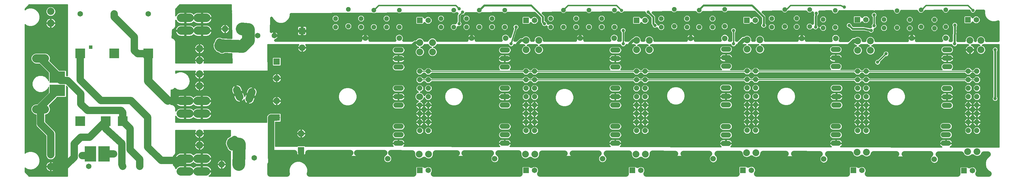
<source format=gbl>
G75*
%MOIN*%
%OFA0B0*%
%FSLAX25Y25*%
%IPPOS*%
%LPD*%
%AMOC8*
5,1,8,0,0,1.08239X$1,22.5*
%
%ADD10OC8,0.06000*%
%ADD11C,0.08000*%
%ADD12C,0.06000*%
%ADD13R,0.06500X0.06500*%
%ADD14C,0.06500*%
%ADD15C,0.06600*%
%ADD16C,0.07400*%
%ADD17C,0.08850*%
%ADD18OC8,0.05200*%
%ADD19C,0.08600*%
%ADD20C,0.10000*%
%ADD21C,0.07600*%
%ADD22R,0.07600X0.07600*%
%ADD23C,0.06496*%
%ADD24R,0.11811X0.11811*%
%ADD25R,0.13386X0.18110*%
%ADD26R,0.18110X0.13386*%
%ADD27C,0.01600*%
%ADD28C,0.03962*%
%ADD29C,0.07600*%
%ADD30C,0.06600*%
%ADD31C,0.03200*%
%ADD32C,0.07000*%
%ADD33C,0.02400*%
%ADD34C,0.05000*%
%ADD35R,0.03962X0.03962*%
%ADD36C,0.08600*%
%ADD37C,0.15000*%
%ADD38C,0.01000*%
D10*
X0482720Y0078417D03*
X0492720Y0078417D03*
X0492720Y0088417D03*
X0482720Y0088417D03*
X0482720Y0098417D03*
X0492720Y0098417D03*
X0492720Y0108417D03*
X0482720Y0108417D03*
X0482720Y0118417D03*
X0492720Y0118417D03*
X0492720Y0128417D03*
X0482720Y0128417D03*
X0482720Y0138417D03*
X0492720Y0138417D03*
X0492720Y0148417D03*
X0482720Y0148417D03*
X0607720Y0148437D03*
X0617720Y0148437D03*
X0617720Y0138437D03*
X0607720Y0138437D03*
X0607720Y0128437D03*
X0617720Y0128437D03*
X0617720Y0118437D03*
X0607720Y0118437D03*
X0607720Y0108437D03*
X0617720Y0108437D03*
X0617720Y0098437D03*
X0607720Y0098437D03*
X0607720Y0088437D03*
X0617720Y0088437D03*
X0617720Y0078437D03*
X0607720Y0078437D03*
X0737720Y0078437D03*
X0747720Y0078437D03*
X0747720Y0088437D03*
X0737720Y0088437D03*
X0737720Y0098437D03*
X0747720Y0098437D03*
X0747720Y0108437D03*
X0737720Y0108437D03*
X0737720Y0118437D03*
X0747720Y0118437D03*
X0747720Y0128437D03*
X0737720Y0128437D03*
X0737720Y0138437D03*
X0747720Y0138437D03*
X0747720Y0148437D03*
X0737720Y0148437D03*
X0867798Y0148770D03*
X0877798Y0148770D03*
X0877798Y0138770D03*
X0867798Y0138770D03*
X0867798Y0128770D03*
X0877798Y0128770D03*
X0877798Y0118770D03*
X0867798Y0118770D03*
X0867798Y0108770D03*
X0877798Y0108770D03*
X0877798Y0098770D03*
X0867798Y0098770D03*
X0867798Y0088770D03*
X0877798Y0088770D03*
X0877798Y0078770D03*
X0867798Y0078770D03*
X0997798Y0078469D03*
X1007798Y0078469D03*
X1007798Y0088469D03*
X0997798Y0088469D03*
X0997798Y0098469D03*
X1007798Y0098469D03*
X1007798Y0108469D03*
X0997798Y0108469D03*
X0997798Y0118469D03*
X1007798Y0118469D03*
X1007798Y0128469D03*
X0997798Y0128469D03*
X0997798Y0138469D03*
X1007798Y0138469D03*
X1007798Y0148469D03*
X0997798Y0148469D03*
X1127956Y0148522D03*
X1137956Y0148522D03*
X1137956Y0138522D03*
X1127956Y0138522D03*
X1127956Y0128522D03*
X1137956Y0128522D03*
X1137956Y0118522D03*
X1127956Y0118522D03*
X1127956Y0108522D03*
X1137956Y0108522D03*
X1137956Y0098522D03*
X1127956Y0098522D03*
X1127956Y0088522D03*
X1137956Y0088522D03*
X1137956Y0078522D03*
X1127956Y0078522D03*
D11*
X1127298Y0053628D03*
X1138298Y0053628D03*
X1008298Y0052929D03*
X0997298Y0052929D03*
X0878298Y0052230D03*
X0867298Y0052230D03*
X0748220Y0050563D03*
X0737220Y0050563D03*
X0618220Y0050563D03*
X0607220Y0050563D03*
X0493220Y0050563D03*
X0482220Y0050563D03*
X0482720Y0171343D03*
X0497720Y0171343D03*
X0497720Y0182343D03*
X0482720Y0182343D03*
X0607720Y0184843D03*
X0622720Y0184843D03*
X0622720Y0173843D03*
X0607720Y0173843D03*
X0737720Y0173843D03*
X0752720Y0173843D03*
X0752720Y0184843D03*
X0737720Y0184843D03*
X0867798Y0185542D03*
X0882798Y0185526D03*
X0882798Y0174526D03*
X0867798Y0174542D03*
X0997798Y0173241D03*
X1012798Y0173241D03*
X1012798Y0184241D03*
X0997798Y0184241D03*
X1129798Y0184940D03*
X1142798Y0184940D03*
X1142798Y0173940D03*
X1129798Y0173940D03*
D12*
X1105998Y0173870D02*
X1099998Y0173870D01*
X1099998Y0163870D02*
X1105998Y0163870D01*
X1105998Y0153870D02*
X1099998Y0153870D01*
X0974998Y0154171D02*
X0968998Y0154171D01*
X0968998Y0164171D02*
X0974998Y0164171D01*
X0974998Y0174171D02*
X0968998Y0174171D01*
X0845998Y0174472D02*
X0839998Y0174472D01*
X0839998Y0164472D02*
X0845998Y0164472D01*
X0845998Y0154472D02*
X0839998Y0154472D01*
X0715720Y0153437D02*
X0709720Y0153437D01*
X0709720Y0163437D02*
X0715720Y0163437D01*
X0715720Y0173437D02*
X0709720Y0173437D01*
X0585720Y0173437D02*
X0579720Y0173437D01*
X0579720Y0163437D02*
X0585720Y0163437D01*
X0585720Y0153437D02*
X0579720Y0153437D01*
X0460720Y0153437D02*
X0454720Y0153437D01*
X0454720Y0163437D02*
X0460720Y0163437D01*
X0460720Y0173437D02*
X0454720Y0173437D01*
X0454720Y0128437D02*
X0460720Y0128437D01*
X0460720Y0118437D02*
X0454720Y0118437D01*
X0454720Y0108437D02*
X0460720Y0108437D01*
X0579720Y0108437D02*
X0585720Y0108437D01*
X0585720Y0118437D02*
X0579720Y0118437D01*
X0579720Y0128437D02*
X0585720Y0128437D01*
X0709720Y0128437D02*
X0715720Y0128437D01*
X0715720Y0118437D02*
X0709720Y0118437D01*
X0709720Y0108437D02*
X0715720Y0108437D01*
X0839798Y0108937D02*
X0845798Y0108937D01*
X0845798Y0118937D02*
X0839798Y0118937D01*
X0839798Y0128937D02*
X0845798Y0128937D01*
X0969798Y0128636D02*
X0975798Y0128636D01*
X0975798Y0118636D02*
X0969798Y0118636D01*
X0969798Y0108636D02*
X0975798Y0108636D01*
X1099798Y0108335D02*
X1105798Y0108335D01*
X1105798Y0118335D02*
X1099798Y0118335D01*
X1099798Y0128335D02*
X1105798Y0128335D01*
X1104592Y0083516D02*
X1098592Y0083516D01*
X1098592Y0073516D02*
X1104592Y0073516D01*
X1104592Y0063516D02*
X1098592Y0063516D01*
X0975198Y0063423D02*
X0969198Y0063423D01*
X0969198Y0073423D02*
X0975198Y0073423D01*
X0975198Y0083423D02*
X0969198Y0083423D01*
X0845798Y0083331D02*
X0839798Y0083331D01*
X0839798Y0073331D02*
X0845798Y0073331D01*
X0845798Y0063331D02*
X0839798Y0063331D01*
X0715720Y0063437D02*
X0709720Y0063437D01*
X0709720Y0073437D02*
X0715720Y0073437D01*
X0715720Y0083437D02*
X0709720Y0083437D01*
X0585720Y0083437D02*
X0579720Y0083437D01*
X0579720Y0073437D02*
X0585720Y0073437D01*
X0585720Y0063437D02*
X0579720Y0063437D01*
X0460720Y0063437D02*
X0454720Y0063437D01*
X0454720Y0073437D02*
X0460720Y0073437D01*
X0460720Y0083437D02*
X0454720Y0083437D01*
D13*
X0482720Y0031469D03*
X0607720Y0031469D03*
X0732720Y0031469D03*
X0862827Y0031726D03*
X0992827Y0031425D03*
X1122827Y0031123D03*
X0867341Y0208694D03*
X0737720Y0208437D03*
X0607720Y0208437D03*
X0482720Y0208437D03*
X0997341Y0209393D03*
X1127341Y0209092D03*
D14*
X1137341Y0209092D03*
X1007341Y0209393D03*
X0877341Y0208694D03*
X0747720Y0208437D03*
X0617720Y0208437D03*
X0492720Y0208437D03*
X0311704Y0190563D03*
X0292004Y0190563D03*
X0288067Y0046311D03*
X0307767Y0046311D03*
X0492720Y0031469D03*
X0617720Y0031469D03*
X0742720Y0031469D03*
X0872827Y0031726D03*
X1002827Y0031425D03*
X1132827Y0031123D03*
D15*
X1087948Y0044670D03*
X1047948Y0044670D03*
X0957948Y0044971D03*
X0917948Y0044971D03*
X0827948Y0045272D03*
X0787948Y0045272D03*
X0697720Y0045406D03*
X0657720Y0045406D03*
X0570909Y0045406D03*
X0530909Y0045406D03*
X0445004Y0045406D03*
X0405004Y0045406D03*
X0418783Y0187531D03*
X0458783Y0187531D03*
X0543783Y0187531D03*
X0583783Y0187531D03*
X0671500Y0187531D03*
X0711500Y0187531D03*
X0801628Y0187397D03*
X0841628Y0187397D03*
X0932022Y0187309D03*
X0972022Y0187309D03*
X1061628Y0187614D03*
X1101628Y0187614D03*
D16*
X0273665Y0198437D03*
X0253665Y0198437D03*
X0249728Y0038437D03*
X0269728Y0038437D03*
D17*
X0261655Y0059435D02*
X0264682Y0067751D01*
X0282176Y0115816D02*
X0285203Y0124132D01*
X0270636Y0118253D02*
X0267609Y0126570D01*
X0250115Y0174635D02*
X0247088Y0182951D01*
D18*
X0383941Y0200720D03*
X0398941Y0201705D03*
X0413941Y0200720D03*
X0428941Y0200720D03*
X0443941Y0200720D03*
X0458941Y0200720D03*
X0507878Y0200720D03*
X0522878Y0200720D03*
X0537878Y0200720D03*
X0552878Y0200720D03*
X0567878Y0200720D03*
X0582878Y0200720D03*
X0636815Y0200720D03*
X0651815Y0200720D03*
X0666815Y0200720D03*
X0681815Y0200720D03*
X0696815Y0200720D03*
X0711815Y0200720D03*
X0696815Y0210720D03*
X0666815Y0210720D03*
X0636815Y0210720D03*
X0651815Y0220720D03*
X0681815Y0220720D03*
X0711815Y0220720D03*
X0766943Y0210419D03*
X0797233Y0210419D03*
X0827088Y0210419D03*
X0827088Y0200419D03*
X0841593Y0201419D03*
X0811343Y0200419D03*
X0797233Y0200419D03*
X0782093Y0201419D03*
X0766943Y0200419D03*
X0811343Y0220419D03*
X0782093Y0221419D03*
X0841593Y0221419D03*
X0896943Y0210725D03*
X0926088Y0210906D03*
X0957233Y0209544D03*
X0957233Y0199544D03*
X0971593Y0200118D03*
X0941343Y0201118D03*
X0926088Y0200906D03*
X0912093Y0201118D03*
X0896943Y0200725D03*
X0912093Y0221118D03*
X0941343Y0221118D03*
X0971593Y0220118D03*
X1028911Y0209424D03*
X1059056Y0209243D03*
X1088201Y0209243D03*
X1088201Y0199243D03*
X1101561Y0200817D03*
X1072311Y0200817D03*
X1059056Y0199243D03*
X1044061Y0199817D03*
X1028911Y0199424D03*
X1044061Y0219817D03*
X1072311Y0220817D03*
X1101561Y0220817D03*
X0582878Y0220720D03*
X0552878Y0220720D03*
X0522878Y0220720D03*
X0537878Y0210720D03*
X0507878Y0210720D03*
X0458941Y0220720D03*
X0428941Y0220720D03*
X0398941Y0221705D03*
X0413941Y0210720D03*
X0443941Y0210720D03*
X0383941Y0210720D03*
X0567878Y0210720D03*
D19*
X0223665Y0175130D03*
X0223665Y0161350D03*
X0223665Y0145130D03*
X0223665Y0131350D03*
X0223665Y0075130D03*
X0223665Y0061350D03*
X0048744Y0049815D03*
X0048744Y0036035D03*
X0048744Y0205327D03*
X0048744Y0219106D03*
D20*
X0201972Y0211469D02*
X0211972Y0211469D01*
X0221657Y0211469D02*
X0231657Y0211469D01*
X0231657Y0196469D02*
X0221657Y0196469D01*
X0211972Y0196469D02*
X0201972Y0196469D01*
X0163547Y0169736D02*
X0163547Y0136980D01*
X0186539Y0113988D01*
X0201697Y0113437D02*
X0211697Y0113437D01*
X0221382Y0113437D02*
X0231382Y0113437D01*
X0231382Y0098437D02*
X0221382Y0098437D01*
X0211697Y0098437D02*
X0201697Y0098437D01*
X0041933Y0103673D02*
X0031933Y0103673D01*
X0031933Y0163673D02*
X0041933Y0163673D01*
X0201697Y0045406D02*
X0211697Y0045406D01*
X0221382Y0045406D02*
X0231382Y0045406D01*
X0231382Y0030406D02*
X0221382Y0030406D01*
X0211697Y0030406D02*
X0201697Y0030406D01*
D21*
X0343272Y0075051D03*
X0314531Y0113429D03*
X0314531Y0140311D03*
X0344453Y0176327D03*
D22*
X0314531Y0159996D03*
X0344453Y0196012D03*
X0314531Y0093744D03*
X0343272Y0055366D03*
D23*
X0153547Y0036350D03*
X0133547Y0036350D03*
X0093547Y0036350D03*
X0083547Y0216350D03*
X0123547Y0216350D03*
X0163547Y0216350D03*
D24*
X0163547Y0169736D03*
X0123547Y0169736D03*
X0083547Y0169736D03*
X0083547Y0089736D03*
X0113547Y0089736D03*
X0133547Y0089736D03*
D25*
X0111369Y0050996D03*
X0095569Y0050996D03*
D26*
X0056618Y0125773D03*
X0056618Y0141573D03*
D27*
X0190559Y0126405D02*
X0191531Y0126405D01*
X0193479Y0127212D01*
X0194545Y0128278D01*
X0194724Y0128099D01*
X0197255Y0126637D01*
X0200078Y0125881D01*
X0203001Y0125881D01*
X0205823Y0126637D01*
X0208354Y0128099D01*
X0210421Y0130165D01*
X0211882Y0132696D01*
X0212639Y0135519D01*
X0212639Y0138442D01*
X0211882Y0141264D01*
X0210421Y0143795D01*
X0208354Y0145862D01*
X0205823Y0147323D01*
X0203001Y0148080D01*
X0200078Y0148080D01*
X0197255Y0147323D01*
X0195776Y0146469D01*
X0195776Y0148437D01*
X0218528Y0148437D01*
X0218448Y0148327D01*
X0218012Y0147472D01*
X0217716Y0146558D01*
X0217565Y0145610D01*
X0217565Y0145314D01*
X0223481Y0145314D01*
X0223481Y0144946D01*
X0217565Y0144946D01*
X0217565Y0144650D01*
X0217716Y0143701D01*
X0218012Y0142788D01*
X0218448Y0141933D01*
X0219013Y0141156D01*
X0219691Y0140477D01*
X0220468Y0139913D01*
X0221324Y0139477D01*
X0222237Y0139180D01*
X0223185Y0139030D01*
X0223481Y0139030D01*
X0223481Y0144946D01*
X0223850Y0144946D01*
X0223850Y0145314D01*
X0229765Y0145314D01*
X0229765Y0145610D01*
X0229615Y0146558D01*
X0229318Y0147472D01*
X0228883Y0148327D01*
X0228803Y0148437D01*
X0332720Y0148437D01*
X0332720Y0088437D01*
X0319087Y0088437D01*
X0319931Y0089281D01*
X0319931Y0098207D01*
X0318994Y0099144D01*
X0306693Y0099144D01*
X0304823Y0098369D01*
X0304130Y0179953D01*
X0340165Y0179952D01*
X0339663Y0179262D01*
X0339263Y0178476D01*
X0338991Y0177638D01*
X0338853Y0176767D01*
X0338853Y0176413D01*
X0344367Y0176413D01*
X0344367Y0176241D01*
X0344539Y0176241D01*
X0344539Y0176413D01*
X0350053Y0176413D01*
X0350053Y0176767D01*
X0349915Y0177638D01*
X0349642Y0178476D01*
X0349242Y0179262D01*
X0348741Y0179952D01*
X0477430Y0179950D01*
X0477760Y0179303D01*
X0478296Y0178564D01*
X0478942Y0177919D01*
X0479681Y0177382D01*
X0480494Y0176967D01*
X0481151Y0176754D01*
X0479548Y0176090D01*
X0477973Y0174515D01*
X0477120Y0172456D01*
X0477120Y0170229D01*
X0477973Y0168170D01*
X0479548Y0166595D01*
X0481607Y0165743D01*
X0483834Y0165743D01*
X0485893Y0166595D01*
X0487468Y0168170D01*
X0488320Y0170229D01*
X0488320Y0172456D01*
X0487468Y0174515D01*
X0485893Y0176090D01*
X0484290Y0176754D01*
X0484947Y0176967D01*
X0485760Y0177382D01*
X0486499Y0177919D01*
X0487144Y0178564D01*
X0487681Y0179303D01*
X0488011Y0179950D01*
X0492430Y0179950D01*
X0492760Y0179303D01*
X0493296Y0178564D01*
X0493942Y0177919D01*
X0494681Y0177382D01*
X0495494Y0176967D01*
X0496151Y0176754D01*
X0494548Y0176090D01*
X0492973Y0174515D01*
X0492120Y0172456D01*
X0492120Y0170229D01*
X0492973Y0168170D01*
X0494548Y0166595D01*
X0496607Y0165743D01*
X0498834Y0165743D01*
X0500893Y0166595D01*
X0502468Y0168170D01*
X0503320Y0170229D01*
X0503320Y0172456D01*
X0502468Y0174515D01*
X0500893Y0176090D01*
X0499290Y0176754D01*
X0499947Y0176967D01*
X0500760Y0177382D01*
X0501499Y0177919D01*
X0502144Y0178564D01*
X0502681Y0179303D01*
X0503011Y0179950D01*
X0586608Y0179948D01*
X0587047Y0178889D01*
X0588054Y0177881D01*
X0589370Y0177336D01*
X0590795Y0177336D01*
X0592111Y0177881D01*
X0593119Y0178889D01*
X0593557Y0179948D01*
X0604590Y0179948D01*
X0604681Y0179882D01*
X0605494Y0179467D01*
X0606151Y0179254D01*
X0604548Y0178590D01*
X0602973Y0177015D01*
X0602120Y0174956D01*
X0602120Y0172729D01*
X0602973Y0170670D01*
X0604548Y0169095D01*
X0606607Y0168243D01*
X0608834Y0168243D01*
X0610893Y0169095D01*
X0612468Y0170670D01*
X0613320Y0172729D01*
X0613320Y0174956D01*
X0612468Y0177015D01*
X0610893Y0178590D01*
X0609290Y0179254D01*
X0609947Y0179467D01*
X0610760Y0179882D01*
X0610851Y0179948D01*
X0619590Y0179948D01*
X0619681Y0179882D01*
X0620494Y0179467D01*
X0621151Y0179254D01*
X0619548Y0178590D01*
X0617973Y0177015D01*
X0617120Y0174956D01*
X0617120Y0172729D01*
X0617973Y0170670D01*
X0619548Y0169095D01*
X0621607Y0168243D01*
X0623834Y0168243D01*
X0625893Y0169095D01*
X0627468Y0170670D01*
X0628320Y0172729D01*
X0628320Y0174956D01*
X0627468Y0177015D01*
X0625893Y0178590D01*
X0624290Y0179254D01*
X0624947Y0179467D01*
X0625760Y0179882D01*
X0625851Y0179948D01*
X0718499Y0179946D01*
X0718937Y0178889D01*
X0719944Y0177881D01*
X0721260Y0177336D01*
X0722685Y0177336D01*
X0724001Y0177881D01*
X0725008Y0178889D01*
X0725446Y0179946D01*
X0734593Y0179946D01*
X0734681Y0179882D01*
X0735494Y0179467D01*
X0736151Y0179254D01*
X0734548Y0178590D01*
X0732973Y0177015D01*
X0732120Y0174956D01*
X0732120Y0172729D01*
X0732973Y0170670D01*
X0734548Y0169095D01*
X0736607Y0168243D01*
X0738834Y0168243D01*
X0740893Y0169095D01*
X0742468Y0170670D01*
X0743320Y0172729D01*
X0743320Y0174956D01*
X0742468Y0177015D01*
X0740893Y0178590D01*
X0739290Y0179254D01*
X0739947Y0179467D01*
X0740760Y0179882D01*
X0740848Y0179946D01*
X0749593Y0179946D01*
X0749681Y0179882D01*
X0750494Y0179467D01*
X0751151Y0179254D01*
X0749548Y0178590D01*
X0747973Y0177015D01*
X0747120Y0174956D01*
X0747120Y0172729D01*
X0747973Y0170670D01*
X0749548Y0169095D01*
X0751607Y0168243D01*
X0753834Y0168243D01*
X0755893Y0169095D01*
X0757468Y0170670D01*
X0758320Y0172729D01*
X0758320Y0174956D01*
X0757468Y0177015D01*
X0755893Y0178590D01*
X0754290Y0179254D01*
X0754947Y0179467D01*
X0755760Y0179882D01*
X0755848Y0179946D01*
X0848421Y0179944D01*
X0848858Y0178889D01*
X0849865Y0177881D01*
X0851181Y0177336D01*
X0852606Y0177336D01*
X0853922Y0177881D01*
X0854930Y0178889D01*
X0855367Y0179944D01*
X0866207Y0179944D01*
X0864626Y0179289D01*
X0863051Y0177714D01*
X0862198Y0175655D01*
X0862198Y0173428D01*
X0863051Y0171369D01*
X0864626Y0169794D01*
X0866685Y0168942D01*
X0868912Y0168942D01*
X0870971Y0169794D01*
X0872546Y0171369D01*
X0873398Y0173428D01*
X0873398Y0175655D01*
X0872546Y0177714D01*
X0870971Y0179289D01*
X0869390Y0179944D01*
X0881210Y0179944D01*
X0881229Y0179937D01*
X0879626Y0179273D01*
X0878051Y0177698D01*
X0877198Y0175640D01*
X0877198Y0173412D01*
X0878051Y0171354D01*
X0879626Y0169778D01*
X0881685Y0168926D01*
X0883912Y0168926D01*
X0885971Y0169778D01*
X0887546Y0171354D01*
X0888398Y0173412D01*
X0888398Y0175640D01*
X0887546Y0177698D01*
X0885971Y0179273D01*
X0884368Y0179937D01*
X0884387Y0179943D01*
X0993895Y0179942D01*
X0994020Y0179817D01*
X0994759Y0179280D01*
X0995572Y0178865D01*
X0996229Y0178652D01*
X0994626Y0177988D01*
X0993051Y0176413D01*
X0992198Y0174354D01*
X0992198Y0172127D01*
X0993051Y0170068D01*
X0994626Y0168493D01*
X0996685Y0167641D01*
X0998912Y0167641D01*
X1000971Y0168493D01*
X1002546Y0170068D01*
X1003398Y0172127D01*
X1003398Y0174354D01*
X1002546Y0176413D01*
X1000971Y0177988D01*
X0999368Y0178652D01*
X1000025Y0178865D01*
X1000838Y0179280D01*
X1001577Y0179817D01*
X1001702Y0179942D01*
X1008895Y0179941D01*
X1009020Y0179817D01*
X1009759Y0179280D01*
X1010572Y0178865D01*
X1011229Y0178652D01*
X1009626Y0177988D01*
X1008051Y0176413D01*
X1007198Y0174354D01*
X1007198Y0172127D01*
X1008051Y0170068D01*
X1009626Y0168493D01*
X1011685Y0167641D01*
X1013912Y0167641D01*
X1015971Y0168493D01*
X1017546Y0170068D01*
X1018398Y0172127D01*
X1018398Y0174354D01*
X1017546Y0176413D01*
X1015971Y0177988D01*
X1014368Y0178652D01*
X1015025Y0178865D01*
X1015838Y0179280D01*
X1016577Y0179817D01*
X1016702Y0179941D01*
X1108265Y0179940D01*
X1108700Y0178889D01*
X1109708Y0177881D01*
X1111024Y0177336D01*
X1112449Y0177336D01*
X1113765Y0177881D01*
X1114772Y0178889D01*
X1115207Y0179940D01*
X1127236Y0179940D01*
X1128229Y0179528D01*
X1127572Y0179315D01*
X1126759Y0178900D01*
X1126020Y0178363D01*
X1125374Y0177718D01*
X1124838Y0176979D01*
X1124423Y0176166D01*
X1124141Y0175298D01*
X1123998Y0174396D01*
X1123998Y0174140D01*
X1129598Y0174140D01*
X1129598Y0173739D01*
X1129998Y0173739D01*
X1129998Y0168140D01*
X1130255Y0168140D01*
X1131157Y0168282D01*
X1132025Y0168564D01*
X1132838Y0168979D01*
X1133577Y0169516D01*
X1134222Y0170161D01*
X1134759Y0170900D01*
X1135174Y0171713D01*
X1135456Y0172581D01*
X1135598Y0173483D01*
X1135598Y0173739D01*
X1129999Y0173739D01*
X1129999Y0174140D01*
X1135598Y0174140D01*
X1135598Y0174396D01*
X1135456Y0175298D01*
X1135174Y0176166D01*
X1134759Y0176979D01*
X1134222Y0177718D01*
X1133577Y0178363D01*
X1132838Y0178900D01*
X1132025Y0179315D01*
X1131368Y0179528D01*
X1132361Y0179939D01*
X1139836Y0179939D01*
X1140572Y0179564D01*
X1141229Y0179351D01*
X1139626Y0178687D01*
X1138051Y0177112D01*
X1137198Y0175053D01*
X1137198Y0172826D01*
X1138051Y0170767D01*
X1139626Y0169192D01*
X1141685Y0168340D01*
X1143912Y0168340D01*
X1145971Y0169192D01*
X1147546Y0170767D01*
X1148398Y0172826D01*
X1148398Y0175053D01*
X1147546Y0177112D01*
X1145971Y0178687D01*
X1144368Y0179351D01*
X1145025Y0179564D01*
X1145761Y0179939D01*
X1163917Y0179939D01*
X1163917Y0059135D01*
X1139551Y0059171D01*
X1139412Y0059228D01*
X1137185Y0059228D01*
X1137055Y0059175D01*
X1128961Y0059187D01*
X1128657Y0059286D01*
X1127755Y0059428D01*
X1127498Y0059428D01*
X1127498Y0059189D01*
X1127098Y0059189D01*
X1127098Y0059428D01*
X1126842Y0059428D01*
X1125940Y0059286D01*
X1125651Y0059192D01*
X1106733Y0059220D01*
X1107108Y0059411D01*
X1107719Y0059855D01*
X1108253Y0060389D01*
X1108697Y0061000D01*
X1109041Y0061674D01*
X1109274Y0062392D01*
X1109392Y0063138D01*
X1109392Y0063316D01*
X1101792Y0063316D01*
X1101792Y0063716D01*
X1101392Y0063716D01*
X1101392Y0063316D01*
X1093792Y0063316D01*
X1093792Y0063138D01*
X1093910Y0062392D01*
X1094144Y0061674D01*
X1094487Y0061000D01*
X1094931Y0060389D01*
X1095465Y0059855D01*
X1096076Y0059411D01*
X1096422Y0059235D01*
X0977841Y0059410D01*
X0978325Y0059762D01*
X0978860Y0060296D01*
X0979304Y0060908D01*
X0979647Y0061581D01*
X0979880Y0062299D01*
X0979998Y0063046D01*
X0979998Y0063223D01*
X0972399Y0063223D01*
X0972399Y0063623D01*
X0979998Y0063623D01*
X0979998Y0063801D01*
X0979880Y0064547D01*
X0979647Y0065266D01*
X0979304Y0065939D01*
X0978860Y0066550D01*
X0978325Y0067085D01*
X0977714Y0067529D01*
X0977041Y0067872D01*
X0976322Y0068105D01*
X0975576Y0068223D01*
X0972398Y0068223D01*
X0972398Y0063623D01*
X0971998Y0063623D01*
X0971998Y0063223D01*
X0964398Y0063223D01*
X0964398Y0063046D01*
X0964517Y0062299D01*
X0964750Y0061581D01*
X0965093Y0060908D01*
X0965537Y0060296D01*
X0966071Y0059762D01*
X0966533Y0059427D01*
X0848831Y0059601D01*
X0848925Y0059669D01*
X0849460Y0060204D01*
X0849904Y0060815D01*
X0850247Y0061488D01*
X0850480Y0062207D01*
X0850598Y0062953D01*
X0850598Y0063131D01*
X0842999Y0063131D01*
X0842999Y0063531D01*
X0850598Y0063531D01*
X0850598Y0063708D01*
X0850480Y0064455D01*
X0850247Y0065173D01*
X0849904Y0065846D01*
X0849460Y0066458D01*
X0848925Y0066992D01*
X0848314Y0067436D01*
X0847641Y0067779D01*
X0846922Y0068013D01*
X0846176Y0068131D01*
X0842998Y0068131D01*
X0842998Y0063531D01*
X0842598Y0063531D01*
X0842598Y0063131D01*
X0834998Y0063131D01*
X0834998Y0062953D01*
X0835117Y0062207D01*
X0835350Y0061488D01*
X0835693Y0060815D01*
X0836137Y0060204D01*
X0836671Y0059669D01*
X0836741Y0059619D01*
X0718865Y0059793D01*
X0719382Y0060310D01*
X0719826Y0060921D01*
X0720169Y0061594D01*
X0720402Y0062313D01*
X0720520Y0063059D01*
X0720520Y0063237D01*
X0712921Y0063237D01*
X0712921Y0063637D01*
X0720520Y0063637D01*
X0720520Y0063815D01*
X0720402Y0064561D01*
X0720169Y0065280D01*
X0719826Y0065953D01*
X0719382Y0066564D01*
X0718847Y0067098D01*
X0718236Y0067542D01*
X0717563Y0067885D01*
X0716844Y0068119D01*
X0716098Y0068237D01*
X0712920Y0068237D01*
X0712920Y0063637D01*
X0712520Y0063637D01*
X0712520Y0063237D01*
X0704920Y0063237D01*
X0704920Y0063059D01*
X0705039Y0062313D01*
X0705272Y0061594D01*
X0705615Y0060921D01*
X0706059Y0060310D01*
X0706558Y0059812D01*
X0589057Y0059985D01*
X0589382Y0060310D01*
X0589826Y0060921D01*
X0590169Y0061594D01*
X0590402Y0062313D01*
X0590520Y0063059D01*
X0590520Y0063237D01*
X0582921Y0063237D01*
X0582921Y0063637D01*
X0590520Y0063637D01*
X0590520Y0063815D01*
X0590402Y0064561D01*
X0590169Y0065280D01*
X0589826Y0065953D01*
X0589382Y0066564D01*
X0588847Y0067098D01*
X0588236Y0067542D01*
X0587563Y0067885D01*
X0586844Y0068119D01*
X0586098Y0068237D01*
X0582920Y0068237D01*
X0582920Y0063637D01*
X0582520Y0063637D01*
X0582520Y0063237D01*
X0574920Y0063237D01*
X0574920Y0063059D01*
X0575039Y0062313D01*
X0575272Y0061594D01*
X0575615Y0060921D01*
X0576059Y0060310D01*
X0576365Y0060004D01*
X0464242Y0060170D01*
X0464382Y0060310D01*
X0464826Y0060921D01*
X0465169Y0061594D01*
X0465402Y0062313D01*
X0465520Y0063059D01*
X0465520Y0063237D01*
X0457921Y0063237D01*
X0457921Y0063637D01*
X0465520Y0063637D01*
X0465520Y0063815D01*
X0465402Y0064561D01*
X0465169Y0065280D01*
X0464826Y0065953D01*
X0464382Y0066564D01*
X0463847Y0067098D01*
X0463236Y0067542D01*
X0462563Y0067885D01*
X0461844Y0068119D01*
X0461098Y0068237D01*
X0457920Y0068237D01*
X0457920Y0063637D01*
X0457520Y0063637D01*
X0457520Y0063237D01*
X0449920Y0063237D01*
X0449920Y0063059D01*
X0450039Y0062313D01*
X0450272Y0061594D01*
X0450615Y0060921D01*
X0451059Y0060310D01*
X0451180Y0060189D01*
X0348159Y0060342D01*
X0347734Y0060766D01*
X0338809Y0060766D01*
X0338399Y0060356D01*
X0313167Y0060394D01*
X0313167Y0088344D01*
X0315606Y0088344D01*
X0318994Y0088344D01*
X0319931Y0089281D01*
X0319931Y0098207D01*
X0318994Y0099144D01*
X0306693Y0099144D01*
X0304708Y0098322D01*
X0303189Y0096803D01*
X0302367Y0094818D01*
X0302367Y0088437D01*
X0195776Y0088437D01*
X0195776Y0095092D01*
X0196031Y0094651D01*
X0196573Y0093944D01*
X0197204Y0093314D01*
X0197911Y0092771D01*
X0198683Y0092325D01*
X0199506Y0091984D01*
X0200367Y0091753D01*
X0201251Y0091637D01*
X0206119Y0091637D01*
X0206119Y0097859D01*
X0207275Y0097859D01*
X0207275Y0099015D01*
X0218479Y0099015D01*
X0225804Y0099015D01*
X0225804Y0105237D01*
X0220936Y0105237D01*
X0220052Y0105121D01*
X0219191Y0104890D01*
X0218368Y0104549D01*
X0217596Y0104103D01*
X0216889Y0103560D01*
X0216539Y0103211D01*
X0216190Y0103560D01*
X0215483Y0104103D01*
X0214711Y0104549D01*
X0213887Y0104890D01*
X0213026Y0105121D01*
X0212143Y0105237D01*
X0207275Y0105237D01*
X0207275Y0099015D01*
X0206119Y0099015D01*
X0206119Y0105237D01*
X0201251Y0105237D01*
X0200367Y0105121D01*
X0199506Y0104890D01*
X0198683Y0104549D01*
X0197911Y0104103D01*
X0197204Y0103560D01*
X0196573Y0102930D01*
X0196031Y0102223D01*
X0195776Y0101782D01*
X0195776Y0105200D01*
X0194969Y0107148D01*
X0193479Y0108639D01*
X0191531Y0109446D01*
X0190048Y0109446D01*
X0190559Y0126405D01*
X0190539Y0125742D02*
X0221237Y0125742D01*
X0221324Y0125697D02*
X0222237Y0125401D01*
X0223185Y0125250D01*
X0223481Y0125250D01*
X0223481Y0131166D01*
X0223850Y0131166D01*
X0223850Y0131535D01*
X0229765Y0131535D01*
X0229765Y0131830D01*
X0229615Y0132779D01*
X0229318Y0133692D01*
X0228883Y0134547D01*
X0228318Y0135324D01*
X0227639Y0136003D01*
X0226862Y0136568D01*
X0226007Y0137003D01*
X0225094Y0137300D01*
X0224145Y0137450D01*
X0223850Y0137450D01*
X0223850Y0131535D01*
X0223481Y0131535D01*
X0223481Y0137450D01*
X0223185Y0137450D01*
X0222237Y0137300D01*
X0221324Y0137003D01*
X0220468Y0136568D01*
X0219691Y0136003D01*
X0219013Y0135324D01*
X0218448Y0134547D01*
X0218012Y0133692D01*
X0217716Y0132779D01*
X0217565Y0131830D01*
X0217565Y0131535D01*
X0223481Y0131535D01*
X0223481Y0131166D01*
X0217565Y0131166D01*
X0217565Y0130870D01*
X0217716Y0129922D01*
X0218012Y0129009D01*
X0218448Y0128153D01*
X0219013Y0127377D01*
X0219691Y0126698D01*
X0220468Y0126133D01*
X0221324Y0125697D01*
X0223481Y0125742D02*
X0223850Y0125742D01*
X0223850Y0125250D02*
X0224145Y0125250D01*
X0225094Y0125401D01*
X0226007Y0125697D01*
X0226862Y0126133D01*
X0227639Y0126698D01*
X0228318Y0127377D01*
X0228883Y0128153D01*
X0229318Y0129009D01*
X0229615Y0129922D01*
X0229765Y0130870D01*
X0229765Y0131166D01*
X0223850Y0131166D01*
X0223850Y0125250D01*
X0223850Y0127340D02*
X0223481Y0127340D01*
X0223481Y0128939D02*
X0223850Y0128939D01*
X0223850Y0130537D02*
X0223481Y0130537D01*
X0223481Y0132136D02*
X0223850Y0132136D01*
X0223850Y0133734D02*
X0223481Y0133734D01*
X0223481Y0135333D02*
X0223850Y0135333D01*
X0223850Y0136931D02*
X0223481Y0136931D01*
X0223850Y0139030D02*
X0224145Y0139030D01*
X0225094Y0139180D01*
X0226007Y0139477D01*
X0226862Y0139913D01*
X0227639Y0140477D01*
X0228318Y0141156D01*
X0228883Y0141933D01*
X0229318Y0142788D01*
X0229615Y0143701D01*
X0229765Y0144650D01*
X0229765Y0144946D01*
X0223850Y0144946D01*
X0223850Y0139030D01*
X0223850Y0140128D02*
X0223481Y0140128D01*
X0223481Y0141727D02*
X0223850Y0141727D01*
X0223850Y0143325D02*
X0223481Y0143325D01*
X0223481Y0144924D02*
X0223850Y0144924D01*
X0227159Y0140128D02*
X0308931Y0140128D01*
X0304468Y0140128D01*
X0304482Y0138530D02*
X0309222Y0138530D01*
X0212615Y0138530D01*
X0212639Y0136931D02*
X0221182Y0136931D01*
X0219021Y0135333D02*
X0212589Y0135333D01*
X0212160Y0133734D02*
X0218034Y0133734D01*
X0217614Y0132136D02*
X0211559Y0132136D01*
X0210636Y0130537D02*
X0217618Y0130537D01*
X0218048Y0128939D02*
X0209194Y0128939D01*
X0207041Y0127340D02*
X0219049Y0127340D01*
X0226094Y0125742D02*
X0261429Y0125742D01*
X0261405Y0125863D02*
X0261592Y0124901D01*
X0263042Y0120917D01*
X0268258Y0122815D01*
X0264856Y0132161D01*
X0264163Y0131777D01*
X0263391Y0131173D01*
X0262723Y0130457D01*
X0262175Y0129645D01*
X0261761Y0128756D01*
X0261490Y0127815D01*
X0261371Y0126842D01*
X0261405Y0125863D01*
X0261432Y0127340D02*
X0228282Y0127340D01*
X0229283Y0128939D02*
X0261846Y0128939D01*
X0262798Y0130537D02*
X0229713Y0130537D01*
X0229717Y0132136D02*
X0264811Y0132136D01*
X0264865Y0132136D02*
X0266302Y0132136D01*
X0266125Y0132623D02*
X0269526Y0123277D01*
X0268258Y0122815D01*
X0268719Y0121546D01*
X0263504Y0119648D01*
X0264954Y0115664D01*
X0265429Y0114807D01*
X0266032Y0114035D01*
X0266749Y0113367D01*
X0267561Y0112819D01*
X0268449Y0112405D01*
X0269391Y0112135D01*
X0270364Y0112015D01*
X0271343Y0112049D01*
X0272121Y0112201D01*
X0268719Y0121546D01*
X0269988Y0122008D01*
X0273390Y0112662D01*
X0274083Y0113046D01*
X0274855Y0113650D01*
X0275523Y0114366D01*
X0275996Y0115068D01*
X0276057Y0114571D01*
X0276327Y0113629D01*
X0276742Y0112741D01*
X0277289Y0111929D01*
X0277958Y0111212D01*
X0278730Y0110609D01*
X0279423Y0110225D01*
X0282825Y0119571D01*
X0284093Y0119109D01*
X0280692Y0109763D01*
X0281469Y0109612D01*
X0282449Y0109578D01*
X0283421Y0109697D01*
X0284363Y0109967D01*
X0285251Y0110381D01*
X0286063Y0110929D01*
X0286780Y0111598D01*
X0287383Y0112370D01*
X0287858Y0113227D01*
X0289308Y0117211D01*
X0284093Y0119109D01*
X0284555Y0120378D01*
X0283286Y0120839D01*
X0282824Y0119571D01*
X0277609Y0121469D01*
X0276790Y0119218D01*
X0276653Y0119922D01*
X0275203Y0123906D01*
X0269988Y0122008D01*
X0269526Y0123277D01*
X0274741Y0125175D01*
X0273291Y0129159D01*
X0272816Y0130016D01*
X0272213Y0130788D01*
X0271496Y0131456D01*
X0270684Y0132004D01*
X0269796Y0132419D01*
X0268854Y0132689D01*
X0267882Y0132808D01*
X0266902Y0132774D01*
X0266125Y0132623D01*
X0265447Y0130537D02*
X0266884Y0130537D01*
X0267465Y0128939D02*
X0266029Y0128939D01*
X0266611Y0127340D02*
X0268047Y0127340D01*
X0268629Y0125742D02*
X0267192Y0125742D01*
X0267774Y0124143D02*
X0269211Y0124143D01*
X0269793Y0122545D02*
X0271462Y0122545D01*
X0271907Y0124143D02*
X0278583Y0124143D01*
X0278071Y0122738D02*
X0283286Y0120839D01*
X0286688Y0130185D01*
X0285910Y0130336D01*
X0284931Y0130371D01*
X0283958Y0130251D01*
X0283016Y0129981D01*
X0282128Y0129567D01*
X0281316Y0129019D01*
X0280599Y0128351D01*
X0279996Y0127579D01*
X0279521Y0126722D01*
X0278071Y0122738D01*
X0278601Y0122545D02*
X0275699Y0122545D01*
X0276281Y0120946D02*
X0277419Y0120946D01*
X0279046Y0120946D02*
X0282993Y0120946D01*
X0283325Y0120946D02*
X0284762Y0120946D01*
X0284555Y0120378D02*
X0287956Y0129724D01*
X0288650Y0129339D01*
X0289422Y0128736D01*
X0290090Y0128020D01*
X0290638Y0127207D01*
X0291052Y0126319D01*
X0291322Y0125377D01*
X0291441Y0124405D01*
X0291407Y0123425D01*
X0291220Y0122464D01*
X0289770Y0118479D01*
X0284555Y0120378D01*
X0284180Y0119348D02*
X0287385Y0119348D01*
X0287829Y0117749D02*
X0310950Y0117749D01*
X0304658Y0117749D01*
X0304672Y0116151D02*
X0309633Y0116151D01*
X0288923Y0116151D01*
X0288341Y0114552D02*
X0309040Y0114552D01*
X0304686Y0114552D01*
X0304699Y0112954D02*
X0308937Y0112954D01*
X0287707Y0112954D01*
X0286520Y0111355D02*
X0309317Y0111355D01*
X0304713Y0111355D01*
X0304726Y0109757D02*
X0310284Y0109757D01*
X0283628Y0109757D01*
X0281271Y0111355D02*
X0279834Y0111355D01*
X0280416Y0112954D02*
X0281853Y0112954D01*
X0282435Y0114552D02*
X0280998Y0114552D01*
X0281580Y0116151D02*
X0283016Y0116151D01*
X0283598Y0117749D02*
X0282162Y0117749D01*
X0282743Y0119348D02*
X0283437Y0119348D01*
X0283907Y0122545D02*
X0285344Y0122545D01*
X0285925Y0124143D02*
X0284489Y0124143D01*
X0285071Y0125742D02*
X0286507Y0125742D01*
X0287089Y0127340D02*
X0285652Y0127340D01*
X0286234Y0128939D02*
X0287671Y0128939D01*
X0289162Y0128939D02*
X0332720Y0128939D01*
X0332720Y0130537D02*
X0272409Y0130537D01*
X0273372Y0128939D02*
X0281230Y0128939D01*
X0279864Y0127340D02*
X0273953Y0127340D01*
X0274535Y0125742D02*
X0279164Y0125742D01*
X0290548Y0127340D02*
X0332720Y0127340D01*
X0332720Y0125742D02*
X0291218Y0125742D01*
X0291432Y0124143D02*
X0332720Y0124143D01*
X0332720Y0122545D02*
X0291236Y0122545D01*
X0290668Y0120946D02*
X0332720Y0120946D01*
X0332720Y0119348D02*
X0290086Y0119348D01*
X0276837Y0119348D02*
X0276765Y0119348D01*
X0271538Y0117749D02*
X0270101Y0117749D01*
X0270683Y0116151D02*
X0272120Y0116151D01*
X0272702Y0114552D02*
X0271265Y0114552D01*
X0271847Y0112954D02*
X0273284Y0112954D01*
X0273915Y0112954D02*
X0276643Y0112954D01*
X0276063Y0114552D02*
X0275648Y0114552D01*
X0277825Y0111355D02*
X0237864Y0111355D01*
X0237835Y0111247D02*
X0238066Y0112108D01*
X0238164Y0112859D01*
X0226960Y0112859D01*
X0226960Y0114015D01*
X0238164Y0114015D01*
X0238066Y0114766D01*
X0237835Y0115627D01*
X0237494Y0116451D01*
X0237048Y0117223D01*
X0236505Y0117930D01*
X0235875Y0118560D01*
X0235168Y0119103D01*
X0234396Y0119549D01*
X0233572Y0119890D01*
X0232711Y0120121D01*
X0231828Y0120237D01*
X0226960Y0120237D01*
X0226960Y0114015D01*
X0225804Y0114015D01*
X0225804Y0120237D01*
X0220936Y0120237D01*
X0220052Y0120121D01*
X0219191Y0119890D01*
X0218368Y0119549D01*
X0217596Y0119103D01*
X0216889Y0118560D01*
X0216539Y0118211D01*
X0216190Y0118560D01*
X0215483Y0119103D01*
X0214711Y0119549D01*
X0213887Y0119890D01*
X0213026Y0120121D01*
X0212143Y0120237D01*
X0207275Y0120237D01*
X0207275Y0114015D01*
X0218479Y0114015D01*
X0225804Y0114015D01*
X0225804Y0112859D01*
X0226960Y0112859D01*
X0226960Y0106637D01*
X0231828Y0106637D01*
X0232711Y0106753D01*
X0233572Y0106984D01*
X0234396Y0107325D01*
X0235168Y0107771D01*
X0235875Y0108314D01*
X0236505Y0108944D01*
X0237048Y0109651D01*
X0237494Y0110423D01*
X0237835Y0111247D01*
X0237109Y0109757D02*
X0280725Y0109757D01*
X0267361Y0112954D02*
X0226960Y0112954D01*
X0225804Y0112954D02*
X0207275Y0112954D01*
X0207275Y0112859D02*
X0207275Y0114015D01*
X0206119Y0114015D01*
X0206119Y0120237D01*
X0201251Y0120237D01*
X0200367Y0120121D01*
X0199506Y0119890D01*
X0198683Y0119549D01*
X0197911Y0119103D01*
X0197204Y0118560D01*
X0196573Y0117930D01*
X0196031Y0117223D01*
X0195585Y0116451D01*
X0195244Y0115627D01*
X0195013Y0114766D01*
X0194914Y0114015D01*
X0206119Y0114015D01*
X0206119Y0112859D01*
X0207275Y0112859D01*
X0225804Y0112859D01*
X0225804Y0106637D01*
X0220936Y0106637D01*
X0220052Y0106753D01*
X0219191Y0106984D01*
X0218368Y0107325D01*
X0217596Y0107771D01*
X0216889Y0108314D01*
X0216539Y0108663D01*
X0216190Y0108314D01*
X0215483Y0107771D01*
X0214711Y0107325D01*
X0213887Y0106984D01*
X0213026Y0106753D01*
X0212143Y0106637D01*
X0207275Y0106637D01*
X0207275Y0112859D01*
X0206119Y0112859D02*
X0206119Y0106637D01*
X0201251Y0106637D01*
X0200367Y0106753D01*
X0199506Y0106984D01*
X0198683Y0107325D01*
X0197911Y0107771D01*
X0197204Y0108314D01*
X0196573Y0108944D01*
X0196031Y0109651D01*
X0195585Y0110423D01*
X0195244Y0111247D01*
X0195013Y0112108D01*
X0194914Y0112859D01*
X0206119Y0112859D01*
X0206119Y0112954D02*
X0190153Y0112954D01*
X0190202Y0114552D02*
X0194985Y0114552D01*
X0195461Y0116151D02*
X0190250Y0116151D01*
X0190298Y0117749D02*
X0196434Y0117749D01*
X0198334Y0119348D02*
X0190346Y0119348D01*
X0190395Y0120946D02*
X0263032Y0120946D01*
X0263123Y0120946D02*
X0267070Y0120946D01*
X0267515Y0122545D02*
X0268356Y0122545D01*
X0268938Y0120946D02*
X0270374Y0120946D01*
X0270956Y0119348D02*
X0269520Y0119348D01*
X0264195Y0117749D02*
X0236644Y0117749D01*
X0237618Y0116151D02*
X0264777Y0116151D01*
X0265628Y0114552D02*
X0238094Y0114552D01*
X0226960Y0114552D02*
X0225804Y0114552D01*
X0225804Y0116151D02*
X0226960Y0116151D01*
X0226960Y0117749D02*
X0225804Y0117749D01*
X0225804Y0119348D02*
X0226960Y0119348D01*
X0234744Y0119348D02*
X0263613Y0119348D01*
X0262450Y0122545D02*
X0190443Y0122545D01*
X0190491Y0124143D02*
X0261868Y0124143D01*
X0270402Y0132136D02*
X0332720Y0132136D01*
X0332720Y0133734D02*
X0229297Y0133734D01*
X0228310Y0135333D02*
X0311967Y0135333D01*
X0304509Y0135333D01*
X0304495Y0136931D02*
X0310065Y0136931D01*
X0226149Y0136931D01*
X0228733Y0141727D02*
X0309103Y0141727D01*
X0304455Y0141727D01*
X0304441Y0143325D02*
X0309800Y0143325D01*
X0229493Y0143325D01*
X0229765Y0144924D02*
X0311353Y0144924D01*
X0304428Y0144924D01*
X0304414Y0146522D02*
X0478120Y0146522D01*
X0478120Y0146512D02*
X0480815Y0143817D01*
X0484626Y0143817D01*
X0487126Y0146317D01*
X0488315Y0146317D01*
X0490815Y0143817D01*
X0494626Y0143817D01*
X0497146Y0146337D01*
X0603315Y0146337D01*
X0605815Y0143837D01*
X0609626Y0143837D01*
X0612126Y0146337D01*
X0613315Y0146337D01*
X0615815Y0143837D01*
X0619626Y0143837D01*
X0622126Y0146337D01*
X0733315Y0146337D01*
X0735815Y0143837D01*
X0739626Y0143837D01*
X0742126Y0146337D01*
X0743315Y0146337D01*
X0745815Y0143837D01*
X0749626Y0143837D01*
X0752126Y0146337D01*
X0863726Y0146337D01*
X0865893Y0144170D01*
X0869704Y0144170D01*
X0872204Y0146670D01*
X0873393Y0146670D01*
X0875893Y0144170D01*
X0879704Y0144170D01*
X0882204Y0146670D01*
X0993198Y0146670D01*
X0993198Y0146564D01*
X0995893Y0143869D01*
X0999704Y0143869D01*
X1002204Y0146369D01*
X1003393Y0146369D01*
X1005893Y0143869D01*
X1009704Y0143869D01*
X1012204Y0146369D01*
X1123604Y0146369D01*
X1126051Y0143922D01*
X1129861Y0143922D01*
X1132361Y0146422D01*
X1133551Y0146422D01*
X1136051Y0143922D01*
X1139861Y0143922D01*
X1142556Y0146617D01*
X1142556Y0150428D01*
X1139861Y0153122D01*
X1136051Y0153122D01*
X1133551Y0150622D01*
X1132361Y0150622D01*
X1129861Y0153122D01*
X1126051Y0153122D01*
X1123497Y0150569D01*
X1109202Y0150569D01*
X1109898Y0151265D01*
X1110598Y0152955D01*
X1110598Y0154785D01*
X1109898Y0156476D01*
X1108604Y0157770D01*
X1106913Y0158470D01*
X1099083Y0158470D01*
X1097393Y0157770D01*
X1096099Y0156476D01*
X1095398Y0154785D01*
X1095398Y0152955D01*
X1096099Y0151265D01*
X1096795Y0150569D01*
X1012204Y0150569D01*
X1009704Y0153069D01*
X1005893Y0153069D01*
X1003393Y0150569D01*
X1002204Y0150569D01*
X0999704Y0153069D01*
X0995893Y0153069D01*
X0993694Y0150870D01*
X0978202Y0150870D01*
X0978898Y0151566D01*
X0979598Y0153256D01*
X0979598Y0155086D01*
X0978898Y0156777D01*
X0977604Y0158071D01*
X0975913Y0158771D01*
X0968083Y0158771D01*
X0966393Y0158071D01*
X0965099Y0156777D01*
X0964398Y0155086D01*
X0964398Y0153256D01*
X0965099Y0151566D01*
X0965795Y0150870D01*
X0882204Y0150870D01*
X0879704Y0153370D01*
X0875893Y0153370D01*
X0873393Y0150870D01*
X0872204Y0150870D01*
X0869704Y0153370D01*
X0865893Y0153370D01*
X0863198Y0150675D01*
X0863198Y0150537D01*
X0848518Y0150537D01*
X0848604Y0150573D01*
X0849898Y0151867D01*
X0850598Y0153557D01*
X0850598Y0155387D01*
X0849898Y0157078D01*
X0848604Y0158372D01*
X0846913Y0159072D01*
X0839083Y0159072D01*
X0837393Y0158372D01*
X0836099Y0157078D01*
X0835398Y0155387D01*
X0835398Y0153557D01*
X0836099Y0151867D01*
X0837393Y0150573D01*
X0837479Y0150537D01*
X0752126Y0150537D01*
X0749626Y0153037D01*
X0745815Y0153037D01*
X0743315Y0150537D01*
X0742126Y0150537D01*
X0739626Y0153037D01*
X0735815Y0153037D01*
X0733315Y0150537D01*
X0719326Y0150537D01*
X0719620Y0150831D01*
X0720320Y0152522D01*
X0720320Y0154352D01*
X0719620Y0156043D01*
X0718326Y0157337D01*
X0716635Y0158037D01*
X0708805Y0158037D01*
X0707115Y0157337D01*
X0705821Y0156043D01*
X0705120Y0154352D01*
X0705120Y0152522D01*
X0705821Y0150831D01*
X0706115Y0150537D01*
X0622126Y0150537D01*
X0619626Y0153037D01*
X0615815Y0153037D01*
X0613315Y0150537D01*
X0612126Y0150537D01*
X0609626Y0153037D01*
X0605815Y0153037D01*
X0603315Y0150537D01*
X0589326Y0150537D01*
X0589620Y0150831D01*
X0590320Y0152522D01*
X0590320Y0154352D01*
X0589620Y0156043D01*
X0588326Y0157337D01*
X0586635Y0158037D01*
X0578805Y0158037D01*
X0577115Y0157337D01*
X0575821Y0156043D01*
X0575120Y0154352D01*
X0575120Y0152522D01*
X0575821Y0150831D01*
X0576115Y0150537D01*
X0497106Y0150537D01*
X0494626Y0153017D01*
X0490815Y0153017D01*
X0488315Y0150517D01*
X0487126Y0150517D01*
X0484626Y0153017D01*
X0480815Y0153017D01*
X0478120Y0150323D01*
X0478120Y0146512D01*
X0478120Y0148121D02*
X0304400Y0148121D01*
X0304387Y0149719D02*
X0451933Y0149719D01*
X0452115Y0149537D02*
X0453805Y0148837D01*
X0461635Y0148837D01*
X0463326Y0149537D01*
X0464620Y0150831D01*
X0465320Y0152522D01*
X0465320Y0154352D01*
X0464620Y0156043D01*
X0463326Y0157337D01*
X0461635Y0158037D01*
X0453805Y0158037D01*
X0452115Y0157337D01*
X0450821Y0156043D01*
X0450120Y0154352D01*
X0450120Y0152522D01*
X0450821Y0150831D01*
X0452115Y0149537D01*
X0450619Y0151318D02*
X0304373Y0151318D01*
X0304360Y0152916D02*
X0450120Y0152916D01*
X0450188Y0154515D02*
X0304346Y0154515D01*
X0304332Y0156113D02*
X0309131Y0156113D01*
X0309131Y0155533D02*
X0310069Y0154596D01*
X0318994Y0154596D01*
X0319931Y0155533D01*
X0319931Y0164459D01*
X0318994Y0165396D01*
X0310069Y0165396D01*
X0309131Y0164459D01*
X0309131Y0155533D01*
X0309131Y0157712D02*
X0304319Y0157712D01*
X0304305Y0159310D02*
X0309131Y0159310D01*
X0309131Y0160909D02*
X0304292Y0160909D01*
X0304278Y0162507D02*
X0309131Y0162507D01*
X0309131Y0164106D02*
X0304265Y0164106D01*
X0304251Y0165705D02*
X0450489Y0165705D01*
X0450615Y0165953D02*
X0450272Y0165280D01*
X0450039Y0164561D01*
X0449920Y0163815D01*
X0449920Y0163637D01*
X0457520Y0163637D01*
X0457520Y0163237D01*
X0449920Y0163237D01*
X0449920Y0163059D01*
X0450039Y0162313D01*
X0450272Y0161594D01*
X0450615Y0160921D01*
X0451059Y0160310D01*
X0451593Y0159776D01*
X0452205Y0159332D01*
X0452878Y0158989D01*
X0453596Y0158755D01*
X0454343Y0158637D01*
X0457520Y0158637D01*
X0457520Y0163237D01*
X0457920Y0163237D01*
X0457920Y0158637D01*
X0461098Y0158637D01*
X0461844Y0158755D01*
X0462563Y0158989D01*
X0463236Y0159332D01*
X0463847Y0159776D01*
X0464382Y0160310D01*
X0464826Y0160921D01*
X0465169Y0161594D01*
X0465402Y0162313D01*
X0465520Y0163059D01*
X0465520Y0163237D01*
X0457921Y0163237D01*
X0457921Y0163637D01*
X0465520Y0163637D01*
X0465520Y0163815D01*
X0465402Y0164561D01*
X0465169Y0165280D01*
X0464826Y0165953D01*
X0464382Y0166564D01*
X0463847Y0167098D01*
X0463236Y0167542D01*
X0462563Y0167885D01*
X0461844Y0168119D01*
X0461098Y0168237D01*
X0457920Y0168237D01*
X0457920Y0163637D01*
X0457520Y0163637D01*
X0457520Y0168237D01*
X0454343Y0168237D01*
X0453596Y0168119D01*
X0452878Y0167885D01*
X0452205Y0167542D01*
X0451593Y0167098D01*
X0451059Y0166564D01*
X0450615Y0165953D01*
X0451875Y0167303D02*
X0304237Y0167303D01*
X0304224Y0168902D02*
X0453650Y0168902D01*
X0453805Y0168837D02*
X0452115Y0169537D01*
X0450821Y0170831D01*
X0450120Y0172522D01*
X0450120Y0174352D01*
X0450821Y0176043D01*
X0452115Y0177337D01*
X0453805Y0178037D01*
X0461635Y0178037D01*
X0463326Y0177337D01*
X0464620Y0176043D01*
X0465320Y0174352D01*
X0465320Y0172522D01*
X0464620Y0170831D01*
X0463326Y0169537D01*
X0461635Y0168837D01*
X0453805Y0168837D01*
X0451152Y0170500D02*
X0304210Y0170500D01*
X0304197Y0172099D02*
X0340761Y0172099D01*
X0340805Y0172055D02*
X0341518Y0171537D01*
X0342303Y0171137D01*
X0343141Y0170865D01*
X0344012Y0170727D01*
X0344367Y0170727D01*
X0344367Y0176241D01*
X0338853Y0176241D01*
X0338853Y0175886D01*
X0338991Y0175015D01*
X0339263Y0174177D01*
X0339663Y0173392D01*
X0340181Y0172679D01*
X0340805Y0172055D01*
X0339508Y0173697D02*
X0304183Y0173697D01*
X0304170Y0175296D02*
X0338946Y0175296D01*
X0338873Y0176894D02*
X0304156Y0176894D01*
X0304142Y0178493D02*
X0339271Y0178493D01*
X0344539Y0176241D02*
X0344539Y0170727D01*
X0344893Y0170727D01*
X0345764Y0170865D01*
X0346602Y0171137D01*
X0347388Y0171537D01*
X0348101Y0172055D01*
X0348724Y0172679D01*
X0349242Y0173392D01*
X0349642Y0174177D01*
X0349915Y0175015D01*
X0350053Y0175886D01*
X0350053Y0176241D01*
X0344539Y0176241D01*
X0344539Y0175296D02*
X0344367Y0175296D01*
X0344367Y0173697D02*
X0344539Y0173697D01*
X0344539Y0172099D02*
X0344367Y0172099D01*
X0348144Y0172099D02*
X0450296Y0172099D01*
X0450120Y0173697D02*
X0349398Y0173697D01*
X0349959Y0175296D02*
X0450511Y0175296D01*
X0451672Y0176894D02*
X0350033Y0176894D01*
X0349634Y0178493D02*
X0478368Y0178493D01*
X0480720Y0176894D02*
X0463769Y0176894D01*
X0464930Y0175296D02*
X0478754Y0175296D01*
X0477634Y0173697D02*
X0465320Y0173697D01*
X0465145Y0172099D02*
X0477120Y0172099D01*
X0477120Y0170500D02*
X0464289Y0170500D01*
X0461791Y0168902D02*
X0477670Y0168902D01*
X0478840Y0167303D02*
X0463566Y0167303D01*
X0464952Y0165705D02*
X0575489Y0165705D01*
X0575615Y0165953D02*
X0575272Y0165280D01*
X0575039Y0164561D01*
X0574920Y0163815D01*
X0574920Y0163637D01*
X0582520Y0163637D01*
X0582520Y0163237D01*
X0574920Y0163237D01*
X0574920Y0163059D01*
X0575039Y0162313D01*
X0575272Y0161594D01*
X0575615Y0160921D01*
X0576059Y0160310D01*
X0576593Y0159776D01*
X0577205Y0159332D01*
X0577878Y0158989D01*
X0578596Y0158755D01*
X0579343Y0158637D01*
X0582520Y0158637D01*
X0582520Y0163237D01*
X0582920Y0163237D01*
X0582920Y0158637D01*
X0586098Y0158637D01*
X0586844Y0158755D01*
X0587563Y0158989D01*
X0588236Y0159332D01*
X0588847Y0159776D01*
X0589382Y0160310D01*
X0589826Y0160921D01*
X0590169Y0161594D01*
X0590402Y0162313D01*
X0590520Y0163059D01*
X0590520Y0163237D01*
X0582921Y0163237D01*
X0582921Y0163637D01*
X0590520Y0163637D01*
X0590520Y0163815D01*
X0590402Y0164561D01*
X0590169Y0165280D01*
X0589826Y0165953D01*
X0589382Y0166564D01*
X0588847Y0167098D01*
X0588236Y0167542D01*
X0587563Y0167885D01*
X0586844Y0168119D01*
X0586098Y0168237D01*
X0582920Y0168237D01*
X0582920Y0163637D01*
X0582520Y0163637D01*
X0582520Y0168237D01*
X0579343Y0168237D01*
X0578596Y0168119D01*
X0577878Y0167885D01*
X0577205Y0167542D01*
X0576593Y0167098D01*
X0576059Y0166564D01*
X0575615Y0165953D01*
X0576875Y0167303D02*
X0501601Y0167303D01*
X0502771Y0168902D02*
X0578650Y0168902D01*
X0578805Y0168837D02*
X0577115Y0169537D01*
X0575821Y0170831D01*
X0575120Y0172522D01*
X0575120Y0174352D01*
X0575821Y0176043D01*
X0577115Y0177337D01*
X0578805Y0178037D01*
X0586635Y0178037D01*
X0588326Y0177337D01*
X0589620Y0176043D01*
X0590320Y0174352D01*
X0590320Y0172522D01*
X0589620Y0170831D01*
X0588326Y0169537D01*
X0586635Y0168837D01*
X0578805Y0168837D01*
X0576152Y0170500D02*
X0503320Y0170500D01*
X0503320Y0172099D02*
X0575296Y0172099D01*
X0575120Y0173697D02*
X0502807Y0173697D01*
X0501687Y0175296D02*
X0575511Y0175296D01*
X0576672Y0176894D02*
X0499721Y0176894D01*
X0502073Y0178493D02*
X0587443Y0178493D01*
X0588769Y0176894D02*
X0602923Y0176894D01*
X0602261Y0175296D02*
X0589930Y0175296D01*
X0590320Y0173697D02*
X0602120Y0173697D01*
X0602381Y0172099D02*
X0590145Y0172099D01*
X0589289Y0170500D02*
X0603143Y0170500D01*
X0605016Y0168902D02*
X0586791Y0168902D01*
X0588566Y0167303D02*
X0706875Y0167303D01*
X0706593Y0167098D02*
X0706059Y0166564D01*
X0705615Y0165953D01*
X0705272Y0165280D01*
X0705039Y0164561D01*
X0704920Y0163815D01*
X0704920Y0163637D01*
X0712520Y0163637D01*
X0712520Y0163237D01*
X0704920Y0163237D01*
X0704920Y0163059D01*
X0705039Y0162313D01*
X0705272Y0161594D01*
X0705615Y0160921D01*
X0706059Y0160310D01*
X0706593Y0159776D01*
X0707205Y0159332D01*
X0707878Y0158989D01*
X0708596Y0158755D01*
X0709343Y0158637D01*
X0712520Y0158637D01*
X0712520Y0163237D01*
X0712920Y0163237D01*
X0712920Y0158637D01*
X0716098Y0158637D01*
X0716844Y0158755D01*
X0717563Y0158989D01*
X0718236Y0159332D01*
X0718847Y0159776D01*
X0719382Y0160310D01*
X0719826Y0160921D01*
X0720169Y0161594D01*
X0720402Y0162313D01*
X0720520Y0163059D01*
X0720520Y0163237D01*
X0712921Y0163237D01*
X0712921Y0163637D01*
X0720520Y0163637D01*
X0720520Y0163815D01*
X0720402Y0164561D01*
X0720169Y0165280D01*
X0719826Y0165953D01*
X0719382Y0166564D01*
X0718847Y0167098D01*
X0718236Y0167542D01*
X0717563Y0167885D01*
X0716844Y0168119D01*
X0716098Y0168237D01*
X0712920Y0168237D01*
X0712920Y0163637D01*
X0712520Y0163637D01*
X0712520Y0168237D01*
X0709343Y0168237D01*
X0708596Y0168119D01*
X0707878Y0167885D01*
X0707205Y0167542D01*
X0706593Y0167098D01*
X0705489Y0165705D02*
X0589952Y0165705D01*
X0590474Y0164106D02*
X0704967Y0164106D01*
X0705008Y0162507D02*
X0590433Y0162507D01*
X0589817Y0160909D02*
X0705624Y0160909D01*
X0707246Y0159310D02*
X0588195Y0159310D01*
X0587420Y0157712D02*
X0708021Y0157712D01*
X0705892Y0156113D02*
X0589549Y0156113D01*
X0590253Y0154515D02*
X0705188Y0154515D01*
X0705120Y0152916D02*
X0619746Y0152916D01*
X0621345Y0151318D02*
X0705619Y0151318D01*
X0719822Y0151318D02*
X0734096Y0151318D01*
X0735695Y0152916D02*
X0720320Y0152916D01*
X0720253Y0154515D02*
X0835398Y0154515D01*
X0835664Y0152916D02*
X0749746Y0152916D01*
X0751345Y0151318D02*
X0836648Y0151318D01*
X0849349Y0151318D02*
X0863841Y0151318D01*
X0865440Y0152916D02*
X0850333Y0152916D01*
X0850598Y0154515D02*
X0964398Y0154515D01*
X0964539Y0152916D02*
X0880157Y0152916D01*
X0881756Y0151318D02*
X0965347Y0151318D01*
X0978650Y0151318D02*
X0994142Y0151318D01*
X0995741Y0152916D02*
X0979458Y0152916D01*
X0979598Y0154515D02*
X1095398Y0154515D01*
X1095415Y0152916D02*
X1009856Y0152916D01*
X1011455Y0151318D02*
X1096077Y0151318D01*
X1109920Y0151318D02*
X1124246Y0151318D01*
X1125845Y0152916D02*
X1110582Y0152916D01*
X1110598Y0154515D02*
X1156574Y0154515D01*
X1156574Y0156113D02*
X1110048Y0156113D01*
X1108662Y0157712D02*
X1156574Y0157712D01*
X1156574Y0159310D02*
X1107497Y0159310D01*
X1107841Y0159422D02*
X1108514Y0159765D01*
X1109125Y0160209D01*
X1109660Y0160743D01*
X1110104Y0161355D01*
X1110447Y0162028D01*
X1110680Y0162746D01*
X1110798Y0163493D01*
X1110798Y0163670D01*
X1103199Y0163670D01*
X1103199Y0164070D01*
X1110798Y0164070D01*
X1110798Y0164248D01*
X1110680Y0164994D01*
X1110447Y0165713D01*
X1110104Y0166386D01*
X1109660Y0166997D01*
X1109125Y0167532D01*
X1108514Y0167976D01*
X1107841Y0168319D01*
X1107122Y0168552D01*
X1106376Y0168670D01*
X1103198Y0168670D01*
X1103198Y0164071D01*
X1102798Y0164071D01*
X1102798Y0168670D01*
X1099621Y0168670D01*
X1098874Y0168552D01*
X1098156Y0168319D01*
X1097483Y0167976D01*
X1096871Y0167532D01*
X1096337Y0166997D01*
X1095893Y0166386D01*
X1095550Y0165713D01*
X1095317Y0164994D01*
X1095198Y0164248D01*
X1095198Y0164070D01*
X1102798Y0164070D01*
X1102798Y0163670D01*
X1095198Y0163670D01*
X1095198Y0163493D01*
X1095317Y0162746D01*
X1095550Y0162028D01*
X1095893Y0161355D01*
X1096337Y0160743D01*
X1096871Y0160209D01*
X1097483Y0159765D01*
X1098156Y0159422D01*
X1098874Y0159189D01*
X1099621Y0159070D01*
X1102798Y0159070D01*
X1102798Y0163670D01*
X1103198Y0163670D01*
X1103198Y0159070D01*
X1106376Y0159070D01*
X1107122Y0159189D01*
X1107841Y0159422D01*
X1109780Y0160909D02*
X1156574Y0160909D01*
X1156574Y0162507D02*
X1110603Y0162507D01*
X1110798Y0164106D02*
X1156574Y0164106D01*
X1156574Y0165705D02*
X1110450Y0165705D01*
X1109354Y0167303D02*
X1156574Y0167303D01*
X1156574Y0168902D02*
X1145269Y0168902D01*
X1147279Y0170500D02*
X1156574Y0170500D01*
X1156574Y0171566D02*
X1156574Y0118615D01*
X1156338Y0118379D01*
X1155793Y0117063D01*
X1155793Y0115638D01*
X1156338Y0114322D01*
X1157345Y0113314D01*
X1158662Y0112769D01*
X1160086Y0112769D01*
X1161403Y0113314D01*
X1162410Y0114322D01*
X1162955Y0115638D01*
X1162955Y0117063D01*
X1162410Y0118379D01*
X1162174Y0118615D01*
X1162174Y0171566D01*
X1162410Y0171802D01*
X1162955Y0173118D01*
X1162955Y0174543D01*
X1162410Y0175859D01*
X1161403Y0176867D01*
X1160086Y0177412D01*
X1158662Y0177412D01*
X1157345Y0176867D01*
X1156338Y0175859D01*
X1155793Y0174543D01*
X1155793Y0173118D01*
X1156338Y0171802D01*
X1156574Y0171566D01*
X1156215Y0172099D02*
X1148097Y0172099D01*
X1148398Y0173697D02*
X1155793Y0173697D01*
X1156105Y0175296D02*
X1148298Y0175296D01*
X1147636Y0176894D02*
X1157412Y0176894D01*
X1161336Y0176894D02*
X1163917Y0176894D01*
X1163917Y0175296D02*
X1162643Y0175296D01*
X1162955Y0173697D02*
X1163917Y0173697D01*
X1163917Y0172099D02*
X1162533Y0172099D01*
X1162174Y0170500D02*
X1163917Y0170500D01*
X1163917Y0168902D02*
X1162174Y0168902D01*
X1162174Y0167303D02*
X1163917Y0167303D01*
X1163917Y0165705D02*
X1162174Y0165705D01*
X1162174Y0164106D02*
X1163917Y0164106D01*
X1163917Y0162507D02*
X1162174Y0162507D01*
X1162174Y0160909D02*
X1163917Y0160909D01*
X1163917Y0159310D02*
X1162174Y0159310D01*
X1162174Y0157712D02*
X1163917Y0157712D01*
X1163917Y0156113D02*
X1162174Y0156113D01*
X1162174Y0154515D02*
X1163917Y0154515D01*
X1163917Y0152916D02*
X1162174Y0152916D01*
X1162174Y0151318D02*
X1163917Y0151318D01*
X1163917Y0149719D02*
X1162174Y0149719D01*
X1162174Y0148121D02*
X1163917Y0148121D01*
X1163917Y0146522D02*
X1162174Y0146522D01*
X1162174Y0144924D02*
X1163917Y0144924D01*
X1163917Y0143325D02*
X1162174Y0143325D01*
X1162174Y0141727D02*
X1163917Y0141727D01*
X1163917Y0140128D02*
X1162174Y0140128D01*
X1162174Y0138530D02*
X1163917Y0138530D01*
X1163917Y0136931D02*
X1162174Y0136931D01*
X1162174Y0135333D02*
X1163917Y0135333D01*
X1163917Y0133734D02*
X1162174Y0133734D01*
X1162174Y0132136D02*
X1163917Y0132136D01*
X1163917Y0130537D02*
X1162174Y0130537D01*
X1162174Y0128939D02*
X1163917Y0128939D01*
X1163917Y0127340D02*
X1162174Y0127340D01*
X1162174Y0125742D02*
X1163917Y0125742D01*
X1163917Y0124143D02*
X1162174Y0124143D01*
X1162174Y0122545D02*
X1163917Y0122545D01*
X1163917Y0120946D02*
X1162174Y0120946D01*
X1162174Y0119348D02*
X1163917Y0119348D01*
X1163917Y0117749D02*
X1162671Y0117749D01*
X1162955Y0116151D02*
X1163917Y0116151D01*
X1163917Y0114552D02*
X1162505Y0114552D01*
X1163917Y0112954D02*
X1160531Y0112954D01*
X1158217Y0112954D02*
X1140313Y0112954D01*
X1139944Y0113322D02*
X1142756Y0110511D01*
X1142756Y0108722D01*
X1138156Y0108722D01*
X1138156Y0108322D01*
X1138156Y0103722D01*
X1139944Y0103722D01*
X1142756Y0106534D01*
X1142756Y0108322D01*
X1138156Y0108322D01*
X1137756Y0108322D01*
X1137756Y0103722D01*
X1135968Y0103722D01*
X1133156Y0106534D01*
X1133156Y0108322D01*
X1137756Y0108322D01*
X1137756Y0108722D01*
X1133156Y0108722D01*
X1133156Y0110511D01*
X1135968Y0113322D01*
X1137756Y0113322D01*
X1137756Y0108722D01*
X1138156Y0108722D01*
X1138156Y0113322D01*
X1139944Y0113322D01*
X1139861Y0113922D02*
X1142556Y0116617D01*
X1142556Y0120428D01*
X1139861Y0123122D01*
X1136051Y0123122D01*
X1133356Y0120428D01*
X1133356Y0116617D01*
X1136051Y0113922D01*
X1139861Y0113922D01*
X1140491Y0114552D02*
X1156243Y0114552D01*
X1155793Y0116151D02*
X1142090Y0116151D01*
X1142556Y0117749D02*
X1156077Y0117749D01*
X1156574Y0119348D02*
X1142556Y0119348D01*
X1142037Y0120946D02*
X1156574Y0120946D01*
X1156574Y0122545D02*
X1140439Y0122545D01*
X1139861Y0123922D02*
X1142556Y0126617D01*
X1142556Y0130428D01*
X1139861Y0133122D01*
X1136051Y0133122D01*
X1133356Y0130428D01*
X1133356Y0126617D01*
X1136051Y0123922D01*
X1139861Y0123922D01*
X1140082Y0124143D02*
X1156574Y0124143D01*
X1156574Y0125742D02*
X1141681Y0125742D01*
X1142556Y0127340D02*
X1156574Y0127340D01*
X1156574Y0128939D02*
X1142556Y0128939D01*
X1142446Y0130537D02*
X1156574Y0130537D01*
X1156574Y0132136D02*
X1140848Y0132136D01*
X1139861Y0133922D02*
X1142556Y0136617D01*
X1142556Y0140428D01*
X1139861Y0143122D01*
X1136051Y0143122D01*
X1133551Y0140622D01*
X1132361Y0140622D01*
X1129861Y0143122D01*
X1126051Y0143122D01*
X1123497Y0140569D01*
X1012204Y0140569D01*
X1009704Y0143069D01*
X1005893Y0143069D01*
X1003393Y0140569D01*
X1002204Y0140569D01*
X0999704Y0143069D01*
X0995893Y0143069D01*
X0993694Y0140870D01*
X0882204Y0140870D01*
X0879704Y0143370D01*
X0875893Y0143370D01*
X0873393Y0140870D01*
X0872204Y0140870D01*
X0869704Y0143370D01*
X0865893Y0143370D01*
X0863198Y0140675D01*
X0863198Y0140537D01*
X0752126Y0140537D01*
X0749626Y0143037D01*
X0745815Y0143037D01*
X0743315Y0140537D01*
X0742126Y0140537D01*
X0739626Y0143037D01*
X0735815Y0143037D01*
X0733315Y0140537D01*
X0622126Y0140537D01*
X0619626Y0143037D01*
X0615815Y0143037D01*
X0613315Y0140537D01*
X0612126Y0140537D01*
X0609626Y0143037D01*
X0605815Y0143037D01*
X0603295Y0140517D01*
X0497126Y0140517D01*
X0494626Y0143017D01*
X0490815Y0143017D01*
X0488315Y0140517D01*
X0487126Y0140517D01*
X0484626Y0143017D01*
X0480815Y0143017D01*
X0478120Y0140323D01*
X0478120Y0136512D01*
X0480815Y0133817D01*
X0484626Y0133817D01*
X0487126Y0136317D01*
X0488315Y0136317D01*
X0490815Y0133817D01*
X0494626Y0133817D01*
X0497126Y0136317D01*
X0603335Y0136317D01*
X0605815Y0133837D01*
X0609626Y0133837D01*
X0612126Y0136337D01*
X0613315Y0136337D01*
X0615815Y0133837D01*
X0619626Y0133837D01*
X0622126Y0136337D01*
X0733315Y0136337D01*
X0735815Y0133837D01*
X0739626Y0133837D01*
X0742126Y0136337D01*
X0743315Y0136337D01*
X0745815Y0133837D01*
X0749626Y0133837D01*
X0752126Y0136337D01*
X0863726Y0136337D01*
X0865893Y0134170D01*
X0869704Y0134170D01*
X0872204Y0136670D01*
X0873393Y0136670D01*
X0875893Y0134170D01*
X0879704Y0134170D01*
X0882204Y0136670D01*
X0993198Y0136670D01*
X0993198Y0136564D01*
X0995893Y0133869D01*
X0999704Y0133869D01*
X1002204Y0136369D01*
X1003393Y0136369D01*
X1005893Y0133869D01*
X1009704Y0133869D01*
X1012204Y0136369D01*
X1123604Y0136369D01*
X1126051Y0133922D01*
X1129861Y0133922D01*
X1132361Y0136422D01*
X1133551Y0136422D01*
X1136051Y0133922D01*
X1139861Y0133922D01*
X1141272Y0135333D02*
X1156574Y0135333D01*
X1156574Y0136931D02*
X1142556Y0136931D01*
X1142556Y0138530D02*
X1156574Y0138530D01*
X1156574Y0140128D02*
X1142556Y0140128D01*
X1141257Y0141727D02*
X1156574Y0141727D01*
X1156574Y0143325D02*
X0879748Y0143325D01*
X0880458Y0144924D02*
X0994838Y0144924D01*
X0993240Y0146522D02*
X0882056Y0146522D01*
X0875848Y0143325D02*
X0869748Y0143325D01*
X0870458Y0144924D02*
X0875139Y0144924D01*
X0873541Y0146522D02*
X0872056Y0146522D01*
X0865848Y0143325D02*
X0319263Y0143325D01*
X0332720Y0143325D01*
X0332720Y0141727D02*
X0319960Y0141727D01*
X0479525Y0141727D01*
X0478120Y0140128D02*
X0320131Y0140128D01*
X0332720Y0140128D01*
X0332720Y0138530D02*
X0319841Y0138530D01*
X0478120Y0138530D01*
X0478120Y0136931D02*
X0318998Y0136931D01*
X0332720Y0136931D01*
X0332720Y0135333D02*
X0317096Y0135333D01*
X0479300Y0135333D01*
X0480815Y0133017D02*
X0478120Y0130323D01*
X0478120Y0126512D01*
X0480815Y0123818D01*
X0479158Y0123131D01*
X0477639Y0121612D01*
X0476817Y0119627D01*
X0476817Y0117343D01*
X0477639Y0115358D01*
X0479158Y0113839D01*
X0480711Y0113196D01*
X0477920Y0110406D01*
X0477920Y0108617D01*
X0482520Y0108617D01*
X0482520Y0108217D01*
X0477920Y0108217D01*
X0477920Y0106429D01*
X0480732Y0103617D01*
X0482520Y0103617D01*
X0482520Y0108217D01*
X0482920Y0108217D01*
X0482920Y0103617D01*
X0484709Y0103617D01*
X0487520Y0106429D01*
X0487520Y0108217D01*
X0482921Y0108217D01*
X0482921Y0108617D01*
X0487520Y0108617D01*
X0487520Y0110406D01*
X0484709Y0113217D01*
X0484277Y0113217D01*
X0485779Y0113839D01*
X0487298Y0115358D01*
X0487416Y0115642D01*
X0487536Y0115763D01*
X0488120Y0117173D01*
X0488120Y0116512D01*
X0490815Y0113817D01*
X0494626Y0113817D01*
X0497320Y0116512D01*
X0497320Y0120323D01*
X0494626Y0123017D01*
X0490815Y0123017D01*
X0488120Y0120323D01*
X0488120Y0119904D01*
X0487536Y0121314D01*
X0486143Y0122707D01*
X0486014Y0122761D01*
X0485779Y0122995D01*
X0483795Y0123817D01*
X0483619Y0123817D01*
X0484626Y0123817D01*
X0487320Y0126512D01*
X0487320Y0130323D01*
X0484626Y0133017D01*
X0480815Y0133017D01*
X0479934Y0132136D02*
X0463527Y0132136D01*
X0463326Y0132337D02*
X0461635Y0133037D01*
X0453805Y0133037D01*
X0452115Y0132337D01*
X0450821Y0131043D01*
X0450120Y0129352D01*
X0450120Y0127522D01*
X0450821Y0125831D01*
X0452115Y0124537D01*
X0453805Y0123837D01*
X0461635Y0123837D01*
X0463326Y0124537D01*
X0464620Y0125831D01*
X0465320Y0127522D01*
X0465320Y0129352D01*
X0464620Y0131043D01*
X0463326Y0132337D01*
X0464830Y0130537D02*
X0478335Y0130537D01*
X0478120Y0128939D02*
X0465320Y0128939D01*
X0465245Y0127340D02*
X0478120Y0127340D01*
X0478891Y0125742D02*
X0464531Y0125742D01*
X0462375Y0124143D02*
X0480489Y0124143D01*
X0478571Y0122545D02*
X0463232Y0122545D01*
X0463236Y0122542D02*
X0462563Y0122885D01*
X0461844Y0123119D01*
X0461098Y0123237D01*
X0457920Y0123237D01*
X0457920Y0118637D01*
X0457520Y0118637D01*
X0457520Y0118237D01*
X0449920Y0118237D01*
X0449920Y0118059D01*
X0450039Y0117313D01*
X0450272Y0116594D01*
X0450615Y0115921D01*
X0451059Y0115310D01*
X0451593Y0114776D01*
X0452205Y0114332D01*
X0452878Y0113989D01*
X0453596Y0113755D01*
X0454343Y0113637D01*
X0457520Y0113637D01*
X0457520Y0118237D01*
X0457920Y0118237D01*
X0457920Y0113637D01*
X0461098Y0113637D01*
X0461844Y0113755D01*
X0462563Y0113989D01*
X0463236Y0114332D01*
X0463847Y0114776D01*
X0464382Y0115310D01*
X0464826Y0115921D01*
X0465169Y0116594D01*
X0465402Y0117313D01*
X0465520Y0118059D01*
X0465520Y0118237D01*
X0457921Y0118237D01*
X0457921Y0118637D01*
X0465520Y0118637D01*
X0465520Y0118815D01*
X0465402Y0119561D01*
X0465169Y0120280D01*
X0464826Y0120953D01*
X0464382Y0121564D01*
X0463847Y0122098D01*
X0463236Y0122542D01*
X0464829Y0120946D02*
X0477363Y0120946D01*
X0476817Y0119348D02*
X0465436Y0119348D01*
X0465471Y0117749D02*
X0476817Y0117749D01*
X0477311Y0116151D02*
X0464943Y0116151D01*
X0463540Y0114552D02*
X0478445Y0114552D01*
X0480469Y0112954D02*
X0461837Y0112954D01*
X0461635Y0113037D02*
X0463326Y0112337D01*
X0464620Y0111043D01*
X0465320Y0109352D01*
X0465320Y0107522D01*
X0464620Y0105831D01*
X0463326Y0104537D01*
X0461635Y0103837D01*
X0453805Y0103837D01*
X0452115Y0104537D01*
X0450821Y0105831D01*
X0450120Y0107522D01*
X0450120Y0109352D01*
X0450821Y0111043D01*
X0452115Y0112337D01*
X0453805Y0113037D01*
X0461635Y0113037D01*
X0464308Y0111355D02*
X0478870Y0111355D01*
X0477920Y0109757D02*
X0465153Y0109757D01*
X0465320Y0108158D02*
X0477920Y0108158D01*
X0477920Y0106560D02*
X0464922Y0106560D01*
X0463750Y0104961D02*
X0479388Y0104961D01*
X0480732Y0103217D02*
X0477920Y0100406D01*
X0477920Y0098617D01*
X0482520Y0098617D01*
X0482520Y0098217D01*
X0477920Y0098217D01*
X0477920Y0096429D01*
X0480732Y0093617D01*
X0482520Y0093617D01*
X0482520Y0098217D01*
X0482920Y0098217D01*
X0482920Y0093617D01*
X0484709Y0093617D01*
X0487520Y0096429D01*
X0487520Y0098217D01*
X0482921Y0098217D01*
X0482921Y0098617D01*
X0487520Y0098617D01*
X0487520Y0100406D01*
X0484709Y0103217D01*
X0482920Y0103217D01*
X0482920Y0098617D01*
X0482520Y0098617D01*
X0482520Y0103217D01*
X0480732Y0103217D01*
X0479279Y0101764D02*
X0304794Y0101764D01*
X0304808Y0100166D02*
X0477920Y0100166D01*
X0477920Y0096969D02*
X0319931Y0096969D01*
X0332720Y0096969D01*
X0332720Y0098567D02*
X0319571Y0098567D01*
X0482520Y0098567D01*
X0482921Y0098567D02*
X0492520Y0098567D01*
X0492520Y0098617D02*
X0492520Y0098217D01*
X0487920Y0098217D01*
X0487920Y0096429D01*
X0490732Y0093617D01*
X0492520Y0093617D01*
X0492520Y0098217D01*
X0492920Y0098217D01*
X0492920Y0093617D01*
X0494709Y0093617D01*
X0497520Y0096429D01*
X0497520Y0098217D01*
X0492921Y0098217D01*
X0492921Y0098617D01*
X0497520Y0098617D01*
X0497520Y0100406D01*
X0494709Y0103217D01*
X0492920Y0103217D01*
X0492920Y0098617D01*
X0492520Y0098617D01*
X0487920Y0098617D01*
X0487920Y0100406D01*
X0490732Y0103217D01*
X0492520Y0103217D01*
X0492520Y0098617D01*
X0492921Y0098567D02*
X0607520Y0098567D01*
X0607520Y0098637D02*
X0607520Y0098237D01*
X0602920Y0098237D01*
X0602920Y0096449D01*
X0605732Y0093637D01*
X0607520Y0093637D01*
X0607520Y0098237D01*
X0607920Y0098237D01*
X0607920Y0093637D01*
X0609709Y0093637D01*
X0612520Y0096449D01*
X0612520Y0098237D01*
X0607921Y0098237D01*
X0607921Y0098637D01*
X0612520Y0098637D01*
X0612520Y0100425D01*
X0609709Y0103237D01*
X0607920Y0103237D01*
X0607920Y0098637D01*
X0607520Y0098637D01*
X0602920Y0098637D01*
X0602920Y0100425D01*
X0605732Y0103237D01*
X0607520Y0103237D01*
X0607520Y0098637D01*
X0607921Y0098567D02*
X0617520Y0098567D01*
X0617520Y0098637D02*
X0617520Y0098237D01*
X0612920Y0098237D01*
X0612920Y0096449D01*
X0615732Y0093637D01*
X0617520Y0093637D01*
X0617520Y0098237D01*
X0617920Y0098237D01*
X0617920Y0093637D01*
X0619709Y0093637D01*
X0622520Y0096449D01*
X0622520Y0098237D01*
X0617921Y0098237D01*
X0617921Y0098637D01*
X0622520Y0098637D01*
X0622520Y0100425D01*
X0619709Y0103237D01*
X0617920Y0103237D01*
X0617920Y0098637D01*
X0617520Y0098637D01*
X0612920Y0098637D01*
X0612920Y0100425D01*
X0615732Y0103237D01*
X0617520Y0103237D01*
X0617520Y0098637D01*
X0617921Y0098567D02*
X0737520Y0098567D01*
X0737520Y0098637D02*
X0737520Y0098237D01*
X0732920Y0098237D01*
X0732920Y0096449D01*
X0735732Y0093637D01*
X0737520Y0093637D01*
X0737520Y0098237D01*
X0737920Y0098237D01*
X0737920Y0093637D01*
X0739709Y0093637D01*
X0742520Y0096449D01*
X0742520Y0098237D01*
X0737921Y0098237D01*
X0737921Y0098637D01*
X0742520Y0098637D01*
X0742520Y0100425D01*
X0739709Y0103237D01*
X0737920Y0103237D01*
X0737920Y0098637D01*
X0737520Y0098637D01*
X0732920Y0098637D01*
X0732920Y0100425D01*
X0735732Y0103237D01*
X0737520Y0103237D01*
X0737520Y0098637D01*
X0737921Y0098567D02*
X0747520Y0098567D01*
X0747520Y0098637D02*
X0747520Y0098237D01*
X0742920Y0098237D01*
X0742920Y0096449D01*
X0745732Y0093637D01*
X0747520Y0093637D01*
X0747520Y0098237D01*
X0747920Y0098237D01*
X0747920Y0093637D01*
X0749709Y0093637D01*
X0752520Y0096449D01*
X0752520Y0098237D01*
X0747921Y0098237D01*
X0747921Y0098637D01*
X0752520Y0098637D01*
X0752520Y0100425D01*
X0749709Y0103237D01*
X0747920Y0103237D01*
X0747920Y0098637D01*
X0747520Y0098637D01*
X0742920Y0098637D01*
X0742920Y0100425D01*
X0745732Y0103237D01*
X0747520Y0103237D01*
X0747520Y0098637D01*
X0747921Y0098567D02*
X0862998Y0098567D01*
X0862998Y0098570D02*
X0862998Y0096782D01*
X0865810Y0093970D01*
X0867598Y0093970D01*
X0867598Y0098570D01*
X0862998Y0098570D01*
X0862998Y0098970D02*
X0867598Y0098970D01*
X0867598Y0098570D01*
X0867998Y0098570D01*
X0867998Y0093970D01*
X0869787Y0093970D01*
X0872598Y0096782D01*
X0872598Y0098570D01*
X0867999Y0098570D01*
X0867999Y0098970D01*
X0872598Y0098970D01*
X0872598Y0100758D01*
X0869787Y0103570D01*
X0867998Y0103570D01*
X0867998Y0098970D01*
X0867598Y0098970D01*
X0867598Y0103570D01*
X0865810Y0103570D01*
X0862998Y0100758D01*
X0862998Y0098970D01*
X0862998Y0100166D02*
X0752520Y0100166D01*
X0751182Y0101764D02*
X0864004Y0101764D01*
X0865603Y0103363D02*
X0304781Y0103363D01*
X0304767Y0104961D02*
X0451691Y0104961D01*
X0450519Y0106560D02*
X0304754Y0106560D01*
X0304740Y0108158D02*
X0312632Y0108158D01*
X0235673Y0108158D01*
X0226960Y0108158D02*
X0225804Y0108158D01*
X0225804Y0109757D02*
X0226960Y0109757D01*
X0226960Y0111355D02*
X0225804Y0111355D01*
X0217091Y0108158D02*
X0215987Y0108158D01*
X0207275Y0108158D02*
X0206119Y0108158D01*
X0206119Y0109757D02*
X0207275Y0109757D01*
X0207275Y0111355D02*
X0206119Y0111355D01*
X0206119Y0114552D02*
X0207275Y0114552D01*
X0207275Y0116151D02*
X0206119Y0116151D01*
X0206119Y0117749D02*
X0207275Y0117749D01*
X0207275Y0119348D02*
X0206119Y0119348D01*
X0215059Y0119348D02*
X0218020Y0119348D01*
X0196038Y0127340D02*
X0193607Y0127340D01*
X0195215Y0111355D02*
X0190105Y0111355D01*
X0190057Y0109757D02*
X0195970Y0109757D01*
X0197406Y0108158D02*
X0193959Y0108158D01*
X0195213Y0106560D02*
X0332720Y0106560D01*
X0332720Y0108158D02*
X0316431Y0108158D01*
X0393974Y0108158D01*
X0393625Y0108252D02*
X0396448Y0107495D01*
X0399371Y0107495D01*
X0402194Y0108252D01*
X0404725Y0109713D01*
X0406791Y0111779D01*
X0408252Y0114310D01*
X0409009Y0117133D01*
X0409009Y0120056D01*
X0408252Y0122879D01*
X0406791Y0125410D01*
X0404725Y0127476D01*
X0402194Y0128937D01*
X0399371Y0129694D01*
X0396448Y0129694D01*
X0393625Y0128937D01*
X0391094Y0127476D01*
X0389028Y0125410D01*
X0387567Y0122879D01*
X0386810Y0120056D01*
X0386810Y0117133D01*
X0387567Y0114310D01*
X0389028Y0111779D01*
X0391094Y0109713D01*
X0393625Y0108252D01*
X0391051Y0109757D02*
X0318779Y0109757D01*
X0332720Y0109757D01*
X0332720Y0111355D02*
X0319746Y0111355D01*
X0389452Y0111355D01*
X0388350Y0112954D02*
X0320126Y0112954D01*
X0332720Y0112954D01*
X0332720Y0114552D02*
X0320023Y0114552D01*
X0387502Y0114552D01*
X0387074Y0116151D02*
X0319430Y0116151D01*
X0332720Y0116151D01*
X0332720Y0117749D02*
X0318113Y0117749D01*
X0386810Y0117749D01*
X0386810Y0119348D02*
X0304645Y0119348D01*
X0304631Y0120946D02*
X0387049Y0120946D01*
X0387477Y0122545D02*
X0304618Y0122545D01*
X0304604Y0124143D02*
X0388297Y0124143D01*
X0389360Y0125742D02*
X0304591Y0125742D01*
X0304577Y0127340D02*
X0390959Y0127340D01*
X0393631Y0128939D02*
X0304563Y0128939D01*
X0304550Y0130537D02*
X0450611Y0130537D01*
X0450120Y0128939D02*
X0402188Y0128939D01*
X0404860Y0127340D02*
X0450196Y0127340D01*
X0450910Y0125742D02*
X0406459Y0125742D01*
X0407522Y0124143D02*
X0453066Y0124143D01*
X0453596Y0123119D02*
X0452878Y0122885D01*
X0452205Y0122542D01*
X0451593Y0122098D01*
X0451059Y0121564D01*
X0450615Y0120953D01*
X0450272Y0120280D01*
X0450039Y0119561D01*
X0449920Y0118815D01*
X0449920Y0118637D01*
X0457520Y0118637D01*
X0457520Y0123237D01*
X0454343Y0123237D01*
X0453596Y0123119D01*
X0452209Y0122545D02*
X0408342Y0122545D01*
X0408770Y0120946D02*
X0450612Y0120946D01*
X0450005Y0119348D02*
X0409009Y0119348D01*
X0409009Y0117749D02*
X0449970Y0117749D01*
X0450498Y0116151D02*
X0408745Y0116151D01*
X0408317Y0114552D02*
X0451901Y0114552D01*
X0453604Y0112954D02*
X0407469Y0112954D01*
X0406367Y0111355D02*
X0451133Y0111355D01*
X0450288Y0109757D02*
X0404768Y0109757D01*
X0401844Y0108158D02*
X0450120Y0108158D01*
X0457520Y0114552D02*
X0457920Y0114552D01*
X0457920Y0116151D02*
X0457520Y0116151D01*
X0457520Y0117749D02*
X0457920Y0117749D01*
X0457920Y0119348D02*
X0457520Y0119348D01*
X0457520Y0120946D02*
X0457920Y0120946D01*
X0457920Y0122545D02*
X0457520Y0122545D01*
X0483619Y0123817D02*
X0483619Y0123817D01*
X0484952Y0124143D02*
X0490489Y0124143D01*
X0490815Y0123817D02*
X0494626Y0123817D01*
X0497320Y0126512D01*
X0497320Y0130323D01*
X0494626Y0133017D01*
X0490815Y0133017D01*
X0488120Y0130323D01*
X0488120Y0126512D01*
X0490815Y0123817D01*
X0490342Y0122545D02*
X0486306Y0122545D01*
X0487689Y0120946D02*
X0488744Y0120946D01*
X0495098Y0122545D02*
X0512524Y0122545D01*
X0512614Y0122879D02*
X0511857Y0120056D01*
X0511857Y0117133D01*
X0512614Y0114310D01*
X0514075Y0111779D01*
X0516142Y0109713D01*
X0518673Y0108252D01*
X0521495Y0107495D01*
X0524418Y0107495D01*
X0527241Y0108252D01*
X0529772Y0109713D01*
X0531838Y0111779D01*
X0533299Y0114310D01*
X0534056Y0117133D01*
X0534056Y0120056D01*
X0533299Y0122879D01*
X0531838Y0125410D01*
X0529772Y0127476D01*
X0527241Y0128937D01*
X0524418Y0129694D01*
X0521495Y0129694D01*
X0518673Y0128937D01*
X0516142Y0127476D01*
X0514075Y0125410D01*
X0512614Y0122879D01*
X0513344Y0124143D02*
X0494952Y0124143D01*
X0496550Y0125742D02*
X0514407Y0125742D01*
X0516006Y0127340D02*
X0497320Y0127340D01*
X0497320Y0128939D02*
X0518678Y0128939D01*
X0527235Y0128939D02*
X0575120Y0128939D01*
X0575120Y0129352D02*
X0575120Y0127522D01*
X0575821Y0125831D01*
X0577115Y0124537D01*
X0578805Y0123837D01*
X0586635Y0123837D01*
X0588326Y0124537D01*
X0589620Y0125831D01*
X0590320Y0127522D01*
X0590320Y0129352D01*
X0589620Y0131043D01*
X0588326Y0132337D01*
X0586635Y0133037D01*
X0578805Y0133037D01*
X0577115Y0132337D01*
X0575821Y0131043D01*
X0575120Y0129352D01*
X0575611Y0130537D02*
X0497106Y0130537D01*
X0495507Y0132136D02*
X0576914Y0132136D01*
X0588527Y0132136D02*
X0604914Y0132136D01*
X0605815Y0133037D02*
X0603120Y0130342D01*
X0603120Y0126532D01*
X0605815Y0123837D01*
X0609626Y0123837D01*
X0612320Y0126532D01*
X0612320Y0130342D01*
X0609626Y0133037D01*
X0605815Y0133037D01*
X0604319Y0135333D02*
X0496141Y0135333D01*
X0489300Y0135333D02*
X0486141Y0135333D01*
X0485507Y0132136D02*
X0489934Y0132136D01*
X0488335Y0130537D02*
X0487106Y0130537D01*
X0487320Y0128939D02*
X0488120Y0128939D01*
X0488120Y0127340D02*
X0487320Y0127340D01*
X0486550Y0125742D02*
X0488891Y0125742D01*
X0496697Y0120946D02*
X0512096Y0120946D01*
X0511857Y0119348D02*
X0497320Y0119348D01*
X0497320Y0117749D02*
X0511857Y0117749D01*
X0512121Y0116151D02*
X0496959Y0116151D01*
X0495361Y0114552D02*
X0512549Y0114552D01*
X0513397Y0112954D02*
X0494972Y0112954D01*
X0494709Y0113217D02*
X0492920Y0113217D01*
X0492920Y0108617D01*
X0492520Y0108617D01*
X0492520Y0108217D01*
X0487920Y0108217D01*
X0487920Y0106429D01*
X0490732Y0103617D01*
X0492520Y0103617D01*
X0492520Y0108217D01*
X0492920Y0108217D01*
X0492920Y0103617D01*
X0494709Y0103617D01*
X0497520Y0106429D01*
X0497520Y0108217D01*
X0492921Y0108217D01*
X0492921Y0108617D01*
X0497520Y0108617D01*
X0497520Y0110406D01*
X0494709Y0113217D01*
X0492920Y0112954D02*
X0492520Y0112954D01*
X0492520Y0113217D02*
X0492520Y0108617D01*
X0487920Y0108617D01*
X0487920Y0110406D01*
X0490732Y0113217D01*
X0492520Y0113217D01*
X0492520Y0111355D02*
X0492920Y0111355D01*
X0492920Y0109757D02*
X0492520Y0109757D01*
X0492520Y0108158D02*
X0492920Y0108158D01*
X0492920Y0106560D02*
X0492520Y0106560D01*
X0492520Y0104961D02*
X0492920Y0104961D01*
X0496052Y0104961D02*
X0576691Y0104961D01*
X0577115Y0104537D02*
X0578805Y0103837D01*
X0586635Y0103837D01*
X0588326Y0104537D01*
X0589620Y0105831D01*
X0590320Y0107522D01*
X0590320Y0109352D01*
X0589620Y0111043D01*
X0588326Y0112337D01*
X0586635Y0113037D01*
X0578805Y0113037D01*
X0577115Y0112337D01*
X0575821Y0111043D01*
X0575120Y0109352D01*
X0575120Y0107522D01*
X0575821Y0105831D01*
X0577115Y0104537D01*
X0575519Y0106560D02*
X0497520Y0106560D01*
X0497520Y0108158D02*
X0519022Y0108158D01*
X0516098Y0109757D02*
X0497520Y0109757D01*
X0496571Y0111355D02*
X0514499Y0111355D01*
X0526892Y0108158D02*
X0575120Y0108158D01*
X0575288Y0109757D02*
X0529815Y0109757D01*
X0531414Y0111355D02*
X0576133Y0111355D01*
X0578604Y0112954D02*
X0532516Y0112954D01*
X0533364Y0114552D02*
X0576901Y0114552D01*
X0577205Y0114332D02*
X0577878Y0113989D01*
X0578596Y0113755D01*
X0579343Y0113637D01*
X0582520Y0113637D01*
X0582520Y0118237D01*
X0574920Y0118237D01*
X0574920Y0118059D01*
X0575039Y0117313D01*
X0575272Y0116594D01*
X0575615Y0115921D01*
X0576059Y0115310D01*
X0576593Y0114776D01*
X0577205Y0114332D01*
X0575498Y0116151D02*
X0533793Y0116151D01*
X0534056Y0117749D02*
X0574970Y0117749D01*
X0574920Y0118637D02*
X0582520Y0118637D01*
X0582520Y0118237D01*
X0582920Y0118237D01*
X0582920Y0113637D01*
X0586098Y0113637D01*
X0586844Y0113755D01*
X0587563Y0113989D01*
X0588236Y0114332D01*
X0588847Y0114776D01*
X0589382Y0115310D01*
X0589826Y0115921D01*
X0590169Y0116594D01*
X0590402Y0117313D01*
X0590520Y0118059D01*
X0590520Y0118237D01*
X0582921Y0118237D01*
X0582921Y0118637D01*
X0590520Y0118637D01*
X0590520Y0118815D01*
X0590402Y0119561D01*
X0590169Y0120280D01*
X0589826Y0120953D01*
X0589382Y0121564D01*
X0588847Y0122098D01*
X0588236Y0122542D01*
X0587563Y0122885D01*
X0586844Y0123119D01*
X0586098Y0123237D01*
X0582920Y0123237D01*
X0582920Y0118637D01*
X0582520Y0118637D01*
X0582520Y0123237D01*
X0579343Y0123237D01*
X0578596Y0123119D01*
X0577878Y0122885D01*
X0577205Y0122542D01*
X0576593Y0122098D01*
X0576059Y0121564D01*
X0575615Y0120953D01*
X0575272Y0120280D01*
X0575039Y0119561D01*
X0574920Y0118815D01*
X0574920Y0118637D01*
X0575005Y0119348D02*
X0534056Y0119348D01*
X0533817Y0120946D02*
X0575612Y0120946D01*
X0577209Y0122545D02*
X0533389Y0122545D01*
X0532569Y0124143D02*
X0578066Y0124143D01*
X0575910Y0125742D02*
X0531506Y0125742D01*
X0529908Y0127340D02*
X0575196Y0127340D01*
X0587375Y0124143D02*
X0605509Y0124143D01*
X0605815Y0123037D02*
X0603120Y0120342D01*
X0603120Y0116532D01*
X0605815Y0113837D01*
X0609626Y0113837D01*
X0612320Y0116532D01*
X0612320Y0120342D01*
X0609626Y0123037D01*
X0605815Y0123037D01*
X0605323Y0122545D02*
X0588232Y0122545D01*
X0589829Y0120946D02*
X0603724Y0120946D01*
X0603120Y0119348D02*
X0590436Y0119348D01*
X0590471Y0117749D02*
X0603120Y0117749D01*
X0603501Y0116151D02*
X0589943Y0116151D01*
X0588540Y0114552D02*
X0605100Y0114552D01*
X0605732Y0113237D02*
X0602920Y0110425D01*
X0602920Y0108637D01*
X0607520Y0108637D01*
X0607520Y0108237D01*
X0602920Y0108237D01*
X0602920Y0106449D01*
X0605732Y0103637D01*
X0607520Y0103637D01*
X0607520Y0108237D01*
X0607920Y0108237D01*
X0607920Y0103637D01*
X0609709Y0103637D01*
X0612520Y0106449D01*
X0612520Y0108237D01*
X0607921Y0108237D01*
X0607921Y0108637D01*
X0612520Y0108637D01*
X0612520Y0110425D01*
X0609709Y0113237D01*
X0607920Y0113237D01*
X0607920Y0108637D01*
X0607520Y0108637D01*
X0607520Y0113237D01*
X0605732Y0113237D01*
X0605449Y0112954D02*
X0586837Y0112954D01*
X0589308Y0111355D02*
X0603850Y0111355D01*
X0602920Y0109757D02*
X0590153Y0109757D01*
X0590320Y0108158D02*
X0602920Y0108158D01*
X0602920Y0106560D02*
X0589922Y0106560D01*
X0588750Y0104961D02*
X0604408Y0104961D01*
X0607520Y0104961D02*
X0607920Y0104961D01*
X0607920Y0106560D02*
X0607520Y0106560D01*
X0607520Y0108158D02*
X0607920Y0108158D01*
X0607920Y0109757D02*
X0607520Y0109757D01*
X0607520Y0111355D02*
X0607920Y0111355D01*
X0607920Y0112954D02*
X0607520Y0112954D01*
X0609992Y0112954D02*
X0615449Y0112954D01*
X0615732Y0113237D02*
X0612920Y0110425D01*
X0612920Y0108637D01*
X0617520Y0108637D01*
X0617520Y0108237D01*
X0612920Y0108237D01*
X0612920Y0106449D01*
X0615732Y0103637D01*
X0617520Y0103637D01*
X0617520Y0108237D01*
X0617920Y0108237D01*
X0617920Y0103637D01*
X0619709Y0103637D01*
X0622520Y0106449D01*
X0622520Y0108237D01*
X0617921Y0108237D01*
X0617921Y0108637D01*
X0622520Y0108637D01*
X0622520Y0110425D01*
X0619709Y0113237D01*
X0617920Y0113237D01*
X0617920Y0108637D01*
X0617520Y0108637D01*
X0617520Y0113237D01*
X0615732Y0113237D01*
X0615815Y0113837D02*
X0619626Y0113837D01*
X0622320Y0116532D01*
X0622320Y0120342D01*
X0619626Y0123037D01*
X0615815Y0123037D01*
X0613120Y0120342D01*
X0613120Y0116532D01*
X0615815Y0113837D01*
X0615100Y0114552D02*
X0610341Y0114552D01*
X0611940Y0116151D02*
X0613501Y0116151D01*
X0613120Y0117749D02*
X0612320Y0117749D01*
X0612320Y0119348D02*
X0613120Y0119348D01*
X0613724Y0120946D02*
X0611717Y0120946D01*
X0610118Y0122545D02*
X0615323Y0122545D01*
X0615815Y0123837D02*
X0619626Y0123837D01*
X0622320Y0126532D01*
X0622320Y0130342D01*
X0619626Y0133037D01*
X0615815Y0133037D01*
X0613120Y0130342D01*
X0613120Y0126532D01*
X0615815Y0123837D01*
X0615509Y0124143D02*
X0609932Y0124143D01*
X0611531Y0125742D02*
X0613910Y0125742D01*
X0613120Y0127340D02*
X0612320Y0127340D01*
X0612320Y0128939D02*
X0613120Y0128939D01*
X0613315Y0130537D02*
X0612126Y0130537D01*
X0610527Y0132136D02*
X0614914Y0132136D01*
X0620527Y0132136D02*
X0706914Y0132136D01*
X0707115Y0132337D02*
X0705821Y0131043D01*
X0705120Y0129352D01*
X0705120Y0127522D01*
X0705821Y0125831D01*
X0707115Y0124537D01*
X0708805Y0123837D01*
X0716635Y0123837D01*
X0718326Y0124537D01*
X0719620Y0125831D01*
X0720320Y0127522D01*
X0720320Y0129352D01*
X0719620Y0131043D01*
X0718326Y0132337D01*
X0716635Y0133037D01*
X0708805Y0133037D01*
X0707115Y0132337D01*
X0705611Y0130537D02*
X0622126Y0130537D01*
X0622320Y0128939D02*
X0705120Y0128939D01*
X0705196Y0127340D02*
X0658302Y0127340D01*
X0657241Y0127953D02*
X0659772Y0126492D01*
X0661838Y0124425D01*
X0663299Y0121894D01*
X0664056Y0119071D01*
X0664056Y0116149D01*
X0663299Y0113326D01*
X0661838Y0110795D01*
X0659772Y0108729D01*
X0657241Y0107267D01*
X0654418Y0106511D01*
X0651495Y0106511D01*
X0648673Y0107267D01*
X0646142Y0108729D01*
X0644075Y0110795D01*
X0642614Y0113326D01*
X0641857Y0116149D01*
X0641857Y0119071D01*
X0642614Y0121894D01*
X0644075Y0124425D01*
X0646142Y0126492D01*
X0648673Y0127953D01*
X0651495Y0128709D01*
X0654418Y0128709D01*
X0657241Y0127953D01*
X0660522Y0125742D02*
X0705910Y0125742D01*
X0708066Y0124143D02*
X0662001Y0124143D01*
X0662924Y0122545D02*
X0707209Y0122545D01*
X0707205Y0122542D02*
X0706593Y0122098D01*
X0706059Y0121564D01*
X0705615Y0120953D01*
X0705272Y0120280D01*
X0705039Y0119561D01*
X0704920Y0118815D01*
X0704920Y0118637D01*
X0712520Y0118637D01*
X0712520Y0118237D01*
X0704920Y0118237D01*
X0704920Y0118059D01*
X0705039Y0117313D01*
X0705272Y0116594D01*
X0705615Y0115921D01*
X0706059Y0115310D01*
X0706593Y0114776D01*
X0707205Y0114332D01*
X0707878Y0113989D01*
X0708596Y0113755D01*
X0709343Y0113637D01*
X0712520Y0113637D01*
X0712520Y0118237D01*
X0712920Y0118237D01*
X0712920Y0113637D01*
X0716098Y0113637D01*
X0716844Y0113755D01*
X0717563Y0113989D01*
X0718236Y0114332D01*
X0718847Y0114776D01*
X0719382Y0115310D01*
X0719826Y0115921D01*
X0720169Y0116594D01*
X0720402Y0117313D01*
X0720520Y0118059D01*
X0720520Y0118237D01*
X0712921Y0118237D01*
X0712921Y0118637D01*
X0720520Y0118637D01*
X0720520Y0118815D01*
X0720402Y0119561D01*
X0720169Y0120280D01*
X0719826Y0120953D01*
X0719382Y0121564D01*
X0718847Y0122098D01*
X0718236Y0122542D01*
X0717563Y0122885D01*
X0716844Y0123119D01*
X0716098Y0123237D01*
X0712920Y0123237D01*
X0712920Y0118637D01*
X0712520Y0118637D01*
X0712520Y0123237D01*
X0709343Y0123237D01*
X0708596Y0123119D01*
X0707878Y0122885D01*
X0707205Y0122542D01*
X0705612Y0120946D02*
X0663554Y0120946D01*
X0663982Y0119348D02*
X0705005Y0119348D01*
X0704970Y0117749D02*
X0664056Y0117749D01*
X0664056Y0116151D02*
X0705498Y0116151D01*
X0706901Y0114552D02*
X0663628Y0114552D01*
X0663084Y0112954D02*
X0708604Y0112954D01*
X0708805Y0113037D02*
X0707115Y0112337D01*
X0705821Y0111043D01*
X0705120Y0109352D01*
X0705120Y0107522D01*
X0705821Y0105831D01*
X0707115Y0104537D01*
X0708805Y0103837D01*
X0716635Y0103837D01*
X0718326Y0104537D01*
X0719620Y0105831D01*
X0720320Y0107522D01*
X0720320Y0109352D01*
X0719620Y0111043D01*
X0718326Y0112337D01*
X0716635Y0113037D01*
X0708805Y0113037D01*
X0706133Y0111355D02*
X0662162Y0111355D01*
X0660800Y0109757D02*
X0705288Y0109757D01*
X0705120Y0108158D02*
X0658784Y0108158D01*
X0654599Y0106560D02*
X0705519Y0106560D01*
X0706691Y0104961D02*
X0621033Y0104961D01*
X0622520Y0106560D02*
X0651314Y0106560D01*
X0647130Y0108158D02*
X0622520Y0108158D01*
X0622520Y0109757D02*
X0645114Y0109757D01*
X0643752Y0111355D02*
X0621591Y0111355D01*
X0619992Y0112954D02*
X0642829Y0112954D01*
X0642285Y0114552D02*
X0620341Y0114552D01*
X0621940Y0116151D02*
X0641857Y0116151D01*
X0641857Y0117749D02*
X0622320Y0117749D01*
X0622320Y0119348D02*
X0641931Y0119348D01*
X0642360Y0120946D02*
X0621717Y0120946D01*
X0620118Y0122545D02*
X0642989Y0122545D01*
X0643912Y0124143D02*
X0619932Y0124143D01*
X0621531Y0125742D02*
X0645392Y0125742D01*
X0647611Y0127340D02*
X0622320Y0127340D01*
X0603910Y0125742D02*
X0589531Y0125742D01*
X0590245Y0127340D02*
X0603120Y0127340D01*
X0603120Y0128939D02*
X0590320Y0128939D01*
X0589830Y0130537D02*
X0603315Y0130537D01*
X0611122Y0135333D02*
X0614319Y0135333D01*
X0621122Y0135333D02*
X0734319Y0135333D01*
X0735815Y0133037D02*
X0733120Y0130342D01*
X0733120Y0126532D01*
X0735815Y0123837D01*
X0739626Y0123837D01*
X0742320Y0126532D01*
X0742320Y0130342D01*
X0739626Y0133037D01*
X0735815Y0133037D01*
X0734914Y0132136D02*
X0718527Y0132136D01*
X0719830Y0130537D02*
X0733315Y0130537D01*
X0733120Y0128939D02*
X0720320Y0128939D01*
X0720245Y0127340D02*
X0733120Y0127340D01*
X0733910Y0125742D02*
X0719531Y0125742D01*
X0717375Y0124143D02*
X0735509Y0124143D01*
X0735815Y0123037D02*
X0733120Y0120342D01*
X0733120Y0116532D01*
X0735815Y0113837D01*
X0739626Y0113837D01*
X0742320Y0116532D01*
X0742320Y0120342D01*
X0739626Y0123037D01*
X0735815Y0123037D01*
X0735323Y0122545D02*
X0718232Y0122545D01*
X0719829Y0120946D02*
X0733724Y0120946D01*
X0733120Y0119348D02*
X0720436Y0119348D01*
X0720471Y0117749D02*
X0733120Y0117749D01*
X0733501Y0116151D02*
X0719943Y0116151D01*
X0718540Y0114552D02*
X0735100Y0114552D01*
X0735732Y0113237D02*
X0732920Y0110425D01*
X0732920Y0108637D01*
X0737520Y0108637D01*
X0737520Y0108237D01*
X0732920Y0108237D01*
X0732920Y0106449D01*
X0735732Y0103637D01*
X0737520Y0103637D01*
X0737520Y0108237D01*
X0737920Y0108237D01*
X0737920Y0103637D01*
X0739709Y0103637D01*
X0742520Y0106449D01*
X0742520Y0108237D01*
X0737921Y0108237D01*
X0737921Y0108637D01*
X0742520Y0108637D01*
X0742520Y0110425D01*
X0739709Y0113237D01*
X0737920Y0113237D01*
X0737920Y0108637D01*
X0737520Y0108637D01*
X0737520Y0113237D01*
X0735732Y0113237D01*
X0735449Y0112954D02*
X0716837Y0112954D01*
X0719308Y0111355D02*
X0733850Y0111355D01*
X0732920Y0109757D02*
X0720153Y0109757D01*
X0720320Y0108158D02*
X0732920Y0108158D01*
X0732920Y0106560D02*
X0719922Y0106560D01*
X0718750Y0104961D02*
X0734408Y0104961D01*
X0737520Y0104961D02*
X0737920Y0104961D01*
X0737920Y0106560D02*
X0737520Y0106560D01*
X0737520Y0108158D02*
X0737920Y0108158D01*
X0737920Y0109757D02*
X0737520Y0109757D01*
X0737520Y0111355D02*
X0737920Y0111355D01*
X0737920Y0112954D02*
X0737520Y0112954D01*
X0739992Y0112954D02*
X0745449Y0112954D01*
X0745732Y0113237D02*
X0742920Y0110425D01*
X0742920Y0108637D01*
X0747520Y0108637D01*
X0747520Y0108237D01*
X0742920Y0108237D01*
X0742920Y0106449D01*
X0745732Y0103637D01*
X0747520Y0103637D01*
X0747520Y0108237D01*
X0747920Y0108237D01*
X0747920Y0103637D01*
X0749709Y0103637D01*
X0752520Y0106449D01*
X0752520Y0108237D01*
X0747921Y0108237D01*
X0747921Y0108637D01*
X0752520Y0108637D01*
X0752520Y0110425D01*
X0749709Y0113237D01*
X0747920Y0113237D01*
X0747920Y0108637D01*
X0747520Y0108637D01*
X0747520Y0113237D01*
X0745732Y0113237D01*
X0745815Y0113837D02*
X0749626Y0113837D01*
X0752320Y0116532D01*
X0752320Y0120342D01*
X0749626Y0123037D01*
X0745815Y0123037D01*
X0743120Y0120342D01*
X0743120Y0116532D01*
X0745815Y0113837D01*
X0745100Y0114552D02*
X0740341Y0114552D01*
X0741940Y0116151D02*
X0743501Y0116151D01*
X0743120Y0117749D02*
X0742320Y0117749D01*
X0742320Y0119348D02*
X0743120Y0119348D01*
X0743724Y0120946D02*
X0741717Y0120946D01*
X0740118Y0122545D02*
X0745323Y0122545D01*
X0745815Y0123837D02*
X0749626Y0123837D01*
X0752320Y0126532D01*
X0752320Y0130342D01*
X0749626Y0133037D01*
X0745815Y0133037D01*
X0743120Y0130342D01*
X0743120Y0126532D01*
X0745815Y0123837D01*
X0745509Y0124143D02*
X0739932Y0124143D01*
X0741531Y0125742D02*
X0743910Y0125742D01*
X0743120Y0127340D02*
X0742320Y0127340D01*
X0742320Y0128939D02*
X0743120Y0128939D01*
X0743315Y0130537D02*
X0742126Y0130537D01*
X0740527Y0132136D02*
X0744914Y0132136D01*
X0750527Y0132136D02*
X0836492Y0132136D01*
X0835899Y0131543D02*
X0835198Y0129852D01*
X0835198Y0128022D01*
X0835899Y0126331D01*
X0837193Y0125037D01*
X0838883Y0124337D01*
X0846713Y0124337D01*
X0848404Y0125037D01*
X0849698Y0126331D01*
X0850398Y0128022D01*
X0850398Y0129852D01*
X0849698Y0131543D01*
X0848404Y0132837D01*
X0846713Y0133537D01*
X0838883Y0133537D01*
X0837193Y0132837D01*
X0835899Y0131543D01*
X0835482Y0130537D02*
X0785848Y0130537D01*
X0785323Y0130678D02*
X0782401Y0130678D01*
X0779578Y0129922D01*
X0777047Y0128460D01*
X0774981Y0126394D01*
X0773519Y0123863D01*
X0772763Y0121040D01*
X0772763Y0118117D01*
X0773519Y0115295D01*
X0774981Y0112764D01*
X0777047Y0110697D01*
X0779578Y0109236D01*
X0782401Y0108480D01*
X0785323Y0108480D01*
X0788146Y0109236D01*
X0790677Y0110697D01*
X0792744Y0112764D01*
X0794205Y0115295D01*
X0794961Y0118117D01*
X0794961Y0121040D01*
X0794205Y0123863D01*
X0792744Y0126394D01*
X0790677Y0128460D01*
X0788146Y0129922D01*
X0785323Y0130678D01*
X0781876Y0130537D02*
X0752126Y0130537D01*
X0752320Y0128939D02*
X0777876Y0128939D01*
X0775927Y0127340D02*
X0752320Y0127340D01*
X0751531Y0125742D02*
X0774604Y0125742D01*
X0773681Y0124143D02*
X0749932Y0124143D01*
X0750118Y0122545D02*
X0773166Y0122545D01*
X0772763Y0120946D02*
X0751717Y0120946D01*
X0752320Y0119348D02*
X0772763Y0119348D01*
X0772862Y0117749D02*
X0752320Y0117749D01*
X0751940Y0116151D02*
X0773290Y0116151D01*
X0773948Y0114552D02*
X0750341Y0114552D01*
X0749992Y0112954D02*
X0774871Y0112954D01*
X0776389Y0111355D02*
X0751591Y0111355D01*
X0752520Y0109757D02*
X0778676Y0109757D01*
X0789048Y0109757D02*
X0835198Y0109757D01*
X0835198Y0109852D02*
X0835198Y0108022D01*
X0835899Y0106331D01*
X0837193Y0105037D01*
X0838883Y0104337D01*
X0846713Y0104337D01*
X0848404Y0105037D01*
X0849698Y0106331D01*
X0850398Y0108022D01*
X0850398Y0109852D01*
X0849698Y0111543D01*
X0848404Y0112837D01*
X0846713Y0113537D01*
X0838883Y0113537D01*
X0837193Y0112837D01*
X0835899Y0111543D01*
X0835198Y0109852D01*
X0835821Y0111355D02*
X0791335Y0111355D01*
X0792853Y0112954D02*
X0837475Y0112954D01*
X0837956Y0114489D02*
X0838674Y0114255D01*
X0839421Y0114137D01*
X0842598Y0114137D01*
X0842598Y0118737D01*
X0834998Y0118737D01*
X0834998Y0118559D01*
X0835117Y0117813D01*
X0835350Y0117094D01*
X0835693Y0116421D01*
X0836137Y0115810D01*
X0836671Y0115276D01*
X0837283Y0114832D01*
X0837956Y0114489D01*
X0837831Y0114552D02*
X0793776Y0114552D01*
X0794434Y0116151D02*
X0835890Y0116151D01*
X0835137Y0117749D02*
X0794863Y0117749D01*
X0794961Y0119348D02*
X0835004Y0119348D01*
X0834998Y0119315D02*
X0835117Y0120061D01*
X0835350Y0120780D01*
X0835693Y0121453D01*
X0836137Y0122064D01*
X0836671Y0122598D01*
X0837283Y0123042D01*
X0837956Y0123385D01*
X0838674Y0123619D01*
X0839421Y0123737D01*
X0842598Y0123737D01*
X0842598Y0119137D01*
X0842598Y0118737D01*
X0842998Y0118737D01*
X0842998Y0114137D01*
X0846176Y0114137D01*
X0846922Y0114255D01*
X0847641Y0114489D01*
X0848314Y0114832D01*
X0848925Y0115276D01*
X0849460Y0115810D01*
X0849904Y0116421D01*
X0850247Y0117094D01*
X0850480Y0117813D01*
X0850598Y0118559D01*
X0850598Y0118737D01*
X0842999Y0118737D01*
X0842999Y0119137D01*
X0850598Y0119137D01*
X0850598Y0119315D01*
X0850480Y0120061D01*
X0850247Y0120780D01*
X0849904Y0121453D01*
X0849460Y0122064D01*
X0848925Y0122598D01*
X0848314Y0123042D01*
X0847641Y0123385D01*
X0846922Y0123619D01*
X0846176Y0123737D01*
X0842998Y0123737D01*
X0842998Y0119137D01*
X0842598Y0119137D01*
X0834998Y0119137D01*
X0834998Y0119315D01*
X0835435Y0120946D02*
X0794961Y0120946D01*
X0794558Y0122545D02*
X0836618Y0122545D01*
X0842598Y0122545D02*
X0842998Y0122545D01*
X0842998Y0120946D02*
X0842598Y0120946D01*
X0842598Y0119348D02*
X0842998Y0119348D01*
X0842998Y0117749D02*
X0842598Y0117749D01*
X0842598Y0116151D02*
X0842998Y0116151D01*
X0842998Y0114552D02*
X0842598Y0114552D01*
X0847766Y0114552D02*
X0865511Y0114552D01*
X0865893Y0114170D02*
X0869704Y0114170D01*
X0872398Y0116865D01*
X0872398Y0120675D01*
X0869704Y0123370D01*
X0865893Y0123370D01*
X0863198Y0120675D01*
X0863198Y0116865D01*
X0865893Y0114170D01*
X0865810Y0113570D02*
X0862998Y0110758D01*
X0862998Y0108970D01*
X0867598Y0108970D01*
X0867598Y0108570D01*
X0862998Y0108570D01*
X0862998Y0106782D01*
X0865810Y0103970D01*
X0867598Y0103970D01*
X0867598Y0108570D01*
X0867998Y0108570D01*
X0867998Y0103970D01*
X0869787Y0103970D01*
X0872598Y0106782D01*
X0872598Y0108570D01*
X0867999Y0108570D01*
X0867999Y0108970D01*
X0872598Y0108970D01*
X0872598Y0110758D01*
X0869787Y0113570D01*
X0867998Y0113570D01*
X0867998Y0108970D01*
X0867598Y0108970D01*
X0867598Y0113570D01*
X0865810Y0113570D01*
X0865194Y0112954D02*
X0848122Y0112954D01*
X0849776Y0111355D02*
X0863595Y0111355D01*
X0862998Y0109757D02*
X0850398Y0109757D01*
X0850398Y0108158D02*
X0862998Y0108158D01*
X0863221Y0106560D02*
X0849793Y0106560D01*
X0848220Y0104961D02*
X0864819Y0104961D01*
X0867598Y0104961D02*
X0867998Y0104961D01*
X0867998Y0103363D02*
X0867598Y0103363D01*
X0867598Y0101764D02*
X0867998Y0101764D01*
X0867998Y0100166D02*
X0867598Y0100166D01*
X0867598Y0098567D02*
X0867998Y0098567D01*
X0867998Y0096969D02*
X0867598Y0096969D01*
X0867598Y0095370D02*
X0867998Y0095370D01*
X0867998Y0093570D02*
X0867998Y0088970D01*
X0867598Y0088970D01*
X0867598Y0088570D01*
X0862998Y0088570D01*
X0862998Y0086782D01*
X0865810Y0083970D01*
X0867598Y0083970D01*
X0867598Y0088570D01*
X0867998Y0088570D01*
X0867998Y0083970D01*
X0869787Y0083970D01*
X0872598Y0086782D01*
X0872598Y0088570D01*
X0867999Y0088570D01*
X0867999Y0088970D01*
X0872598Y0088970D01*
X0872598Y0090758D01*
X0869787Y0093570D01*
X0867998Y0093570D01*
X0867598Y0093570D02*
X0865810Y0093570D01*
X0862998Y0090758D01*
X0862998Y0088970D01*
X0867598Y0088970D01*
X0867598Y0093570D01*
X0867598Y0092173D02*
X0867998Y0092173D01*
X0867998Y0090574D02*
X0867598Y0090574D01*
X0867598Y0088976D02*
X0867998Y0088976D01*
X0867998Y0087377D02*
X0867598Y0087377D01*
X0867598Y0085779D02*
X0867998Y0085779D01*
X0867998Y0084180D02*
X0867598Y0084180D01*
X0865893Y0083370D02*
X0863198Y0080675D01*
X0863198Y0076865D01*
X0865893Y0074170D01*
X0869704Y0074170D01*
X0872398Y0076865D01*
X0872398Y0080675D01*
X0869704Y0083370D01*
X0865893Y0083370D01*
X0865600Y0084180D02*
X0850398Y0084180D01*
X0850398Y0084246D02*
X0849698Y0085936D01*
X0848404Y0087230D01*
X0846713Y0087931D01*
X0838883Y0087931D01*
X0837193Y0087230D01*
X0835899Y0085936D01*
X0835198Y0084246D01*
X0835198Y0082416D01*
X0835899Y0080725D01*
X0837193Y0079431D01*
X0838883Y0078731D01*
X0846713Y0078731D01*
X0848404Y0079431D01*
X0849698Y0080725D01*
X0850398Y0082416D01*
X0850398Y0084246D01*
X0849763Y0085779D02*
X0864001Y0085779D01*
X0862998Y0087377D02*
X0848049Y0087377D01*
X0837548Y0087377D02*
X0752520Y0087377D01*
X0752520Y0088237D02*
X0747921Y0088237D01*
X0747921Y0088637D01*
X0752520Y0088637D01*
X0752520Y0090425D01*
X0749709Y0093237D01*
X0747920Y0093237D01*
X0747920Y0088637D01*
X0747520Y0088637D01*
X0747520Y0088237D01*
X0742920Y0088237D01*
X0742920Y0086449D01*
X0745732Y0083637D01*
X0747520Y0083637D01*
X0747520Y0088237D01*
X0747920Y0088237D01*
X0747920Y0083637D01*
X0749709Y0083637D01*
X0752520Y0086449D01*
X0752520Y0088237D01*
X0752520Y0088976D02*
X0862998Y0088976D01*
X0862998Y0090574D02*
X0752371Y0090574D01*
X0750773Y0092173D02*
X0864413Y0092173D01*
X0864410Y0095370D02*
X0751442Y0095370D01*
X0752520Y0096969D02*
X0862998Y0096969D01*
X0871187Y0095370D02*
X0874410Y0095370D01*
X0875810Y0093970D02*
X0872998Y0096782D01*
X0872998Y0098570D01*
X0877598Y0098570D01*
X0877598Y0098970D01*
X0872998Y0098970D01*
X0872998Y0100758D01*
X0875810Y0103570D01*
X0877598Y0103570D01*
X0877598Y0098970D01*
X0877998Y0098970D01*
X0877998Y0103570D01*
X0879787Y0103570D01*
X0882598Y0100758D01*
X0882598Y0098970D01*
X0877999Y0098970D01*
X0877999Y0098570D01*
X0882598Y0098570D01*
X0882598Y0096782D01*
X0879787Y0093970D01*
X0877998Y0093970D01*
X0877998Y0098570D01*
X0877598Y0098570D01*
X0877598Y0093970D01*
X0875810Y0093970D01*
X0875810Y0093570D02*
X0872998Y0090758D01*
X0872998Y0088970D01*
X0877598Y0088970D01*
X0877598Y0088570D01*
X0872998Y0088570D01*
X0872998Y0086782D01*
X0875810Y0083970D01*
X0877598Y0083970D01*
X0877598Y0088570D01*
X0877998Y0088570D01*
X0877998Y0083970D01*
X0879787Y0083970D01*
X0882598Y0086782D01*
X0882598Y0088570D01*
X0877999Y0088570D01*
X0877999Y0088970D01*
X0882598Y0088970D01*
X0882598Y0090758D01*
X0879787Y0093570D01*
X0877998Y0093570D01*
X0877998Y0088970D01*
X0877598Y0088970D01*
X0877598Y0093570D01*
X0875810Y0093570D01*
X0874413Y0092173D02*
X0871184Y0092173D01*
X0872598Y0090574D02*
X0872998Y0090574D01*
X0872998Y0088976D02*
X0872598Y0088976D01*
X0872598Y0087377D02*
X0872998Y0087377D01*
X0874001Y0085779D02*
X0871596Y0085779D01*
X0869997Y0084180D02*
X0875600Y0084180D01*
X0875893Y0083370D02*
X0873198Y0080675D01*
X0873198Y0076865D01*
X0875893Y0074170D01*
X0879704Y0074170D01*
X0882398Y0076865D01*
X0882398Y0080675D01*
X0879704Y0083370D01*
X0875893Y0083370D01*
X0875105Y0082582D02*
X0870492Y0082582D01*
X0872090Y0080983D02*
X0873507Y0080983D01*
X0873198Y0079385D02*
X0872398Y0079385D01*
X0872398Y0077786D02*
X0873198Y0077786D01*
X0873875Y0076188D02*
X0871722Y0076188D01*
X0870123Y0074589D02*
X0875474Y0074589D01*
X0880123Y0074589D02*
X0964702Y0074589D01*
X0964598Y0074338D02*
X0964598Y0072508D01*
X0965299Y0070818D01*
X0966593Y0069524D01*
X0968283Y0068823D01*
X0976113Y0068823D01*
X0977804Y0069524D01*
X0979098Y0070818D01*
X0979798Y0072508D01*
X0979798Y0074338D01*
X0979098Y0076029D01*
X0977804Y0077323D01*
X0976113Y0078023D01*
X0968283Y0078023D01*
X0966593Y0077323D01*
X0965299Y0076029D01*
X0964598Y0074338D01*
X0964598Y0072991D02*
X0850398Y0072991D01*
X0850398Y0072416D02*
X0850398Y0074246D01*
X0849698Y0075936D01*
X0848404Y0077230D01*
X0846713Y0077931D01*
X0838883Y0077931D01*
X0837193Y0077230D01*
X0835899Y0075936D01*
X0835198Y0074246D01*
X0835198Y0072416D01*
X0835899Y0070725D01*
X0837193Y0069431D01*
X0838883Y0068731D01*
X0846713Y0068731D01*
X0848404Y0069431D01*
X0849698Y0070725D01*
X0850398Y0072416D01*
X0849975Y0071392D02*
X0965061Y0071392D01*
X0966323Y0069794D02*
X0848767Y0069794D01*
X0849321Y0066597D02*
X0965584Y0066597D01*
X0965537Y0066550D02*
X0965093Y0065939D01*
X0964750Y0065266D01*
X0964517Y0064547D01*
X0964398Y0063801D01*
X0964398Y0063623D01*
X0971998Y0063623D01*
X0971998Y0068223D01*
X0968821Y0068223D01*
X0968074Y0068105D01*
X0967356Y0067872D01*
X0966683Y0067529D01*
X0966071Y0067085D01*
X0965537Y0066550D01*
X0964663Y0064998D02*
X0850304Y0064998D01*
X0850349Y0061801D02*
X0964679Y0061801D01*
X0965631Y0060203D02*
X0849459Y0060203D01*
X0842999Y0063400D02*
X0971998Y0063400D01*
X0972399Y0063400D02*
X1101392Y0063400D01*
X1101392Y0063716D02*
X1093792Y0063716D01*
X1093792Y0063894D01*
X1093910Y0064640D01*
X1094144Y0065359D01*
X1094487Y0066032D01*
X1094931Y0066643D01*
X1095465Y0067177D01*
X1096076Y0067621D01*
X1096750Y0067964D01*
X1097468Y0068198D01*
X1098214Y0068316D01*
X1101392Y0068316D01*
X1101392Y0063716D01*
X1101792Y0063716D02*
X1101792Y0068316D01*
X1104970Y0068316D01*
X1105716Y0068198D01*
X1106435Y0067964D01*
X1107108Y0067621D01*
X1107719Y0067177D01*
X1108253Y0066643D01*
X1108697Y0066032D01*
X1109041Y0065359D01*
X1109274Y0064640D01*
X1109392Y0063894D01*
X1109392Y0063716D01*
X1101792Y0063716D01*
X1101792Y0063400D02*
X1163917Y0063400D01*
X1163917Y0064998D02*
X1109158Y0064998D01*
X1108287Y0066597D02*
X1163917Y0066597D01*
X1163917Y0068195D02*
X1105724Y0068195D01*
X1105507Y0068916D02*
X1107198Y0069616D01*
X1108492Y0070910D01*
X1109192Y0072601D01*
X1109192Y0074431D01*
X1108492Y0076122D01*
X1107198Y0077416D01*
X1105507Y0078116D01*
X1097677Y0078116D01*
X1095986Y0077416D01*
X1094692Y0076122D01*
X1093992Y0074431D01*
X1093992Y0072601D01*
X1094692Y0070910D01*
X1095986Y0069616D01*
X1097677Y0068916D01*
X1105507Y0068916D01*
X1107375Y0069794D02*
X1163917Y0069794D01*
X1163917Y0071392D02*
X1108691Y0071392D01*
X1109192Y0072991D02*
X1163917Y0072991D01*
X1163917Y0074589D02*
X1140528Y0074589D01*
X1139861Y0073922D02*
X1142556Y0076617D01*
X1142556Y0080428D01*
X1139861Y0083122D01*
X1136051Y0083122D01*
X1133356Y0080428D01*
X1133356Y0076617D01*
X1136051Y0073922D01*
X1139861Y0073922D01*
X1142127Y0076188D02*
X1163917Y0076188D01*
X1163917Y0077786D02*
X1142556Y0077786D01*
X1142556Y0079385D02*
X1163917Y0079385D01*
X1163917Y0080983D02*
X1142000Y0080983D01*
X1140402Y0082582D02*
X1163917Y0082582D01*
X1163917Y0084180D02*
X1140402Y0084180D01*
X1139944Y0083722D02*
X1142756Y0086534D01*
X1142756Y0088322D01*
X1138156Y0088322D01*
X1138156Y0083722D01*
X1139944Y0083722D01*
X1138156Y0084180D02*
X1137756Y0084180D01*
X1137756Y0083722D02*
X1137756Y0088322D01*
X1138156Y0088322D01*
X1138156Y0088722D01*
X1142756Y0088722D01*
X1142756Y0090511D01*
X1139944Y0093322D01*
X1138156Y0093322D01*
X1138156Y0088722D01*
X1137756Y0088722D01*
X1137756Y0088322D01*
X1133156Y0088322D01*
X1133156Y0086534D01*
X1135968Y0083722D01*
X1137756Y0083722D01*
X1137756Y0085779D02*
X1138156Y0085779D01*
X1138156Y0087377D02*
X1137756Y0087377D01*
X1137756Y0088722D02*
X1133156Y0088722D01*
X1133156Y0090511D01*
X1135968Y0093322D01*
X1137756Y0093322D01*
X1137756Y0088722D01*
X1137756Y0088976D02*
X1138156Y0088976D01*
X1138156Y0090574D02*
X1137756Y0090574D01*
X1137756Y0092173D02*
X1138156Y0092173D01*
X1138156Y0093722D02*
X1139944Y0093722D01*
X1142756Y0096534D01*
X1142756Y0098322D01*
X1138156Y0098322D01*
X1138156Y0093722D01*
X1138156Y0093772D02*
X1137756Y0093772D01*
X1137756Y0093722D02*
X1137756Y0098322D01*
X1138156Y0098322D01*
X1138156Y0098722D01*
X1142756Y0098722D01*
X1142756Y0100511D01*
X1139944Y0103322D01*
X1138156Y0103322D01*
X1138156Y0098722D01*
X1137756Y0098722D01*
X1137756Y0098322D01*
X1133156Y0098322D01*
X1133156Y0096534D01*
X1135968Y0093722D01*
X1137756Y0093722D01*
X1137756Y0095370D02*
X1138156Y0095370D01*
X1138156Y0096969D02*
X1137756Y0096969D01*
X1137756Y0098567D02*
X1128156Y0098567D01*
X1128156Y0098722D02*
X1132756Y0098722D01*
X1132756Y0100511D01*
X1129944Y0103322D01*
X1128156Y0103322D01*
X1128156Y0098722D01*
X1128156Y0098322D01*
X1128156Y0093722D01*
X1129944Y0093722D01*
X1132756Y0096534D01*
X1132756Y0098322D01*
X1128156Y0098322D01*
X1127756Y0098322D01*
X1127756Y0093722D01*
X1125968Y0093722D01*
X1123156Y0096534D01*
X1123156Y0098322D01*
X1127756Y0098322D01*
X1127756Y0098722D01*
X1123156Y0098722D01*
X1123156Y0100511D01*
X1125968Y0103322D01*
X1127756Y0103322D01*
X1127756Y0098722D01*
X1128156Y0098722D01*
X1127756Y0098567D02*
X1007999Y0098567D01*
X1007999Y0098669D02*
X1012598Y0098669D01*
X1012598Y0100457D01*
X1009787Y0103269D01*
X1007998Y0103269D01*
X1007998Y0098669D01*
X1007598Y0098669D01*
X1007598Y0098269D01*
X1002998Y0098269D01*
X1002998Y0096481D01*
X1005810Y0093669D01*
X1007598Y0093669D01*
X1007598Y0098269D01*
X1007998Y0098269D01*
X1007998Y0093669D01*
X1009787Y0093669D01*
X1012598Y0096481D01*
X1012598Y0098269D01*
X1007999Y0098269D01*
X1007999Y0098669D01*
X1007598Y0098669D02*
X1007598Y0103269D01*
X1005810Y0103269D01*
X1002998Y0100457D01*
X1002998Y0098669D01*
X1007598Y0098669D01*
X1007598Y0098567D02*
X0997999Y0098567D01*
X0997999Y0098669D02*
X1002598Y0098669D01*
X1002598Y0100457D01*
X0999787Y0103269D01*
X0997998Y0103269D01*
X0997998Y0098669D01*
X0997598Y0098669D01*
X0997598Y0098269D01*
X0992998Y0098269D01*
X0992998Y0096481D01*
X0995810Y0093669D01*
X0997598Y0093669D01*
X0997598Y0098269D01*
X0997998Y0098269D01*
X0997998Y0093669D01*
X0999787Y0093669D01*
X1002598Y0096481D01*
X1002598Y0098269D01*
X0997999Y0098269D01*
X0997999Y0098669D01*
X0997598Y0098669D02*
X0997598Y0103269D01*
X0995810Y0103269D01*
X0992998Y0100457D01*
X0992998Y0098669D01*
X0997598Y0098669D01*
X0997598Y0098567D02*
X0882598Y0098567D01*
X0882598Y0096969D02*
X0992998Y0096969D01*
X0994109Y0095370D02*
X0881187Y0095370D01*
X0877998Y0095370D02*
X0877598Y0095370D01*
X0877598Y0096969D02*
X0877998Y0096969D01*
X0877998Y0098567D02*
X0877598Y0098567D01*
X0877598Y0100166D02*
X0877998Y0100166D01*
X0877998Y0101764D02*
X0877598Y0101764D01*
X0877598Y0103363D02*
X0877998Y0103363D01*
X0877998Y0103970D02*
X0879787Y0103970D01*
X0882598Y0106782D01*
X0882598Y0108570D01*
X0877999Y0108570D01*
X0877999Y0108970D01*
X0882598Y0108970D01*
X0882598Y0110758D01*
X0879787Y0113570D01*
X0877998Y0113570D01*
X0877998Y0108970D01*
X0877598Y0108970D01*
X0877598Y0108570D01*
X0872998Y0108570D01*
X0872998Y0106782D01*
X0875810Y0103970D01*
X0877598Y0103970D01*
X0877598Y0108570D01*
X0877998Y0108570D01*
X0877998Y0103970D01*
X0877998Y0104961D02*
X0877598Y0104961D01*
X0877598Y0106560D02*
X0877998Y0106560D01*
X0877998Y0108158D02*
X0877598Y0108158D01*
X0877598Y0108970D02*
X0872998Y0108970D01*
X0872998Y0110758D01*
X0875810Y0113570D01*
X0877598Y0113570D01*
X0877598Y0108970D01*
X0877598Y0109757D02*
X0877998Y0109757D01*
X0877998Y0111355D02*
X0877598Y0111355D01*
X0877598Y0112954D02*
X0877998Y0112954D01*
X0879704Y0114170D02*
X0875893Y0114170D01*
X0873198Y0116865D01*
X0873198Y0120675D01*
X0875893Y0123370D01*
X0879704Y0123370D01*
X0882398Y0120675D01*
X0882398Y0116865D01*
X0879704Y0114170D01*
X0880086Y0114552D02*
X0903375Y0114552D01*
X0903351Y0114595D02*
X0904812Y0112064D01*
X0906879Y0109997D01*
X0909410Y0108536D01*
X0912232Y0107780D01*
X0915155Y0107780D01*
X0917978Y0108536D01*
X0920509Y0109997D01*
X0922575Y0112064D01*
X0924037Y0114595D01*
X0924793Y0117417D01*
X0924793Y0120340D01*
X0924037Y0123163D01*
X0922575Y0125694D01*
X0920509Y0127760D01*
X0917978Y0129222D01*
X0915155Y0129978D01*
X0912232Y0129978D01*
X0909410Y0129222D01*
X0906879Y0127760D01*
X0904812Y0125694D01*
X0903351Y0123163D01*
X0902594Y0120340D01*
X0902594Y0117417D01*
X0903351Y0114595D01*
X0902934Y0116151D02*
X0881685Y0116151D01*
X0882398Y0117749D02*
X0902594Y0117749D01*
X0902594Y0119348D02*
X0882398Y0119348D01*
X0882128Y0120946D02*
X0902757Y0120946D01*
X0903185Y0122545D02*
X0880529Y0122545D01*
X0879704Y0124170D02*
X0875893Y0124170D01*
X0873198Y0126865D01*
X0873198Y0130675D01*
X0875893Y0133370D01*
X0879704Y0133370D01*
X0882398Y0130675D01*
X0882398Y0126865D01*
X0879704Y0124170D01*
X0881276Y0125742D02*
X0904860Y0125742D01*
X0903917Y0124143D02*
X0794043Y0124143D01*
X0793120Y0125742D02*
X0836488Y0125742D01*
X0835481Y0127340D02*
X0791797Y0127340D01*
X0789849Y0128939D02*
X0835198Y0128939D01*
X0849105Y0132136D02*
X0864659Y0132136D01*
X0865893Y0133370D02*
X0863198Y0130675D01*
X0863198Y0126865D01*
X0865893Y0124170D01*
X0869704Y0124170D01*
X0872398Y0126865D01*
X0872398Y0130675D01*
X0869704Y0133370D01*
X0865893Y0133370D01*
X0864730Y0135333D02*
X0751122Y0135333D01*
X0744319Y0135333D02*
X0741122Y0135333D01*
X0740936Y0141727D02*
X0744505Y0141727D01*
X0744728Y0144924D02*
X0740713Y0144924D01*
X0734728Y0144924D02*
X0620713Y0144924D01*
X0620936Y0141727D02*
X0734505Y0141727D01*
X0750936Y0141727D02*
X0864250Y0141727D01*
X0865139Y0144924D02*
X0750713Y0144924D01*
X0744096Y0151318D02*
X0741345Y0151318D01*
X0739746Y0152916D02*
X0745695Y0152916D01*
X0719549Y0156113D02*
X0835699Y0156113D01*
X0836733Y0157712D02*
X0717420Y0157712D01*
X0718195Y0159310D02*
X1017604Y0159310D01*
X1017604Y0159976D02*
X1017604Y0158551D01*
X1018149Y0157235D01*
X1019157Y0156228D01*
X1020473Y0155683D01*
X1021897Y0155683D01*
X1023214Y0156228D01*
X1024221Y0157235D01*
X1024766Y0158551D01*
X1024766Y0159451D01*
X1030841Y0165525D01*
X1031740Y0165525D01*
X1033056Y0166070D01*
X1034063Y0167078D01*
X1034609Y0168394D01*
X1034609Y0169819D01*
X1034063Y0171135D01*
X1033056Y0172142D01*
X1031740Y0172687D01*
X1030315Y0172687D01*
X1028999Y0172142D01*
X1027992Y0171135D01*
X1027446Y0169819D01*
X1027446Y0168919D01*
X1021372Y0162845D01*
X1020473Y0162845D01*
X1019157Y0162300D01*
X1018149Y0161292D01*
X1017604Y0159976D01*
X1017990Y0160909D02*
X0978524Y0160909D01*
X0978660Y0161044D02*
X0979104Y0161656D01*
X0979447Y0162329D01*
X0979680Y0163047D01*
X0979798Y0163794D01*
X0979798Y0163971D01*
X0972199Y0163971D01*
X0972199Y0164371D01*
X0979798Y0164371D01*
X0979798Y0164549D01*
X0979680Y0165295D01*
X0979447Y0166014D01*
X0979104Y0166687D01*
X0978660Y0167298D01*
X0978125Y0167833D01*
X0977514Y0168277D01*
X0976841Y0168620D01*
X0976122Y0168853D01*
X0975376Y0168971D01*
X0972198Y0168971D01*
X0972198Y0164372D01*
X0971798Y0164372D01*
X0971798Y0168971D01*
X0968621Y0168971D01*
X0967874Y0168853D01*
X0967156Y0168620D01*
X0966483Y0168277D01*
X0965871Y0167833D01*
X0965337Y0167298D01*
X0964893Y0166687D01*
X0964550Y0166014D01*
X0964317Y0165295D01*
X0964198Y0164549D01*
X0964198Y0164371D01*
X0971798Y0164371D01*
X0971798Y0163971D01*
X0964198Y0163971D01*
X0964198Y0163794D01*
X0964317Y0163047D01*
X0964550Y0162329D01*
X0964893Y0161656D01*
X0965337Y0161044D01*
X0965871Y0160510D01*
X0966483Y0160066D01*
X0967156Y0159723D01*
X0967874Y0159490D01*
X0968621Y0159371D01*
X0971798Y0159371D01*
X0971798Y0163971D01*
X0972198Y0163971D01*
X0972198Y0159371D01*
X0975376Y0159371D01*
X0976122Y0159490D01*
X0976841Y0159723D01*
X0977514Y0160066D01*
X0978125Y0160510D01*
X0978660Y0161044D01*
X0979505Y0162507D02*
X1019658Y0162507D01*
X1022633Y0164106D02*
X0972199Y0164106D01*
X0971798Y0164106D02*
X0850798Y0164106D01*
X0850798Y0164095D02*
X0850798Y0164272D01*
X0843199Y0164272D01*
X0843199Y0164672D01*
X0850798Y0164672D01*
X0850798Y0164850D01*
X0850680Y0165596D01*
X0850447Y0166315D01*
X0850104Y0166988D01*
X0849660Y0167599D01*
X0849125Y0168134D01*
X0848514Y0168578D01*
X0847841Y0168921D01*
X0847122Y0169154D01*
X0846376Y0169272D01*
X0843198Y0169272D01*
X0843198Y0164673D01*
X0842798Y0164673D01*
X0842798Y0169272D01*
X0839621Y0169272D01*
X0838874Y0169154D01*
X0838156Y0168921D01*
X0837483Y0168578D01*
X0836871Y0168134D01*
X0836337Y0167599D01*
X0835893Y0166988D01*
X0835550Y0166315D01*
X0835317Y0165596D01*
X0835198Y0164850D01*
X0835198Y0164672D01*
X0842798Y0164672D01*
X0842798Y0164272D01*
X0835198Y0164272D01*
X0835198Y0164095D01*
X0835317Y0163348D01*
X0835550Y0162630D01*
X0835893Y0161957D01*
X0836337Y0161345D01*
X0836871Y0160811D01*
X0837483Y0160367D01*
X0838156Y0160024D01*
X0838874Y0159791D01*
X0839621Y0159672D01*
X0842798Y0159672D01*
X0842798Y0164272D01*
X0843198Y0164272D01*
X0843198Y0159672D01*
X0846376Y0159672D01*
X0847122Y0159791D01*
X0847841Y0160024D01*
X0848514Y0160367D01*
X0849125Y0160811D01*
X0849660Y0161345D01*
X0850104Y0161957D01*
X0850447Y0162630D01*
X0850680Y0163348D01*
X0850798Y0164095D01*
X0850645Y0165705D02*
X0964450Y0165705D01*
X0965342Y0167303D02*
X0849875Y0167303D01*
X0847879Y0168902D02*
X0968179Y0168902D01*
X0968083Y0169571D02*
X0966393Y0170272D01*
X0965099Y0171566D01*
X0964398Y0173256D01*
X0964398Y0175086D01*
X0965099Y0176777D01*
X0966393Y0178071D01*
X0968083Y0178771D01*
X0975913Y0178771D01*
X0977604Y0178071D01*
X0978898Y0176777D01*
X0979598Y0175086D01*
X0979598Y0173256D01*
X0978898Y0171566D01*
X0977604Y0170272D01*
X0975913Y0169571D01*
X0968083Y0169571D01*
X0966164Y0170500D02*
X0886692Y0170500D01*
X0887854Y0172099D02*
X0964878Y0172099D01*
X0964398Y0173697D02*
X0888398Y0173697D01*
X0888398Y0175296D02*
X0964485Y0175296D01*
X0965216Y0176894D02*
X0887879Y0176894D01*
X0886751Y0178493D02*
X0967410Y0178493D01*
X0976587Y0178493D02*
X0995845Y0178493D01*
X0993532Y0176894D02*
X0978781Y0176894D01*
X0979512Y0175296D02*
X0992588Y0175296D01*
X0992198Y0173697D02*
X0979598Y0173697D01*
X0979119Y0172099D02*
X0992210Y0172099D01*
X0992872Y0170500D02*
X0977832Y0170500D01*
X0975818Y0168902D02*
X0994218Y0168902D01*
X1001379Y0168902D02*
X1009218Y0168902D01*
X1007872Y0170500D02*
X1002725Y0170500D01*
X1003387Y0172099D02*
X1007210Y0172099D01*
X1007198Y0173697D02*
X1003398Y0173697D01*
X1003009Y0175296D02*
X1007588Y0175296D01*
X1008532Y0176894D02*
X1002064Y0176894D01*
X0999752Y0178493D02*
X1010845Y0178493D01*
X1014752Y0178493D02*
X1109096Y0178493D01*
X1108604Y0177770D02*
X1106913Y0178470D01*
X1099083Y0178470D01*
X1097393Y0177770D01*
X1096099Y0176476D01*
X1095398Y0174785D01*
X1095398Y0172955D01*
X1096099Y0171265D01*
X1097393Y0169971D01*
X1099083Y0169270D01*
X1106913Y0169270D01*
X1108604Y0169971D01*
X1109898Y0171265D01*
X1110598Y0172955D01*
X1110598Y0174785D01*
X1109898Y0176476D01*
X1108604Y0177770D01*
X1109480Y0176894D02*
X1124794Y0176894D01*
X1124141Y0175296D02*
X1110387Y0175296D01*
X1110598Y0173697D02*
X1123998Y0173697D01*
X1123998Y0173739D02*
X1123998Y0173483D01*
X1124141Y0172581D01*
X1124423Y0171713D01*
X1124838Y0170900D01*
X1125374Y0170161D01*
X1126020Y0169516D01*
X1126759Y0168979D01*
X1127572Y0168564D01*
X1128440Y0168282D01*
X1129342Y0168140D01*
X1129598Y0168140D01*
X1129598Y0173739D01*
X1123998Y0173739D01*
X1124298Y0172099D02*
X1110244Y0172099D01*
X1109133Y0170500D02*
X1125128Y0170500D01*
X1126910Y0168902D02*
X1034609Y0168902D01*
X1034326Y0170500D02*
X1096863Y0170500D01*
X1095753Y0172099D02*
X1033100Y0172099D01*
X1028955Y0172099D02*
X1018387Y0172099D01*
X1018398Y0173697D02*
X1095398Y0173697D01*
X1095610Y0175296D02*
X1018009Y0175296D01*
X1017064Y0176894D02*
X1096517Y0176894D01*
X1114376Y0178493D02*
X1126198Y0178493D01*
X1133399Y0178493D02*
X1139432Y0178493D01*
X1137961Y0176894D02*
X1134803Y0176894D01*
X1135456Y0175296D02*
X1137299Y0175296D01*
X1137198Y0173697D02*
X1135598Y0173697D01*
X1135299Y0172099D02*
X1137500Y0172099D01*
X1138318Y0170500D02*
X1134469Y0170500D01*
X1132686Y0168902D02*
X1140328Y0168902D01*
X1129998Y0168902D02*
X1129598Y0168902D01*
X1129598Y0170500D02*
X1129998Y0170500D01*
X1129998Y0172099D02*
X1129598Y0172099D01*
X1129598Y0173697D02*
X1129998Y0173697D01*
X1146165Y0178493D02*
X1163917Y0178493D01*
X1103198Y0167303D02*
X1102798Y0167303D01*
X1102798Y0165705D02*
X1103198Y0165705D01*
X1103198Y0164106D02*
X1102798Y0164106D01*
X1102798Y0162507D02*
X1103198Y0162507D01*
X1103198Y0160909D02*
X1102798Y0160909D01*
X1102798Y0159310D02*
X1103198Y0159310D01*
X1098499Y0159310D02*
X1024766Y0159310D01*
X1024418Y0157712D02*
X1097335Y0157712D01*
X1095949Y0156113D02*
X1022937Y0156113D01*
X1019433Y0156113D02*
X0979173Y0156113D01*
X0977963Y0157712D02*
X1017952Y0157712D01*
X1021185Y0159264D02*
X1031028Y0169106D01*
X1027729Y0170500D02*
X1017725Y0170500D01*
X1016379Y0168902D02*
X1027429Y0168902D01*
X1025830Y0167303D02*
X0978655Y0167303D01*
X0979547Y0165705D02*
X1024232Y0165705D01*
X1027823Y0162507D02*
X1095394Y0162507D01*
X1095198Y0164106D02*
X1029421Y0164106D01*
X1032173Y0165705D02*
X1095547Y0165705D01*
X1096643Y0167303D02*
X1034157Y0167303D01*
X1026224Y0160909D02*
X1096217Y0160909D01*
X1130067Y0152916D02*
X1135845Y0152916D01*
X1134246Y0151318D02*
X1131666Y0151318D01*
X1140067Y0152916D02*
X1156574Y0152916D01*
X1156574Y0151318D02*
X1141666Y0151318D01*
X1142556Y0149719D02*
X1156574Y0149719D01*
X1156574Y0148121D02*
X1142556Y0148121D01*
X1142461Y0146522D02*
X1156574Y0146522D01*
X1156574Y0144924D02*
X1140863Y0144924D01*
X1135049Y0144924D02*
X1130863Y0144924D01*
X1131257Y0141727D02*
X1134655Y0141727D01*
X1124655Y0141727D02*
X1011046Y0141727D01*
X1010759Y0144924D02*
X1125049Y0144924D01*
X1124640Y0135333D02*
X1011168Y0135333D01*
X1009704Y0133069D02*
X1005893Y0133069D01*
X1003198Y0130374D01*
X1003198Y0126564D01*
X1005893Y0123869D01*
X1009704Y0123869D01*
X1012398Y0126564D01*
X1012398Y0130374D01*
X1009704Y0133069D01*
X1010637Y0132136D02*
X1097094Y0132136D01*
X1097193Y0132235D02*
X1095899Y0130941D01*
X1095198Y0129250D01*
X1095198Y0127420D01*
X1095899Y0125729D01*
X1097193Y0124435D01*
X1098883Y0123735D01*
X1106713Y0123735D01*
X1108404Y0124435D01*
X1109698Y0125729D01*
X1110398Y0127420D01*
X1110398Y0129250D01*
X1109698Y0130941D01*
X1108404Y0132235D01*
X1106713Y0132935D01*
X1098883Y0132935D01*
X1097193Y0132235D01*
X1095732Y0130537D02*
X1012236Y0130537D01*
X1012398Y0128939D02*
X1038678Y0128939D01*
X1038673Y0128937D02*
X1036142Y0127476D01*
X1034075Y0125410D01*
X1032614Y0122879D01*
X1031857Y0120056D01*
X1031857Y0117133D01*
X1032614Y0114310D01*
X1034075Y0111779D01*
X1036142Y0109713D01*
X1038673Y0108252D01*
X1041495Y0107495D01*
X1044418Y0107495D01*
X1047241Y0108252D01*
X1049772Y0109713D01*
X1051838Y0111779D01*
X1053299Y0114310D01*
X1054056Y0117133D01*
X1054056Y0120056D01*
X1053299Y0122879D01*
X1051838Y0125410D01*
X1049772Y0127476D01*
X1047241Y0128937D01*
X1044418Y0129694D01*
X1041495Y0129694D01*
X1038673Y0128937D01*
X1036006Y0127340D02*
X1012398Y0127340D01*
X1011577Y0125742D02*
X1034407Y0125742D01*
X1033344Y0124143D02*
X1009978Y0124143D01*
X1009704Y0123069D02*
X1005893Y0123069D01*
X1003198Y0120374D01*
X1003198Y0116564D01*
X1005893Y0113869D01*
X1009704Y0113869D01*
X1012398Y0116564D01*
X1012398Y0120374D01*
X1009704Y0123069D01*
X1010228Y0122545D02*
X1032524Y0122545D01*
X1032096Y0120946D02*
X1011827Y0120946D01*
X1012398Y0119348D02*
X1031857Y0119348D01*
X1031857Y0117749D02*
X1012398Y0117749D01*
X1011986Y0116151D02*
X1032121Y0116151D01*
X1032549Y0114552D02*
X1010387Y0114552D01*
X1009787Y0113269D02*
X1007998Y0113269D01*
X1007998Y0108669D01*
X1007598Y0108669D01*
X1007598Y0108269D01*
X1002998Y0108269D01*
X1002998Y0106481D01*
X1005810Y0103669D01*
X1007598Y0103669D01*
X1007598Y0108269D01*
X1007998Y0108269D01*
X1007998Y0103669D01*
X1009787Y0103669D01*
X1012598Y0106481D01*
X1012598Y0108269D01*
X1007999Y0108269D01*
X1007999Y0108669D01*
X1012598Y0108669D01*
X1012598Y0110457D01*
X1009787Y0113269D01*
X1010102Y0112954D02*
X1033397Y0112954D01*
X1034499Y0111355D02*
X1011701Y0111355D01*
X1012598Y0109757D02*
X1036098Y0109757D01*
X1039022Y0108158D02*
X1012598Y0108158D01*
X1012598Y0106560D02*
X1095555Y0106560D01*
X1095899Y0105729D02*
X1097193Y0104435D01*
X1098883Y0103735D01*
X1106713Y0103735D01*
X1108404Y0104435D01*
X1109698Y0105729D01*
X1110398Y0107420D01*
X1110398Y0109250D01*
X1109698Y0110941D01*
X1108404Y0112235D01*
X1106713Y0112935D01*
X1098883Y0112935D01*
X1097193Y0112235D01*
X1095899Y0110941D01*
X1095198Y0109250D01*
X1095198Y0107420D01*
X1095899Y0105729D01*
X1096667Y0104961D02*
X1011079Y0104961D01*
X1007998Y0104961D02*
X1007598Y0104961D01*
X1007598Y0106560D02*
X1007998Y0106560D01*
X1007998Y0108158D02*
X1007598Y0108158D01*
X1007598Y0108669D02*
X1002998Y0108669D01*
X1002998Y0110457D01*
X1005810Y0113269D01*
X1007598Y0113269D01*
X1007598Y0108669D01*
X1007598Y0109757D02*
X1007998Y0109757D01*
X1007998Y0111355D02*
X1007598Y0111355D01*
X1007598Y0112954D02*
X1007998Y0112954D01*
X1005495Y0112954D02*
X1000102Y0112954D01*
X0999787Y0113269D02*
X1002598Y0110457D01*
X1002598Y0108669D01*
X0997999Y0108669D01*
X0997999Y0108269D01*
X1002598Y0108269D01*
X1002598Y0106481D01*
X0999787Y0103669D01*
X0997998Y0103669D01*
X0997998Y0108269D01*
X0997598Y0108269D01*
X0992998Y0108269D01*
X0992998Y0106481D01*
X0995810Y0103669D01*
X0997598Y0103669D01*
X0997598Y0108269D01*
X0997598Y0108669D01*
X0992998Y0108669D01*
X0992998Y0110457D01*
X0995810Y0113269D01*
X0997598Y0113269D01*
X0997598Y0108669D01*
X0997998Y0108669D01*
X0997998Y0113269D01*
X0999787Y0113269D01*
X0999704Y0113869D02*
X1002398Y0116564D01*
X1002398Y0120374D01*
X0999704Y0123069D01*
X0995893Y0123069D01*
X0993198Y0120374D01*
X0993198Y0116564D01*
X0995893Y0113869D01*
X0999704Y0113869D01*
X1000387Y0114552D02*
X1005210Y0114552D01*
X1003611Y0116151D02*
X1001986Y0116151D01*
X1002398Y0117749D02*
X1003198Y0117749D01*
X1003198Y0119348D02*
X1002398Y0119348D01*
X1001827Y0120946D02*
X1003770Y0120946D01*
X1005369Y0122545D02*
X1000228Y0122545D01*
X0999704Y0123869D02*
X1002398Y0126564D01*
X1002398Y0130374D01*
X0999704Y0133069D01*
X0995893Y0133069D01*
X0993198Y0130374D01*
X0993198Y0126564D01*
X0995893Y0123869D01*
X0999704Y0123869D01*
X0999978Y0124143D02*
X1005619Y0124143D01*
X1004020Y0125742D02*
X1001577Y0125742D01*
X1002398Y0127340D02*
X1003198Y0127340D01*
X1003198Y0128939D02*
X1002398Y0128939D01*
X1002236Y0130537D02*
X1003361Y0130537D01*
X1004960Y0132136D02*
X1000637Y0132136D01*
X0994960Y0132136D02*
X0978804Y0132136D01*
X0978404Y0132536D02*
X0976713Y0133236D01*
X0968883Y0133236D01*
X0967193Y0132536D01*
X0965899Y0131242D01*
X0965198Y0129551D01*
X0965198Y0127721D01*
X0965899Y0126030D01*
X0967193Y0124736D01*
X0968883Y0124036D01*
X0976713Y0124036D01*
X0978404Y0124736D01*
X0979698Y0126030D01*
X0980398Y0127721D01*
X0980398Y0129551D01*
X0979698Y0131242D01*
X0978404Y0132536D01*
X0979990Y0130537D02*
X0993361Y0130537D01*
X0993198Y0128939D02*
X0980398Y0128939D01*
X0980241Y0127340D02*
X0993198Y0127340D01*
X0994020Y0125742D02*
X0979410Y0125742D01*
X0976972Y0124143D02*
X0995619Y0124143D01*
X0995369Y0122545D02*
X0978585Y0122545D01*
X0978314Y0122741D02*
X0977641Y0123084D01*
X0976922Y0123318D01*
X0976176Y0123436D01*
X0972998Y0123436D01*
X0972998Y0118836D01*
X0972598Y0118836D01*
X0972598Y0118436D01*
X0964998Y0118436D01*
X0964998Y0118258D01*
X0965117Y0117512D01*
X0965350Y0116793D01*
X0965693Y0116120D01*
X0966137Y0115509D01*
X0966671Y0114975D01*
X0967283Y0114531D01*
X0967956Y0114188D01*
X0968674Y0113954D01*
X0969421Y0113836D01*
X0972598Y0113836D01*
X0972598Y0118436D01*
X0972998Y0118436D01*
X0972998Y0113836D01*
X0976176Y0113836D01*
X0976922Y0113954D01*
X0977641Y0114188D01*
X0978314Y0114531D01*
X0978925Y0114975D01*
X0979460Y0115509D01*
X0979904Y0116120D01*
X0980247Y0116793D01*
X0980480Y0117512D01*
X0980598Y0118258D01*
X0980598Y0118436D01*
X0972999Y0118436D01*
X0972999Y0118836D01*
X0980598Y0118836D01*
X0980598Y0119014D01*
X0980480Y0119760D01*
X0980247Y0120479D01*
X0979904Y0121152D01*
X0979460Y0121763D01*
X0978925Y0122297D01*
X0978314Y0122741D01*
X0980009Y0120946D02*
X0993770Y0120946D01*
X0993198Y0119348D02*
X0980546Y0119348D01*
X0980518Y0117749D02*
X0993198Y0117749D01*
X0993611Y0116151D02*
X0979919Y0116151D01*
X0978344Y0114552D02*
X0995210Y0114552D01*
X0995495Y0112954D02*
X0977395Y0112954D01*
X0976713Y0113236D02*
X0968883Y0113236D01*
X0967193Y0112536D01*
X0965899Y0111242D01*
X0965198Y0109551D01*
X0965198Y0107721D01*
X0965899Y0106030D01*
X0967193Y0104736D01*
X0968883Y0104036D01*
X0976713Y0104036D01*
X0978404Y0104736D01*
X0979698Y0106030D01*
X0980398Y0107721D01*
X0980398Y0109551D01*
X0979698Y0111242D01*
X0978404Y0112536D01*
X0976713Y0113236D01*
X0979585Y0111355D02*
X0993896Y0111355D01*
X0992998Y0109757D02*
X0980313Y0109757D01*
X0980398Y0108158D02*
X0992998Y0108158D01*
X0992998Y0106560D02*
X0979917Y0106560D01*
X0978629Y0104961D02*
X0994518Y0104961D01*
X0997598Y0104961D02*
X0997998Y0104961D01*
X0997998Y0106560D02*
X0997598Y0106560D01*
X0997598Y0108158D02*
X0997998Y0108158D01*
X0997998Y0109757D02*
X0997598Y0109757D01*
X0997598Y0111355D02*
X0997998Y0111355D01*
X0997998Y0112954D02*
X0997598Y0112954D01*
X1001701Y0111355D02*
X1003896Y0111355D01*
X1002998Y0109757D02*
X1002598Y0109757D01*
X1002598Y0108158D02*
X1002998Y0108158D01*
X1002998Y0106560D02*
X1002598Y0106560D01*
X1001079Y0104961D02*
X1004518Y0104961D01*
X1004305Y0101764D02*
X1001292Y0101764D01*
X1002598Y0100166D02*
X1002998Y0100166D01*
X1002998Y0096969D02*
X1002598Y0096969D01*
X1001488Y0095370D02*
X1004109Y0095370D01*
X1005708Y0093772D02*
X0999889Y0093772D01*
X0999787Y0093269D02*
X0997998Y0093269D01*
X0997998Y0088669D01*
X0997598Y0088669D01*
X0997598Y0088269D01*
X0992998Y0088269D01*
X0992998Y0086481D01*
X0995810Y0083669D01*
X0997598Y0083669D01*
X0997598Y0088269D01*
X0997998Y0088269D01*
X0997998Y0083669D01*
X0999787Y0083669D01*
X1002598Y0086481D01*
X1002598Y0088269D01*
X0997999Y0088269D01*
X0997999Y0088669D01*
X1002598Y0088669D01*
X1002598Y0090457D01*
X0999787Y0093269D01*
X1000883Y0092173D02*
X1004714Y0092173D01*
X1005810Y0093269D02*
X1002998Y0090457D01*
X1002998Y0088669D01*
X1007598Y0088669D01*
X1007598Y0088269D01*
X1002998Y0088269D01*
X1002998Y0086481D01*
X1005810Y0083669D01*
X1007598Y0083669D01*
X1007598Y0088269D01*
X1007998Y0088269D01*
X1007998Y0083669D01*
X1009787Y0083669D01*
X1012598Y0086481D01*
X1012598Y0088269D01*
X1007999Y0088269D01*
X1007999Y0088669D01*
X1012598Y0088669D01*
X1012598Y0090457D01*
X1009787Y0093269D01*
X1007998Y0093269D01*
X1007998Y0088669D01*
X1007598Y0088669D01*
X1007598Y0093269D01*
X1005810Y0093269D01*
X1007598Y0093772D02*
X1007998Y0093772D01*
X1007998Y0095370D02*
X1007598Y0095370D01*
X1007598Y0096969D02*
X1007998Y0096969D01*
X1007998Y0100166D02*
X1007598Y0100166D01*
X1007598Y0101764D02*
X1007998Y0101764D01*
X1011292Y0101764D02*
X1124409Y0101764D01*
X1123156Y0100166D02*
X1012598Y0100166D01*
X1012598Y0096969D02*
X1123156Y0096969D01*
X1124320Y0095370D02*
X1011488Y0095370D01*
X1009889Y0093772D02*
X1125919Y0093772D01*
X1125968Y0093322D02*
X1123156Y0090511D01*
X1123156Y0088722D01*
X1127756Y0088722D01*
X1127756Y0088322D01*
X1128156Y0088322D01*
X1128156Y0083722D01*
X1129944Y0083722D01*
X1132756Y0086534D01*
X1132756Y0088322D01*
X1128156Y0088322D01*
X1128156Y0088722D01*
X1132756Y0088722D01*
X1132756Y0090511D01*
X1129944Y0093322D01*
X1128156Y0093322D01*
X1128156Y0088722D01*
X1127756Y0088722D01*
X1127756Y0093322D01*
X1125968Y0093322D01*
X1124818Y0092173D02*
X1010883Y0092173D01*
X1012481Y0090574D02*
X1123220Y0090574D01*
X1123156Y0088976D02*
X1012598Y0088976D01*
X1012598Y0087377D02*
X1095948Y0087377D01*
X1095986Y0087416D02*
X1094692Y0086122D01*
X1093992Y0084431D01*
X1093992Y0082601D01*
X1094692Y0080910D01*
X1095986Y0079616D01*
X1097677Y0078916D01*
X1105507Y0078916D01*
X1107198Y0079616D01*
X1108492Y0080910D01*
X1109192Y0082601D01*
X1109192Y0084431D01*
X1108492Y0086122D01*
X1107198Y0087416D01*
X1105507Y0088116D01*
X1097677Y0088116D01*
X1095986Y0087416D01*
X1094550Y0085779D02*
X1011897Y0085779D01*
X1010298Y0084180D02*
X1093992Y0084180D01*
X1094000Y0082582D02*
X1010191Y0082582D01*
X1009704Y0083069D02*
X1005893Y0083069D01*
X1003198Y0080374D01*
X1003198Y0076564D01*
X1005893Y0073869D01*
X1009704Y0073869D01*
X1012398Y0076564D01*
X1012398Y0080374D01*
X1009704Y0083069D01*
X1007998Y0084180D02*
X1007598Y0084180D01*
X1007598Y0085779D02*
X1007998Y0085779D01*
X1007998Y0087377D02*
X1007598Y0087377D01*
X1007598Y0088976D02*
X1007998Y0088976D01*
X1007998Y0090574D02*
X1007598Y0090574D01*
X1007598Y0092173D02*
X1007998Y0092173D01*
X1003116Y0090574D02*
X1002481Y0090574D01*
X1002598Y0088976D02*
X1002998Y0088976D01*
X1002998Y0087377D02*
X1002598Y0087377D01*
X1001897Y0085779D02*
X1003700Y0085779D01*
X1005299Y0084180D02*
X1000298Y0084180D01*
X0999704Y0083069D02*
X0995893Y0083069D01*
X0993198Y0080374D01*
X0993198Y0076564D01*
X0995893Y0073869D01*
X0999704Y0073869D01*
X1002398Y0076564D01*
X1002398Y0080374D01*
X0999704Y0083069D01*
X1000191Y0082582D02*
X1005406Y0082582D01*
X1003808Y0080983D02*
X1001789Y0080983D01*
X1002398Y0079385D02*
X1003198Y0079385D01*
X1003198Y0077786D02*
X1002398Y0077786D01*
X1002023Y0076188D02*
X1003574Y0076188D01*
X1005173Y0074589D02*
X1000424Y0074589D01*
X0995173Y0074589D02*
X0979695Y0074589D01*
X0979798Y0072991D02*
X1093992Y0072991D01*
X1094058Y0074589D02*
X1010424Y0074589D01*
X1012023Y0076188D02*
X1094759Y0076188D01*
X1096881Y0077786D02*
X1012398Y0077786D01*
X1012398Y0079385D02*
X1096545Y0079385D01*
X1094662Y0080983D02*
X1011789Y0080983D01*
X0995406Y0082582D02*
X0979798Y0082582D01*
X0979798Y0082508D02*
X0979798Y0084338D01*
X0979098Y0086029D01*
X0977804Y0087323D01*
X0976113Y0088023D01*
X0968283Y0088023D01*
X0966593Y0087323D01*
X0965299Y0086029D01*
X0964598Y0084338D01*
X0964598Y0082508D01*
X0965299Y0080818D01*
X0966593Y0079524D01*
X0968283Y0078823D01*
X0976113Y0078823D01*
X0977804Y0079524D01*
X0979098Y0080818D01*
X0979798Y0082508D01*
X0979167Y0080983D02*
X0993808Y0080983D01*
X0993198Y0079385D02*
X0977469Y0079385D01*
X0976686Y0077786D02*
X0993198Y0077786D01*
X0993574Y0076188D02*
X0978939Y0076188D01*
X0967711Y0077786D02*
X0882398Y0077786D01*
X0882398Y0079385D02*
X0966928Y0079385D01*
X0965230Y0080983D02*
X0882090Y0080983D01*
X0880492Y0082582D02*
X0964598Y0082582D01*
X0964598Y0084180D02*
X0879997Y0084180D01*
X0877998Y0084180D02*
X0877598Y0084180D01*
X0877598Y0085779D02*
X0877998Y0085779D01*
X0877998Y0087377D02*
X0877598Y0087377D01*
X0877598Y0088976D02*
X0877998Y0088976D01*
X0877998Y0090574D02*
X0877598Y0090574D01*
X0877598Y0092173D02*
X0877998Y0092173D01*
X0881184Y0092173D02*
X0994714Y0092173D01*
X0995810Y0093269D02*
X0992998Y0090457D01*
X0992998Y0088669D01*
X0997598Y0088669D01*
X0997598Y0093269D01*
X0995810Y0093269D01*
X0995708Y0093772D02*
X0749843Y0093772D01*
X0747920Y0093772D02*
X0747520Y0093772D01*
X0747520Y0093237D02*
X0745732Y0093237D01*
X0742920Y0090425D01*
X0742920Y0088637D01*
X0747520Y0088637D01*
X0747520Y0093237D01*
X0747520Y0092173D02*
X0747920Y0092173D01*
X0747920Y0090574D02*
X0747520Y0090574D01*
X0747520Y0088976D02*
X0747920Y0088976D01*
X0747920Y0087377D02*
X0747520Y0087377D01*
X0747520Y0085779D02*
X0747920Y0085779D01*
X0747920Y0084180D02*
X0747520Y0084180D01*
X0745815Y0083037D02*
X0743120Y0080342D01*
X0743120Y0076532D01*
X0745815Y0073837D01*
X0749626Y0073837D01*
X0752320Y0076532D01*
X0752320Y0080342D01*
X0749626Y0083037D01*
X0745815Y0083037D01*
X0745360Y0082582D02*
X0740081Y0082582D01*
X0739626Y0083037D02*
X0735815Y0083037D01*
X0733120Y0080342D01*
X0733120Y0076532D01*
X0735815Y0073837D01*
X0739626Y0073837D01*
X0742320Y0076532D01*
X0742320Y0080342D01*
X0739626Y0083037D01*
X0739709Y0083637D02*
X0742520Y0086449D01*
X0742520Y0088237D01*
X0737921Y0088237D01*
X0737921Y0088637D01*
X0742520Y0088637D01*
X0742520Y0090425D01*
X0739709Y0093237D01*
X0737920Y0093237D01*
X0737920Y0088637D01*
X0737520Y0088637D01*
X0737520Y0088237D01*
X0732920Y0088237D01*
X0732920Y0086449D01*
X0735732Y0083637D01*
X0737520Y0083637D01*
X0737520Y0088237D01*
X0737920Y0088237D01*
X0737920Y0083637D01*
X0739709Y0083637D01*
X0740252Y0084180D02*
X0745189Y0084180D01*
X0743590Y0085779D02*
X0741851Y0085779D01*
X0742520Y0087377D02*
X0742920Y0087377D01*
X0742920Y0088976D02*
X0742520Y0088976D01*
X0742371Y0090574D02*
X0743070Y0090574D01*
X0744668Y0092173D02*
X0740773Y0092173D01*
X0739843Y0093772D02*
X0745598Y0093772D01*
X0743999Y0095370D02*
X0741442Y0095370D01*
X0742520Y0096969D02*
X0742920Y0096969D01*
X0742920Y0100166D02*
X0742520Y0100166D01*
X0741182Y0101764D02*
X0744259Y0101764D01*
X0744408Y0104961D02*
X0741033Y0104961D01*
X0742520Y0106560D02*
X0742920Y0106560D01*
X0742920Y0108158D02*
X0742520Y0108158D01*
X0742520Y0109757D02*
X0742920Y0109757D01*
X0743850Y0111355D02*
X0741591Y0111355D01*
X0747520Y0111355D02*
X0747920Y0111355D01*
X0747920Y0109757D02*
X0747520Y0109757D01*
X0747520Y0108158D02*
X0747920Y0108158D01*
X0747920Y0106560D02*
X0747520Y0106560D01*
X0747520Y0104961D02*
X0747920Y0104961D01*
X0751033Y0104961D02*
X0837377Y0104961D01*
X0835804Y0106560D02*
X0752520Y0106560D01*
X0752520Y0108158D02*
X0835198Y0108158D01*
X0849707Y0116151D02*
X0863912Y0116151D01*
X0863198Y0117749D02*
X0850460Y0117749D01*
X0850593Y0119348D02*
X0863198Y0119348D01*
X0863469Y0120946D02*
X0850162Y0120946D01*
X0848979Y0122545D02*
X0865068Y0122545D01*
X0870529Y0122545D02*
X0875068Y0122545D01*
X0873469Y0120946D02*
X0872128Y0120946D01*
X0872398Y0119348D02*
X0873198Y0119348D01*
X0873198Y0117749D02*
X0872398Y0117749D01*
X0871685Y0116151D02*
X0873912Y0116151D01*
X0875511Y0114552D02*
X0870086Y0114552D01*
X0870403Y0112954D02*
X0875194Y0112954D01*
X0873595Y0111355D02*
X0872002Y0111355D01*
X0872598Y0109757D02*
X0872998Y0109757D01*
X0872998Y0108158D02*
X0872598Y0108158D01*
X0872376Y0106560D02*
X0873221Y0106560D01*
X0874819Y0104961D02*
X0870778Y0104961D01*
X0869994Y0103363D02*
X0875603Y0103363D01*
X0874004Y0101764D02*
X0871593Y0101764D01*
X0872598Y0100166D02*
X0872998Y0100166D01*
X0872998Y0098567D02*
X0872598Y0098567D01*
X0872598Y0096969D02*
X0872998Y0096969D01*
X0882598Y0100166D02*
X0992998Y0100166D01*
X0994305Y0101764D02*
X0881593Y0101764D01*
X0879994Y0103363D02*
X1163917Y0103363D01*
X1163917Y0104961D02*
X1141183Y0104961D01*
X1142756Y0106560D02*
X1163917Y0106560D01*
X1163917Y0108158D02*
X1142756Y0108158D01*
X1142756Y0109757D02*
X1163917Y0109757D01*
X1163917Y0111355D02*
X1141911Y0111355D01*
X1138156Y0111355D02*
X1137756Y0111355D01*
X1137756Y0109757D02*
X1138156Y0109757D01*
X1138156Y0108158D02*
X1137756Y0108158D01*
X1137756Y0106560D02*
X1138156Y0106560D01*
X1138156Y0104961D02*
X1137756Y0104961D01*
X1137756Y0103322D02*
X1135968Y0103322D01*
X1133156Y0100511D01*
X1133156Y0098722D01*
X1137756Y0098722D01*
X1137756Y0103322D01*
X1137756Y0101764D02*
X1138156Y0101764D01*
X1138156Y0100166D02*
X1137756Y0100166D01*
X1138156Y0098567D02*
X1163917Y0098567D01*
X1163917Y0096969D02*
X1142756Y0096969D01*
X1141592Y0095370D02*
X1163917Y0095370D01*
X1163917Y0093772D02*
X1139993Y0093772D01*
X1141094Y0092173D02*
X1163917Y0092173D01*
X1163917Y0090574D02*
X1142692Y0090574D01*
X1142756Y0088976D02*
X1163917Y0088976D01*
X1163917Y0087377D02*
X1142756Y0087377D01*
X1142001Y0085779D02*
X1163917Y0085779D01*
X1135510Y0084180D02*
X1130402Y0084180D01*
X1129861Y0083122D02*
X1126051Y0083122D01*
X1123356Y0080428D01*
X1123356Y0076617D01*
X1126051Y0073922D01*
X1129861Y0073922D01*
X1132556Y0076617D01*
X1132556Y0080428D01*
X1129861Y0083122D01*
X1130402Y0082582D02*
X1135510Y0082582D01*
X1133912Y0080983D02*
X1132000Y0080983D01*
X1132556Y0079385D02*
X1133356Y0079385D01*
X1133356Y0077786D02*
X1132556Y0077786D01*
X1132127Y0076188D02*
X1133785Y0076188D01*
X1135384Y0074589D02*
X1130528Y0074589D01*
X1125384Y0074589D02*
X1109127Y0074589D01*
X1108426Y0076188D02*
X1123785Y0076188D01*
X1123356Y0077786D02*
X1106303Y0077786D01*
X1106639Y0079385D02*
X1123356Y0079385D01*
X1123912Y0080983D02*
X1108522Y0080983D01*
X1109184Y0082582D02*
X1125510Y0082582D01*
X1125968Y0083722D02*
X1123156Y0086534D01*
X1123156Y0088322D01*
X1127756Y0088322D01*
X1127756Y0083722D01*
X1125968Y0083722D01*
X1125510Y0084180D02*
X1109192Y0084180D01*
X1108634Y0085779D02*
X1123911Y0085779D01*
X1123156Y0087377D02*
X1107236Y0087377D01*
X1127756Y0087377D02*
X1128156Y0087377D01*
X1128156Y0085779D02*
X1127756Y0085779D01*
X1127756Y0084180D02*
X1128156Y0084180D01*
X1132001Y0085779D02*
X1133911Y0085779D01*
X1133156Y0087377D02*
X1132756Y0087377D01*
X1132756Y0088976D02*
X1133156Y0088976D01*
X1133220Y0090574D02*
X1132692Y0090574D01*
X1131094Y0092173D02*
X1134818Y0092173D01*
X1135919Y0093772D02*
X1129993Y0093772D01*
X1128156Y0093772D02*
X1127756Y0093772D01*
X1127756Y0095370D02*
X1128156Y0095370D01*
X1128156Y0096969D02*
X1127756Y0096969D01*
X1127756Y0100166D02*
X1128156Y0100166D01*
X1128156Y0101764D02*
X1127756Y0101764D01*
X1127756Y0103722D02*
X1127756Y0108322D01*
X1128156Y0108322D01*
X1128156Y0103722D01*
X1129944Y0103722D01*
X1132756Y0106534D01*
X1132756Y0108322D01*
X1128156Y0108322D01*
X1128156Y0108722D01*
X1132756Y0108722D01*
X1132756Y0110511D01*
X1129944Y0113322D01*
X1128156Y0113322D01*
X1128156Y0108722D01*
X1127756Y0108722D01*
X1127756Y0108322D01*
X1123156Y0108322D01*
X1123156Y0106534D01*
X1125968Y0103722D01*
X1127756Y0103722D01*
X1127756Y0104961D02*
X1128156Y0104961D01*
X1128156Y0106560D02*
X1127756Y0106560D01*
X1127756Y0108158D02*
X1128156Y0108158D01*
X1127756Y0108722D02*
X1123156Y0108722D01*
X1123156Y0110511D01*
X1125968Y0113322D01*
X1127756Y0113322D01*
X1127756Y0108722D01*
X1127756Y0109757D02*
X1128156Y0109757D01*
X1128156Y0111355D02*
X1127756Y0111355D01*
X1127756Y0112954D02*
X1128156Y0112954D01*
X1129861Y0113922D02*
X1132556Y0116617D01*
X1132556Y0120428D01*
X1129861Y0123122D01*
X1126051Y0123122D01*
X1123356Y0120428D01*
X1123356Y0116617D01*
X1126051Y0113922D01*
X1129861Y0113922D01*
X1130491Y0114552D02*
X1135421Y0114552D01*
X1135599Y0112954D02*
X1130313Y0112954D01*
X1131911Y0111355D02*
X1134001Y0111355D01*
X1133156Y0109757D02*
X1132756Y0109757D01*
X1132756Y0108158D02*
X1133156Y0108158D01*
X1133156Y0106560D02*
X1132756Y0106560D01*
X1131183Y0104961D02*
X1134729Y0104961D01*
X1134409Y0101764D02*
X1131502Y0101764D01*
X1132756Y0100166D02*
X1133156Y0100166D01*
X1133156Y0096969D02*
X1132756Y0096969D01*
X1131592Y0095370D02*
X1134320Y0095370D01*
X1128156Y0092173D02*
X1127756Y0092173D01*
X1127756Y0090574D02*
X1128156Y0090574D01*
X1128156Y0088976D02*
X1127756Y0088976D01*
X1142756Y0100166D02*
X1163917Y0100166D01*
X1163917Y0101764D02*
X1141502Y0101764D01*
X1124729Y0104961D02*
X1108930Y0104961D01*
X1110042Y0106560D02*
X1123156Y0106560D01*
X1123156Y0108158D02*
X1110398Y0108158D01*
X1110189Y0109757D02*
X1123156Y0109757D01*
X1124001Y0111355D02*
X1109284Y0111355D01*
X1107641Y0113887D02*
X1108314Y0114230D01*
X1108925Y0114674D01*
X1109460Y0115208D01*
X1109904Y0115819D01*
X1110247Y0116492D01*
X1110480Y0117211D01*
X1110598Y0117957D01*
X1110598Y0118135D01*
X1102999Y0118135D01*
X1102999Y0118535D01*
X1110598Y0118535D01*
X1110598Y0118713D01*
X1110480Y0119459D01*
X1110247Y0120178D01*
X1109904Y0120851D01*
X1109460Y0121462D01*
X1108925Y0121996D01*
X1108314Y0122440D01*
X1107641Y0122783D01*
X1106922Y0123017D01*
X1106176Y0123135D01*
X1102998Y0123135D01*
X1102998Y0118535D01*
X1102598Y0118535D01*
X1102598Y0118135D01*
X1094998Y0118135D01*
X1094998Y0117957D01*
X1095117Y0117211D01*
X1095350Y0116492D01*
X1095693Y0115819D01*
X1096137Y0115208D01*
X1096671Y0114674D01*
X1097283Y0114230D01*
X1097956Y0113887D01*
X1098674Y0113653D01*
X1099421Y0113535D01*
X1102598Y0113535D01*
X1102598Y0118135D01*
X1102998Y0118135D01*
X1102998Y0113535D01*
X1106176Y0113535D01*
X1106922Y0113653D01*
X1107641Y0113887D01*
X1108758Y0114552D02*
X1125421Y0114552D01*
X1125599Y0112954D02*
X1052516Y0112954D01*
X1053364Y0114552D02*
X1096839Y0114552D01*
X1095524Y0116151D02*
X1053793Y0116151D01*
X1054056Y0117749D02*
X1095031Y0117749D01*
X1094998Y0118535D02*
X1102598Y0118535D01*
X1102598Y0123135D01*
X1099421Y0123135D01*
X1098674Y0123017D01*
X1097956Y0122783D01*
X1097283Y0122440D01*
X1096671Y0121996D01*
X1096137Y0121462D01*
X1095693Y0120851D01*
X1095350Y0120178D01*
X1095117Y0119459D01*
X1094998Y0118713D01*
X1094998Y0118535D01*
X1095099Y0119348D02*
X1054056Y0119348D01*
X1053817Y0120946D02*
X1095763Y0120946D01*
X1097488Y0122545D02*
X1053389Y0122545D01*
X1052569Y0124143D02*
X1097898Y0124143D01*
X1095894Y0125742D02*
X1051506Y0125742D01*
X1049908Y0127340D02*
X1095231Y0127340D01*
X1095198Y0128939D02*
X1047235Y0128939D01*
X1004429Y0135333D02*
X1001168Y0135333D01*
X0994429Y0135333D02*
X0880867Y0135333D01*
X0874730Y0135333D02*
X0870867Y0135333D01*
X0870938Y0132136D02*
X0874659Y0132136D01*
X0873198Y0130537D02*
X0872398Y0130537D01*
X0872398Y0128939D02*
X0873198Y0128939D01*
X0873198Y0127340D02*
X0872398Y0127340D01*
X0871276Y0125742D02*
X0874321Y0125742D01*
X0882398Y0127340D02*
X0906459Y0127340D01*
X0908920Y0128939D02*
X0882398Y0128939D01*
X0882398Y0130537D02*
X0965607Y0130537D01*
X0965198Y0128939D02*
X0918468Y0128939D01*
X0920929Y0127340D02*
X0965356Y0127340D01*
X0966187Y0125742D02*
X0922527Y0125742D01*
X0923471Y0124143D02*
X0968625Y0124143D01*
X0968674Y0123318D02*
X0967956Y0123084D01*
X0967283Y0122741D01*
X0966671Y0122297D01*
X0966137Y0121763D01*
X0965693Y0121152D01*
X0965350Y0120479D01*
X0965117Y0119760D01*
X0964998Y0119014D01*
X0964998Y0118836D01*
X0972598Y0118836D01*
X0972598Y0123436D01*
X0969421Y0123436D01*
X0968674Y0123318D01*
X0967012Y0122545D02*
X0924202Y0122545D01*
X0924630Y0120946D02*
X0965588Y0120946D01*
X0965051Y0119348D02*
X0924793Y0119348D01*
X0924793Y0117749D02*
X0965079Y0117749D01*
X0965678Y0116151D02*
X0924453Y0116151D01*
X0924012Y0114552D02*
X0967253Y0114552D01*
X0968202Y0112954D02*
X0923089Y0112954D01*
X0921867Y0111355D02*
X0966012Y0111355D01*
X0965284Y0109757D02*
X0920092Y0109757D01*
X0916568Y0108158D02*
X0965198Y0108158D01*
X0965680Y0106560D02*
X0882376Y0106560D01*
X0882598Y0108158D02*
X0910820Y0108158D01*
X0907295Y0109757D02*
X0882598Y0109757D01*
X0882002Y0111355D02*
X0905521Y0111355D01*
X0904298Y0112954D02*
X0880403Y0112954D01*
X0867998Y0112954D02*
X0867598Y0112954D01*
X0867598Y0111355D02*
X0867998Y0111355D01*
X0867998Y0109757D02*
X0867598Y0109757D01*
X0867598Y0108158D02*
X0867998Y0108158D01*
X0867998Y0106560D02*
X0867598Y0106560D01*
X0880778Y0104961D02*
X0966968Y0104961D01*
X0997598Y0101764D02*
X0997998Y0101764D01*
X0997998Y0100166D02*
X0997598Y0100166D01*
X0997598Y0096969D02*
X0997998Y0096969D01*
X0997998Y0095370D02*
X0997598Y0095370D01*
X0997598Y0093772D02*
X0997998Y0093772D01*
X0997998Y0092173D02*
X0997598Y0092173D01*
X0997598Y0090574D02*
X0997998Y0090574D01*
X0997998Y0088976D02*
X0997598Y0088976D01*
X0997598Y0087377D02*
X0997998Y0087377D01*
X0997998Y0085779D02*
X0997598Y0085779D01*
X0997598Y0084180D02*
X0997998Y0084180D01*
X0995299Y0084180D02*
X0979798Y0084180D01*
X0979202Y0085779D02*
X0993700Y0085779D01*
X0992998Y0087377D02*
X0977673Y0087377D01*
X0966724Y0087377D02*
X0882598Y0087377D01*
X0882598Y0088976D02*
X0992998Y0088976D01*
X0993116Y0090574D02*
X0882598Y0090574D01*
X0881596Y0085779D02*
X0965195Y0085779D01*
X0965458Y0076188D02*
X0881722Y0076188D01*
X0865474Y0074589D02*
X0850256Y0074589D01*
X0849447Y0076188D02*
X0863875Y0076188D01*
X0863198Y0077786D02*
X0847062Y0077786D01*
X0848293Y0079385D02*
X0863198Y0079385D01*
X0863507Y0080983D02*
X0849805Y0080983D01*
X0850398Y0082582D02*
X0865105Y0082582D01*
X0838535Y0077786D02*
X0752320Y0077786D01*
X0752320Y0079385D02*
X0837304Y0079385D01*
X0835792Y0080983D02*
X0751679Y0080983D01*
X0750081Y0082582D02*
X0835198Y0082582D01*
X0835198Y0084180D02*
X0750252Y0084180D01*
X0751851Y0085779D02*
X0835834Y0085779D01*
X0836150Y0076188D02*
X0751977Y0076188D01*
X0750378Y0074589D02*
X0835341Y0074589D01*
X0835198Y0072991D02*
X0720320Y0072991D01*
X0720320Y0072522D02*
X0720320Y0074352D01*
X0719620Y0076043D01*
X0718326Y0077337D01*
X0716635Y0078037D01*
X0708805Y0078037D01*
X0707115Y0077337D01*
X0705821Y0076043D01*
X0705120Y0074352D01*
X0705120Y0072522D01*
X0705821Y0070831D01*
X0707115Y0069537D01*
X0708805Y0068837D01*
X0716635Y0068837D01*
X0718326Y0069537D01*
X0719620Y0070831D01*
X0720320Y0072522D01*
X0719853Y0071392D02*
X0835622Y0071392D01*
X0836830Y0069794D02*
X0718583Y0069794D01*
X0716361Y0068195D02*
X0968643Y0068195D01*
X0971998Y0068195D02*
X0972398Y0068195D01*
X0972398Y0066597D02*
X0971998Y0066597D01*
X0971998Y0064998D02*
X0972398Y0064998D01*
X0975754Y0068195D02*
X1097460Y0068195D01*
X1095809Y0069794D02*
X0978074Y0069794D01*
X0979336Y0071392D02*
X1094493Y0071392D01*
X1094897Y0066597D02*
X0978813Y0066597D01*
X0979734Y0064998D02*
X1094027Y0064998D01*
X1094102Y0061801D02*
X0979718Y0061801D01*
X0978766Y0060203D02*
X1095117Y0060203D01*
X1108067Y0060203D02*
X1163917Y0060203D01*
X1163917Y0061801D02*
X1109082Y0061801D01*
X1101792Y0064998D02*
X1101392Y0064998D01*
X1101392Y0066597D02*
X1101792Y0066597D01*
X1101792Y0068195D02*
X1101392Y0068195D01*
X1095198Y0108158D02*
X1046892Y0108158D01*
X1049815Y0109757D02*
X1095408Y0109757D01*
X1096313Y0111355D02*
X1051414Y0111355D01*
X1102598Y0114552D02*
X1102998Y0114552D01*
X1102998Y0116151D02*
X1102598Y0116151D01*
X1102598Y0117749D02*
X1102998Y0117749D01*
X1102998Y0119348D02*
X1102598Y0119348D01*
X1102598Y0120946D02*
X1102998Y0120946D01*
X1102998Y0122545D02*
X1102598Y0122545D01*
X1107699Y0124143D02*
X1125830Y0124143D01*
X1126051Y0123922D02*
X1129861Y0123922D01*
X1132556Y0126617D01*
X1132556Y0130428D01*
X1129861Y0133122D01*
X1126051Y0133122D01*
X1123356Y0130428D01*
X1123356Y0126617D01*
X1126051Y0123922D01*
X1125473Y0122545D02*
X1108109Y0122545D01*
X1109834Y0120946D02*
X1123874Y0120946D01*
X1123356Y0119348D02*
X1110498Y0119348D01*
X1110566Y0117749D02*
X1123356Y0117749D01*
X1123822Y0116151D02*
X1110073Y0116151D01*
X1132090Y0116151D02*
X1133822Y0116151D01*
X1133356Y0117749D02*
X1132556Y0117749D01*
X1132556Y0119348D02*
X1133356Y0119348D01*
X1133874Y0120946D02*
X1132037Y0120946D01*
X1130439Y0122545D02*
X1135473Y0122545D01*
X1135830Y0124143D02*
X1130082Y0124143D01*
X1131681Y0125742D02*
X1134231Y0125742D01*
X1133356Y0127340D02*
X1132556Y0127340D01*
X1132556Y0128939D02*
X1133356Y0128939D01*
X1133466Y0130537D02*
X1132446Y0130537D01*
X1130848Y0132136D02*
X1135064Y0132136D01*
X1125064Y0132136D02*
X1108503Y0132136D01*
X1109865Y0130537D02*
X1123466Y0130537D01*
X1123356Y0128939D02*
X1110398Y0128939D01*
X1110365Y0127340D02*
X1123356Y0127340D01*
X1124231Y0125742D02*
X1109703Y0125742D01*
X1156574Y0133734D02*
X0304523Y0133734D01*
X0304536Y0132136D02*
X0451914Y0132136D01*
X0485916Y0141727D02*
X0489525Y0141727D01*
X0489709Y0144924D02*
X0485732Y0144924D01*
X0479709Y0144924D02*
X0317710Y0144924D01*
X0332720Y0144924D01*
X0332720Y0146522D02*
X0229621Y0146522D01*
X0228988Y0148121D02*
X0332720Y0148121D01*
X0318180Y0144582D02*
X0317467Y0145101D01*
X0316681Y0145501D01*
X0315843Y0145773D01*
X0314972Y0145911D01*
X0314617Y0145911D01*
X0314617Y0140397D01*
X0314446Y0140397D01*
X0314446Y0145911D01*
X0314091Y0145911D01*
X0313220Y0145773D01*
X0312382Y0145501D01*
X0311596Y0145101D01*
X0310883Y0144582D01*
X0310260Y0143959D01*
X0309742Y0143246D01*
X0309342Y0142461D01*
X0309069Y0141622D01*
X0308931Y0140752D01*
X0308931Y0140397D01*
X0314446Y0140397D01*
X0314446Y0145911D01*
X0314091Y0145911D01*
X0313220Y0145773D01*
X0312382Y0145501D01*
X0311596Y0145101D01*
X0310883Y0144582D01*
X0310260Y0143959D01*
X0309742Y0143246D01*
X0309342Y0142461D01*
X0309069Y0141622D01*
X0308931Y0140752D01*
X0308931Y0140397D01*
X0314446Y0140397D01*
X0314617Y0140397D01*
X0314617Y0145911D01*
X0314972Y0145911D01*
X0315843Y0145773D01*
X0316681Y0145501D01*
X0317467Y0145101D01*
X0318180Y0144582D01*
X0318803Y0143959D01*
X0319321Y0143246D01*
X0319721Y0142461D01*
X0319994Y0141622D01*
X0320131Y0140752D01*
X0320131Y0140397D01*
X0314617Y0140397D01*
X0314617Y0140225D01*
X0314617Y0134711D01*
X0314972Y0134711D01*
X0315843Y0134849D01*
X0316681Y0135121D01*
X0317467Y0135521D01*
X0318180Y0136040D01*
X0318803Y0136663D01*
X0319321Y0137376D01*
X0319721Y0138161D01*
X0319994Y0139000D01*
X0320131Y0139870D01*
X0320131Y0140225D01*
X0314617Y0140225D01*
X0314446Y0140225D01*
X0314446Y0134711D01*
X0314091Y0134711D01*
X0313220Y0134849D01*
X0312382Y0135121D01*
X0311596Y0135521D01*
X0310883Y0136040D01*
X0310260Y0136663D01*
X0309742Y0137376D01*
X0309342Y0138161D01*
X0309069Y0139000D01*
X0308931Y0139870D01*
X0308931Y0140225D01*
X0314446Y0140225D01*
X0314617Y0140225D01*
X0314617Y0134711D01*
X0314972Y0134711D01*
X0315843Y0134849D01*
X0316681Y0135121D01*
X0317467Y0135521D01*
X0318180Y0136040D01*
X0318803Y0136663D01*
X0319321Y0137376D01*
X0319721Y0138161D01*
X0319994Y0139000D01*
X0320131Y0139870D01*
X0320131Y0140225D01*
X0314617Y0140225D01*
X0314617Y0140397D01*
X0320131Y0140397D01*
X0320131Y0140752D01*
X0319994Y0141622D01*
X0319721Y0142461D01*
X0319321Y0143246D01*
X0318803Y0143959D01*
X0318180Y0144582D01*
X0314617Y0144924D02*
X0314446Y0144924D01*
X0314617Y0144924D01*
X0314617Y0143325D02*
X0314446Y0143325D01*
X0314617Y0143325D01*
X0314617Y0141727D02*
X0314446Y0141727D01*
X0314617Y0141727D01*
X0314446Y0140397D02*
X0314446Y0140225D01*
X0314446Y0134711D01*
X0314091Y0134711D01*
X0313220Y0134849D01*
X0312382Y0135121D01*
X0311596Y0135521D01*
X0310883Y0136040D01*
X0310260Y0136663D01*
X0309742Y0137376D01*
X0309342Y0138161D01*
X0309069Y0139000D01*
X0308931Y0139870D01*
X0308931Y0140225D01*
X0314446Y0140225D01*
X0314446Y0140397D01*
X0314446Y0140128D02*
X0314617Y0140128D01*
X0314446Y0140128D01*
X0314446Y0138530D02*
X0314617Y0138530D01*
X0314446Y0138530D01*
X0314446Y0136931D02*
X0314617Y0136931D01*
X0314446Y0136931D01*
X0314446Y0135333D02*
X0314617Y0135333D01*
X0314446Y0135333D01*
X0314446Y0119029D02*
X0314091Y0119029D01*
X0313220Y0118891D01*
X0312382Y0118619D01*
X0311596Y0118219D01*
X0310883Y0117701D01*
X0310260Y0117077D01*
X0309742Y0116364D01*
X0309342Y0115579D01*
X0309069Y0114740D01*
X0308931Y0113870D01*
X0308931Y0113515D01*
X0314446Y0113515D01*
X0314446Y0119029D01*
X0314091Y0119029D01*
X0313220Y0118891D01*
X0312382Y0118619D01*
X0311596Y0118219D01*
X0310883Y0117701D01*
X0310260Y0117077D01*
X0309742Y0116364D01*
X0309342Y0115579D01*
X0309069Y0114740D01*
X0308931Y0113870D01*
X0308931Y0113515D01*
X0314446Y0113515D01*
X0314617Y0113515D01*
X0314617Y0119029D01*
X0314972Y0119029D01*
X0315843Y0118891D01*
X0316681Y0118619D01*
X0317467Y0118219D01*
X0318180Y0117701D01*
X0318803Y0117077D01*
X0319321Y0116364D01*
X0319721Y0115579D01*
X0319994Y0114740D01*
X0320131Y0113870D01*
X0320131Y0113515D01*
X0314617Y0113515D01*
X0314446Y0113515D01*
X0314446Y0119029D01*
X0314617Y0119029D02*
X0314617Y0113515D01*
X0314617Y0113343D01*
X0314617Y0107829D01*
X0314972Y0107829D01*
X0315843Y0107967D01*
X0316681Y0108239D01*
X0317467Y0108640D01*
X0318180Y0109158D01*
X0318803Y0109781D01*
X0319321Y0110494D01*
X0319721Y0111279D01*
X0319994Y0112118D01*
X0320131Y0112988D01*
X0320131Y0113343D01*
X0314617Y0113343D01*
X0314446Y0113343D01*
X0314446Y0107829D01*
X0314091Y0107829D01*
X0313220Y0107967D01*
X0312382Y0108239D01*
X0311596Y0108640D01*
X0310883Y0109158D01*
X0310260Y0109781D01*
X0309742Y0110494D01*
X0309342Y0111279D01*
X0309069Y0112118D01*
X0308931Y0112988D01*
X0308931Y0113343D01*
X0314446Y0113343D01*
X0314617Y0113343D01*
X0314617Y0107829D01*
X0314972Y0107829D01*
X0315843Y0107967D01*
X0316681Y0108239D01*
X0317467Y0108640D01*
X0318180Y0109158D01*
X0318803Y0109781D01*
X0319321Y0110494D01*
X0319721Y0111279D01*
X0319994Y0112118D01*
X0320131Y0112988D01*
X0320131Y0113343D01*
X0314617Y0113343D01*
X0314617Y0113515D01*
X0320131Y0113515D01*
X0320131Y0113870D01*
X0319994Y0114740D01*
X0319721Y0115579D01*
X0319321Y0116364D01*
X0318803Y0117077D01*
X0318180Y0117701D01*
X0317467Y0118219D01*
X0316681Y0118619D01*
X0315843Y0118891D01*
X0314972Y0119029D01*
X0314617Y0119029D01*
X0314617Y0117749D02*
X0314446Y0117749D01*
X0314617Y0117749D01*
X0314617Y0116151D02*
X0314446Y0116151D01*
X0314617Y0116151D01*
X0314617Y0114552D02*
X0314446Y0114552D01*
X0314617Y0114552D01*
X0314446Y0113515D02*
X0314446Y0113343D01*
X0314446Y0107829D01*
X0314091Y0107829D01*
X0313220Y0107967D01*
X0312382Y0108239D01*
X0311596Y0108640D01*
X0310883Y0109158D01*
X0310260Y0109781D01*
X0309742Y0110494D01*
X0309342Y0111279D01*
X0309069Y0112118D01*
X0308931Y0112988D01*
X0308931Y0113343D01*
X0314446Y0113343D01*
X0314446Y0113515D01*
X0314446Y0112954D02*
X0314617Y0112954D01*
X0314446Y0112954D01*
X0314446Y0111355D02*
X0314617Y0111355D01*
X0314446Y0111355D01*
X0314446Y0109757D02*
X0314617Y0109757D01*
X0314446Y0109757D01*
X0314446Y0108158D02*
X0314617Y0108158D01*
X0314446Y0108158D01*
X0332720Y0104961D02*
X0233307Y0104961D01*
X0233572Y0104890D02*
X0232711Y0105121D01*
X0231828Y0105237D01*
X0226960Y0105237D01*
X0226960Y0099015D01*
X0238164Y0099015D01*
X0238066Y0099766D01*
X0237835Y0100627D01*
X0237494Y0101451D01*
X0237048Y0102223D01*
X0236505Y0102930D01*
X0235875Y0103560D01*
X0235168Y0104103D01*
X0234396Y0104549D01*
X0233572Y0104890D01*
X0236073Y0103363D02*
X0332720Y0103363D01*
X0332720Y0101764D02*
X0237313Y0101764D01*
X0237959Y0100166D02*
X0332720Y0100166D01*
X0332720Y0095370D02*
X0319931Y0095370D01*
X0478980Y0095370D01*
X0480578Y0093772D02*
X0319931Y0093772D01*
X0332720Y0093772D01*
X0332720Y0092173D02*
X0319931Y0092173D01*
X0479688Y0092173D01*
X0480732Y0093217D02*
X0477920Y0090406D01*
X0477920Y0088617D01*
X0482520Y0088617D01*
X0482520Y0088217D01*
X0477920Y0088217D01*
X0477920Y0086429D01*
X0480732Y0083617D01*
X0482520Y0083617D01*
X0482520Y0088217D01*
X0482920Y0088217D01*
X0482920Y0083617D01*
X0484709Y0083617D01*
X0487520Y0086429D01*
X0487520Y0088217D01*
X0482921Y0088217D01*
X0482921Y0088617D01*
X0487520Y0088617D01*
X0487520Y0090406D01*
X0484709Y0093217D01*
X0482920Y0093217D01*
X0482920Y0088617D01*
X0482520Y0088617D01*
X0482520Y0093217D01*
X0480732Y0093217D01*
X0482520Y0093772D02*
X0482920Y0093772D01*
X0482920Y0095370D02*
X0482520Y0095370D01*
X0482520Y0096969D02*
X0482920Y0096969D01*
X0482920Y0100166D02*
X0482520Y0100166D01*
X0482520Y0101764D02*
X0482920Y0101764D01*
X0482920Y0104961D02*
X0482520Y0104961D01*
X0482520Y0106560D02*
X0482920Y0106560D01*
X0482920Y0108158D02*
X0482520Y0108158D01*
X0487520Y0108158D02*
X0487920Y0108158D01*
X0487920Y0106560D02*
X0487520Y0106560D01*
X0486052Y0104961D02*
X0489388Y0104961D01*
X0489279Y0101764D02*
X0486162Y0101764D01*
X0487520Y0100166D02*
X0487920Y0100166D01*
X0487920Y0096969D02*
X0487520Y0096969D01*
X0486461Y0095370D02*
X0488980Y0095370D01*
X0490578Y0093772D02*
X0484863Y0093772D01*
X0485753Y0092173D02*
X0489688Y0092173D01*
X0490732Y0093217D02*
X0487920Y0090406D01*
X0487920Y0088617D01*
X0492520Y0088617D01*
X0492520Y0088217D01*
X0487920Y0088217D01*
X0487920Y0086429D01*
X0490732Y0083617D01*
X0492520Y0083617D01*
X0492520Y0088217D01*
X0492920Y0088217D01*
X0492920Y0083617D01*
X0494709Y0083617D01*
X0497520Y0086429D01*
X0497520Y0088217D01*
X0492921Y0088217D01*
X0492921Y0088617D01*
X0497520Y0088617D01*
X0497520Y0090406D01*
X0494709Y0093217D01*
X0492920Y0093217D01*
X0492920Y0088617D01*
X0492520Y0088617D01*
X0492520Y0093217D01*
X0490732Y0093217D01*
X0492520Y0093772D02*
X0492920Y0093772D01*
X0492920Y0095370D02*
X0492520Y0095370D01*
X0492520Y0096969D02*
X0492920Y0096969D01*
X0492920Y0100166D02*
X0492520Y0100166D01*
X0492520Y0101764D02*
X0492920Y0101764D01*
X0496162Y0101764D02*
X0604259Y0101764D01*
X0602920Y0100166D02*
X0497520Y0100166D01*
X0497520Y0096969D02*
X0602920Y0096969D01*
X0603999Y0095370D02*
X0496461Y0095370D01*
X0494863Y0093772D02*
X0605598Y0093772D01*
X0605732Y0093237D02*
X0602920Y0090425D01*
X0602920Y0088637D01*
X0607520Y0088637D01*
X0607520Y0088237D01*
X0602920Y0088237D01*
X0602920Y0086449D01*
X0605732Y0083637D01*
X0607520Y0083637D01*
X0607520Y0088237D01*
X0607920Y0088237D01*
X0607920Y0083637D01*
X0609709Y0083637D01*
X0612520Y0086449D01*
X0612520Y0088237D01*
X0607921Y0088237D01*
X0607921Y0088637D01*
X0612520Y0088637D01*
X0612520Y0090425D01*
X0609709Y0093237D01*
X0607920Y0093237D01*
X0607920Y0088637D01*
X0607520Y0088637D01*
X0607520Y0093237D01*
X0605732Y0093237D01*
X0604668Y0092173D02*
X0495753Y0092173D01*
X0497352Y0090574D02*
X0603070Y0090574D01*
X0602920Y0088976D02*
X0497520Y0088976D01*
X0497520Y0087377D02*
X0577213Y0087377D01*
X0577115Y0087337D02*
X0575821Y0086043D01*
X0575120Y0084352D01*
X0575120Y0082522D01*
X0575821Y0080831D01*
X0577115Y0079537D01*
X0578805Y0078837D01*
X0586635Y0078837D01*
X0588326Y0079537D01*
X0589620Y0080831D01*
X0590320Y0082522D01*
X0590320Y0084352D01*
X0589620Y0086043D01*
X0588326Y0087337D01*
X0586635Y0088037D01*
X0578805Y0088037D01*
X0577115Y0087337D01*
X0575712Y0085779D02*
X0496870Y0085779D01*
X0495272Y0084180D02*
X0575120Y0084180D01*
X0575120Y0082582D02*
X0495061Y0082582D01*
X0494626Y0083017D02*
X0490815Y0083017D01*
X0488120Y0080323D01*
X0488120Y0076512D01*
X0490815Y0073817D01*
X0494626Y0073817D01*
X0497320Y0076512D01*
X0497320Y0080323D01*
X0494626Y0083017D01*
X0492920Y0084180D02*
X0492520Y0084180D01*
X0492520Y0085779D02*
X0492920Y0085779D01*
X0492920Y0087377D02*
X0492520Y0087377D01*
X0492520Y0088976D02*
X0492920Y0088976D01*
X0492920Y0090574D02*
X0492520Y0090574D01*
X0492520Y0092173D02*
X0492920Y0092173D01*
X0488089Y0090574D02*
X0487352Y0090574D01*
X0487520Y0088976D02*
X0487920Y0088976D01*
X0487920Y0087377D02*
X0487520Y0087377D01*
X0486870Y0085779D02*
X0488571Y0085779D01*
X0490169Y0084180D02*
X0485272Y0084180D01*
X0484626Y0083017D02*
X0480815Y0083017D01*
X0478120Y0080323D01*
X0478120Y0076512D01*
X0480815Y0073817D01*
X0484626Y0073817D01*
X0487320Y0076512D01*
X0487320Y0080323D01*
X0484626Y0083017D01*
X0485061Y0082582D02*
X0490380Y0082582D01*
X0488781Y0080983D02*
X0486660Y0080983D01*
X0487320Y0079385D02*
X0488120Y0079385D01*
X0488120Y0077786D02*
X0487320Y0077786D01*
X0486996Y0076188D02*
X0488445Y0076188D01*
X0490043Y0074589D02*
X0485398Y0074589D01*
X0480043Y0074589D02*
X0465222Y0074589D01*
X0465320Y0074352D02*
X0464620Y0076043D01*
X0463326Y0077337D01*
X0461635Y0078037D01*
X0453805Y0078037D01*
X0452115Y0077337D01*
X0450821Y0076043D01*
X0450120Y0074352D01*
X0450120Y0072522D01*
X0450821Y0070831D01*
X0452115Y0069537D01*
X0453805Y0068837D01*
X0461635Y0068837D01*
X0463326Y0069537D01*
X0464620Y0070831D01*
X0465320Y0072522D01*
X0465320Y0074352D01*
X0465320Y0072991D02*
X0575120Y0072991D01*
X0575120Y0072522D02*
X0575821Y0070831D01*
X0577115Y0069537D01*
X0578805Y0068837D01*
X0586635Y0068837D01*
X0588326Y0069537D01*
X0589620Y0070831D01*
X0590320Y0072522D01*
X0590320Y0074352D01*
X0589620Y0076043D01*
X0588326Y0077337D01*
X0586635Y0078037D01*
X0578805Y0078037D01*
X0577115Y0077337D01*
X0575821Y0076043D01*
X0575120Y0074352D01*
X0575120Y0072522D01*
X0575588Y0071392D02*
X0464853Y0071392D01*
X0463583Y0069794D02*
X0576858Y0069794D01*
X0577878Y0067885D02*
X0577205Y0067542D01*
X0576593Y0067098D01*
X0576059Y0066564D01*
X0575615Y0065953D01*
X0575272Y0065280D01*
X0575039Y0064561D01*
X0574920Y0063815D01*
X0574920Y0063637D01*
X0582520Y0063637D01*
X0582520Y0068237D01*
X0579343Y0068237D01*
X0578596Y0068119D01*
X0577878Y0067885D01*
X0579080Y0068195D02*
X0461361Y0068195D01*
X0464349Y0066597D02*
X0576092Y0066597D01*
X0575181Y0064998D02*
X0465260Y0064998D01*
X0465236Y0061801D02*
X0575205Y0061801D01*
X0576166Y0060203D02*
X0464274Y0060203D01*
X0457921Y0063400D02*
X0582520Y0063400D01*
X0582921Y0063400D02*
X0712520Y0063400D01*
X0712520Y0063637D02*
X0704920Y0063637D01*
X0704920Y0063815D01*
X0705039Y0064561D01*
X0705272Y0065280D01*
X0705615Y0065953D01*
X0706059Y0066564D01*
X0706593Y0067098D01*
X0707205Y0067542D01*
X0707878Y0067885D01*
X0708596Y0068119D01*
X0709343Y0068237D01*
X0712520Y0068237D01*
X0712520Y0063637D01*
X0712921Y0063400D02*
X0842598Y0063400D01*
X0842598Y0063531D02*
X0834998Y0063531D01*
X0834998Y0063708D01*
X0835117Y0064455D01*
X0835350Y0065173D01*
X0835693Y0065846D01*
X0836137Y0066458D01*
X0836671Y0066992D01*
X0837283Y0067436D01*
X0837956Y0067779D01*
X0838674Y0068013D01*
X0839421Y0068131D01*
X0842598Y0068131D01*
X0842598Y0063531D01*
X0842598Y0064998D02*
X0842998Y0064998D01*
X0842998Y0066597D02*
X0842598Y0066597D01*
X0836276Y0066597D02*
X0719349Y0066597D01*
X0720260Y0064998D02*
X0835293Y0064998D01*
X0835248Y0061801D02*
X0720236Y0061801D01*
X0719274Y0060203D02*
X0836138Y0060203D01*
X0745063Y0074589D02*
X0740378Y0074589D01*
X0741977Y0076188D02*
X0743464Y0076188D01*
X0743120Y0077786D02*
X0742320Y0077786D01*
X0742320Y0079385D02*
X0743120Y0079385D01*
X0743762Y0080983D02*
X0741679Y0080983D01*
X0735360Y0082582D02*
X0720320Y0082582D01*
X0720320Y0082522D02*
X0720320Y0084352D01*
X0719620Y0086043D01*
X0718326Y0087337D01*
X0716635Y0088037D01*
X0708805Y0088037D01*
X0707115Y0087337D01*
X0705821Y0086043D01*
X0705120Y0084352D01*
X0705120Y0082522D01*
X0705821Y0080831D01*
X0707115Y0079537D01*
X0708805Y0078837D01*
X0716635Y0078837D01*
X0718326Y0079537D01*
X0719620Y0080831D01*
X0720320Y0082522D01*
X0720320Y0084180D02*
X0735189Y0084180D01*
X0733590Y0085779D02*
X0719729Y0085779D01*
X0718228Y0087377D02*
X0732920Y0087377D01*
X0732920Y0088637D02*
X0737520Y0088637D01*
X0737520Y0093237D01*
X0735732Y0093237D01*
X0732920Y0090425D01*
X0732920Y0088637D01*
X0732920Y0088976D02*
X0622520Y0088976D01*
X0622520Y0088637D02*
X0622520Y0090425D01*
X0619709Y0093237D01*
X0617920Y0093237D01*
X0617920Y0088637D01*
X0617520Y0088637D01*
X0617520Y0088237D01*
X0612920Y0088237D01*
X0612920Y0086449D01*
X0615732Y0083637D01*
X0617520Y0083637D01*
X0617520Y0088237D01*
X0617920Y0088237D01*
X0617920Y0083637D01*
X0619709Y0083637D01*
X0622520Y0086449D01*
X0622520Y0088237D01*
X0617921Y0088237D01*
X0617921Y0088637D01*
X0622520Y0088637D01*
X0622520Y0087377D02*
X0707213Y0087377D01*
X0705712Y0085779D02*
X0621851Y0085779D01*
X0620252Y0084180D02*
X0705120Y0084180D01*
X0705120Y0082582D02*
X0620081Y0082582D01*
X0619626Y0083037D02*
X0615815Y0083037D01*
X0613120Y0080342D01*
X0613120Y0076532D01*
X0615815Y0073837D01*
X0619626Y0073837D01*
X0622320Y0076532D01*
X0622320Y0080342D01*
X0619626Y0083037D01*
X0617920Y0084180D02*
X0617520Y0084180D01*
X0617520Y0085779D02*
X0617920Y0085779D01*
X0617920Y0087377D02*
X0617520Y0087377D01*
X0617520Y0088637D02*
X0612920Y0088637D01*
X0612920Y0090425D01*
X0615732Y0093237D01*
X0617520Y0093237D01*
X0617520Y0088637D01*
X0617520Y0088976D02*
X0617920Y0088976D01*
X0617920Y0090574D02*
X0617520Y0090574D01*
X0617520Y0092173D02*
X0617920Y0092173D01*
X0617920Y0093772D02*
X0617520Y0093772D01*
X0617520Y0095370D02*
X0617920Y0095370D01*
X0617920Y0096969D02*
X0617520Y0096969D01*
X0617520Y0100166D02*
X0617920Y0100166D01*
X0617920Y0101764D02*
X0617520Y0101764D01*
X0617520Y0104961D02*
X0617920Y0104961D01*
X0617920Y0106560D02*
X0617520Y0106560D01*
X0617520Y0108158D02*
X0617920Y0108158D01*
X0617920Y0109757D02*
X0617520Y0109757D01*
X0617520Y0111355D02*
X0617920Y0111355D01*
X0617920Y0112954D02*
X0617520Y0112954D01*
X0613850Y0111355D02*
X0611591Y0111355D01*
X0612520Y0109757D02*
X0612920Y0109757D01*
X0612920Y0108158D02*
X0612520Y0108158D01*
X0612520Y0106560D02*
X0612920Y0106560D01*
X0614408Y0104961D02*
X0611033Y0104961D01*
X0611182Y0101764D02*
X0614259Y0101764D01*
X0612920Y0100166D02*
X0612520Y0100166D01*
X0612520Y0096969D02*
X0612920Y0096969D01*
X0613999Y0095370D02*
X0611442Y0095370D01*
X0609843Y0093772D02*
X0615598Y0093772D01*
X0614668Y0092173D02*
X0610773Y0092173D01*
X0612371Y0090574D02*
X0613070Y0090574D01*
X0612920Y0088976D02*
X0612520Y0088976D01*
X0612520Y0087377D02*
X0612920Y0087377D01*
X0613590Y0085779D02*
X0611851Y0085779D01*
X0610252Y0084180D02*
X0615189Y0084180D01*
X0615360Y0082582D02*
X0610081Y0082582D01*
X0609626Y0083037D02*
X0605815Y0083037D01*
X0603120Y0080342D01*
X0603120Y0076532D01*
X0605815Y0073837D01*
X0609626Y0073837D01*
X0612320Y0076532D01*
X0612320Y0080342D01*
X0609626Y0083037D01*
X0607920Y0084180D02*
X0607520Y0084180D01*
X0607520Y0085779D02*
X0607920Y0085779D01*
X0607920Y0087377D02*
X0607520Y0087377D01*
X0607520Y0088976D02*
X0607920Y0088976D01*
X0607920Y0090574D02*
X0607520Y0090574D01*
X0607520Y0092173D02*
X0607920Y0092173D01*
X0607920Y0093772D02*
X0607520Y0093772D01*
X0607520Y0095370D02*
X0607920Y0095370D01*
X0607920Y0096969D02*
X0607520Y0096969D01*
X0607520Y0100166D02*
X0607920Y0100166D01*
X0607920Y0101764D02*
X0607520Y0101764D01*
X0621182Y0101764D02*
X0734259Y0101764D01*
X0732920Y0100166D02*
X0622520Y0100166D01*
X0622520Y0096969D02*
X0732920Y0096969D01*
X0733999Y0095370D02*
X0621442Y0095370D01*
X0619843Y0093772D02*
X0735598Y0093772D01*
X0734668Y0092173D02*
X0620773Y0092173D01*
X0622371Y0090574D02*
X0733070Y0090574D01*
X0737520Y0090574D02*
X0737920Y0090574D01*
X0737920Y0088976D02*
X0737520Y0088976D01*
X0737520Y0087377D02*
X0737920Y0087377D01*
X0737920Y0085779D02*
X0737520Y0085779D01*
X0737520Y0084180D02*
X0737920Y0084180D01*
X0733762Y0080983D02*
X0719683Y0080983D01*
X0717958Y0079385D02*
X0733120Y0079385D01*
X0733120Y0077786D02*
X0717240Y0077786D01*
X0719475Y0076188D02*
X0733464Y0076188D01*
X0735063Y0074589D02*
X0720222Y0074589D01*
X0708200Y0077786D02*
X0622320Y0077786D01*
X0622320Y0079385D02*
X0707483Y0079385D01*
X0705758Y0080983D02*
X0621679Y0080983D01*
X0621977Y0076188D02*
X0705966Y0076188D01*
X0705219Y0074589D02*
X0620378Y0074589D01*
X0615063Y0074589D02*
X0610378Y0074589D01*
X0611977Y0076188D02*
X0613464Y0076188D01*
X0613120Y0077786D02*
X0612320Y0077786D01*
X0612320Y0079385D02*
X0613120Y0079385D01*
X0613762Y0080983D02*
X0611679Y0080983D01*
X0605360Y0082582D02*
X0590320Y0082582D01*
X0590320Y0084180D02*
X0605189Y0084180D01*
X0603590Y0085779D02*
X0589729Y0085779D01*
X0588228Y0087377D02*
X0602920Y0087377D01*
X0603762Y0080983D02*
X0589683Y0080983D01*
X0587958Y0079385D02*
X0603120Y0079385D01*
X0603120Y0077786D02*
X0587240Y0077786D01*
X0589475Y0076188D02*
X0603464Y0076188D01*
X0605063Y0074589D02*
X0590222Y0074589D01*
X0590320Y0072991D02*
X0705120Y0072991D01*
X0705588Y0071392D02*
X0589853Y0071392D01*
X0588583Y0069794D02*
X0706858Y0069794D01*
X0709080Y0068195D02*
X0586361Y0068195D01*
X0589349Y0066597D02*
X0706092Y0066597D01*
X0705181Y0064998D02*
X0590260Y0064998D01*
X0590236Y0061801D02*
X0705205Y0061801D01*
X0706166Y0060203D02*
X0589274Y0060203D01*
X0582920Y0064998D02*
X0582520Y0064998D01*
X0582520Y0066597D02*
X0582920Y0066597D01*
X0582920Y0068195D02*
X0582520Y0068195D01*
X0575219Y0074589D02*
X0495398Y0074589D01*
X0496996Y0076188D02*
X0575966Y0076188D01*
X0578200Y0077786D02*
X0497320Y0077786D01*
X0497320Y0079385D02*
X0577483Y0079385D01*
X0575758Y0080983D02*
X0496660Y0080983D01*
X0482920Y0084180D02*
X0482520Y0084180D01*
X0482520Y0085779D02*
X0482920Y0085779D01*
X0482920Y0087377D02*
X0482520Y0087377D01*
X0482520Y0088976D02*
X0482920Y0088976D01*
X0482920Y0090574D02*
X0482520Y0090574D01*
X0482520Y0092173D02*
X0482920Y0092173D01*
X0478089Y0090574D02*
X0319931Y0090574D01*
X0332720Y0090574D01*
X0332720Y0088976D02*
X0319626Y0088976D01*
X0477920Y0088976D01*
X0477920Y0087377D02*
X0463228Y0087377D01*
X0463326Y0087337D02*
X0461635Y0088037D01*
X0453805Y0088037D01*
X0452115Y0087337D01*
X0450821Y0086043D01*
X0450120Y0084352D01*
X0450120Y0082522D01*
X0450821Y0080831D01*
X0452115Y0079537D01*
X0453805Y0078837D01*
X0461635Y0078837D01*
X0463326Y0079537D01*
X0464620Y0080831D01*
X0465320Y0082522D01*
X0465320Y0084352D01*
X0464620Y0086043D01*
X0463326Y0087337D01*
X0464729Y0085779D02*
X0478571Y0085779D01*
X0480169Y0084180D02*
X0465320Y0084180D01*
X0465320Y0082582D02*
X0480380Y0082582D01*
X0478781Y0080983D02*
X0464683Y0080983D01*
X0462958Y0079385D02*
X0478120Y0079385D01*
X0478120Y0077786D02*
X0462240Y0077786D01*
X0464475Y0076188D02*
X0478445Y0076188D01*
X0453200Y0077786D02*
X0348163Y0077786D01*
X0348061Y0077986D02*
X0347543Y0078699D01*
X0346920Y0079323D01*
X0346207Y0079841D01*
X0345421Y0080241D01*
X0344583Y0080513D01*
X0343712Y0080651D01*
X0343357Y0080651D01*
X0343357Y0075137D01*
X0343186Y0075137D01*
X0343186Y0080651D01*
X0342831Y0080651D01*
X0341960Y0080513D01*
X0341122Y0080241D01*
X0340337Y0079841D01*
X0339623Y0079323D01*
X0339000Y0078699D01*
X0338482Y0077986D01*
X0338082Y0077201D01*
X0337810Y0076363D01*
X0337672Y0075492D01*
X0337672Y0075137D01*
X0343186Y0075137D01*
X0343186Y0074965D01*
X0343357Y0074965D01*
X0343357Y0069451D01*
X0343712Y0069451D01*
X0344583Y0069589D01*
X0345421Y0069861D01*
X0346207Y0070262D01*
X0346920Y0070780D01*
X0347543Y0071403D01*
X0348061Y0072116D01*
X0348461Y0072902D01*
X0348734Y0073740D01*
X0348872Y0074610D01*
X0348872Y0074965D01*
X0343358Y0074965D01*
X0343358Y0075137D01*
X0348872Y0075137D01*
X0348872Y0075492D01*
X0348734Y0076363D01*
X0348461Y0077201D01*
X0348061Y0077986D01*
X0346834Y0079385D02*
X0452483Y0079385D01*
X0450758Y0080983D02*
X0313167Y0080983D01*
X0313167Y0079385D02*
X0339709Y0079385D01*
X0338380Y0077786D02*
X0313167Y0077786D01*
X0313167Y0076188D02*
X0337782Y0076188D01*
X0337672Y0074965D02*
X0337672Y0074610D01*
X0337810Y0073740D01*
X0338082Y0072902D01*
X0338482Y0072116D01*
X0339000Y0071403D01*
X0339623Y0070780D01*
X0340337Y0070262D01*
X0341122Y0069861D01*
X0341960Y0069589D01*
X0342831Y0069451D01*
X0343186Y0069451D01*
X0343186Y0074965D01*
X0337672Y0074965D01*
X0337675Y0074589D02*
X0313167Y0074589D01*
X0313167Y0072991D02*
X0338053Y0072991D01*
X0339011Y0071392D02*
X0313167Y0071392D01*
X0313167Y0069794D02*
X0341330Y0069794D01*
X0343186Y0069794D02*
X0343357Y0069794D01*
X0343357Y0071392D02*
X0343186Y0071392D01*
X0343186Y0072991D02*
X0343357Y0072991D01*
X0343357Y0074589D02*
X0343186Y0074589D01*
X0343186Y0076188D02*
X0343357Y0076188D01*
X0343357Y0077786D02*
X0343186Y0077786D01*
X0343186Y0079385D02*
X0343357Y0079385D01*
X0348761Y0076188D02*
X0450966Y0076188D01*
X0450219Y0074589D02*
X0348868Y0074589D01*
X0348490Y0072991D02*
X0450120Y0072991D01*
X0450588Y0071392D02*
X0347532Y0071392D01*
X0345213Y0069794D02*
X0451858Y0069794D01*
X0452878Y0067885D02*
X0452205Y0067542D01*
X0451593Y0067098D01*
X0451059Y0066564D01*
X0450615Y0065953D01*
X0450272Y0065280D01*
X0450039Y0064561D01*
X0449920Y0063815D01*
X0449920Y0063637D01*
X0457520Y0063637D01*
X0457520Y0068237D01*
X0454343Y0068237D01*
X0453596Y0068119D01*
X0452878Y0067885D01*
X0454080Y0068195D02*
X0313167Y0068195D01*
X0313167Y0066597D02*
X0451092Y0066597D01*
X0450181Y0064998D02*
X0313167Y0064998D01*
X0313167Y0063400D02*
X0457520Y0063400D01*
X0457520Y0064998D02*
X0457920Y0064998D01*
X0457920Y0066597D02*
X0457520Y0066597D01*
X0457520Y0068195D02*
X0457920Y0068195D01*
X0450205Y0061801D02*
X0313167Y0061801D01*
X0259728Y0053724D02*
X0259728Y0024800D01*
X0235247Y0024800D01*
X0235875Y0025282D01*
X0236505Y0025912D01*
X0237048Y0026620D01*
X0237494Y0027391D01*
X0237835Y0028215D01*
X0238066Y0029076D01*
X0238164Y0029828D01*
X0226960Y0029828D01*
X0226960Y0030983D01*
X0238164Y0030983D01*
X0238066Y0031735D01*
X0237835Y0032596D01*
X0237494Y0033420D01*
X0237048Y0034191D01*
X0236505Y0034899D01*
X0235875Y0035529D01*
X0235168Y0036072D01*
X0234396Y0036517D01*
X0233572Y0036858D01*
X0232711Y0037089D01*
X0231828Y0037205D01*
X0226960Y0037205D01*
X0226960Y0030984D01*
X0225804Y0030984D01*
X0225804Y0037205D01*
X0220936Y0037205D01*
X0220052Y0037089D01*
X0219191Y0036858D01*
X0218368Y0036517D01*
X0217596Y0036072D01*
X0216889Y0035529D01*
X0216539Y0035180D01*
X0216190Y0035529D01*
X0215483Y0036072D01*
X0214711Y0036517D01*
X0213887Y0036858D01*
X0213026Y0037089D01*
X0212143Y0037205D01*
X0207275Y0037205D01*
X0207275Y0030984D01*
X0206119Y0030984D01*
X0206119Y0037205D01*
X0201251Y0037205D01*
X0200367Y0037089D01*
X0199506Y0036858D01*
X0198683Y0036517D01*
X0197911Y0036072D01*
X0197204Y0035529D01*
X0196573Y0034899D01*
X0196031Y0034191D01*
X0195776Y0033751D01*
X0195776Y0034334D01*
X0194969Y0036282D01*
X0193479Y0037773D01*
X0193035Y0037956D01*
X0193035Y0048288D01*
X0193479Y0048471D01*
X0194969Y0049962D01*
X0195776Y0051910D01*
X0195776Y0078437D01*
X0218528Y0078437D01*
X0218448Y0078327D01*
X0218012Y0077472D01*
X0217716Y0076558D01*
X0217565Y0075610D01*
X0217565Y0075314D01*
X0223481Y0075314D01*
X0223481Y0074946D01*
X0217565Y0074946D01*
X0217565Y0074650D01*
X0217716Y0073701D01*
X0218012Y0072788D01*
X0218448Y0071933D01*
X0219013Y0071156D01*
X0219691Y0070477D01*
X0220468Y0069913D01*
X0221324Y0069477D01*
X0222237Y0069180D01*
X0223185Y0069030D01*
X0223481Y0069030D01*
X0223481Y0074946D01*
X0223850Y0074946D01*
X0223850Y0075314D01*
X0229765Y0075314D01*
X0229765Y0075610D01*
X0229615Y0076558D01*
X0229318Y0077472D01*
X0228883Y0078327D01*
X0228803Y0078437D01*
X0259728Y0078437D01*
X0259728Y0072105D01*
X0259155Y0071958D01*
X0256259Y0069785D01*
X0254415Y0066670D01*
X0253904Y0063086D01*
X0254803Y0059579D01*
X0255668Y0058426D01*
X0255688Y0057974D01*
X0256701Y0055802D01*
X0258468Y0054183D01*
X0259728Y0053724D01*
X0259496Y0053809D02*
X0195776Y0053809D01*
X0195776Y0055407D02*
X0222216Y0055407D01*
X0222237Y0055401D02*
X0223185Y0055250D01*
X0223481Y0055250D01*
X0223481Y0061166D01*
X0223850Y0061166D01*
X0223850Y0061535D01*
X0229765Y0061535D01*
X0229765Y0061830D01*
X0229615Y0062779D01*
X0229318Y0063692D01*
X0228883Y0064547D01*
X0228318Y0065324D01*
X0227639Y0066003D01*
X0226862Y0066568D01*
X0226007Y0067003D01*
X0225094Y0067300D01*
X0224145Y0067450D01*
X0223850Y0067450D01*
X0223850Y0061535D01*
X0223481Y0061535D01*
X0223481Y0067450D01*
X0223185Y0067450D01*
X0222237Y0067300D01*
X0221324Y0067003D01*
X0220468Y0066568D01*
X0219691Y0066003D01*
X0219013Y0065324D01*
X0218448Y0064547D01*
X0218012Y0063692D01*
X0217716Y0062779D01*
X0217565Y0061830D01*
X0217565Y0061535D01*
X0223481Y0061535D01*
X0223481Y0061166D01*
X0217565Y0061166D01*
X0217565Y0060870D01*
X0217716Y0059922D01*
X0218012Y0059009D01*
X0218448Y0058153D01*
X0219013Y0057377D01*
X0219691Y0056698D01*
X0220468Y0056133D01*
X0221324Y0055697D01*
X0222237Y0055401D01*
X0223481Y0055407D02*
X0223850Y0055407D01*
X0223850Y0055250D02*
X0224145Y0055250D01*
X0225094Y0055401D01*
X0226007Y0055697D01*
X0226862Y0056133D01*
X0227639Y0056698D01*
X0228318Y0057377D01*
X0228883Y0058153D01*
X0229318Y0059009D01*
X0229615Y0059922D01*
X0229765Y0060870D01*
X0229765Y0061166D01*
X0223850Y0061166D01*
X0223850Y0055250D01*
X0225114Y0055407D02*
X0257132Y0055407D01*
X0256140Y0057006D02*
X0227947Y0057006D01*
X0229112Y0058604D02*
X0255535Y0058604D01*
X0254643Y0060203D02*
X0229660Y0060203D01*
X0229765Y0061801D02*
X0254233Y0061801D01*
X0253949Y0063400D02*
X0229413Y0063400D01*
X0228555Y0064998D02*
X0254177Y0064998D01*
X0254405Y0066597D02*
X0226805Y0066597D01*
X0223850Y0066597D02*
X0223481Y0066597D01*
X0223481Y0064998D02*
X0223850Y0064998D01*
X0223850Y0063400D02*
X0223481Y0063400D01*
X0223481Y0061801D02*
X0223850Y0061801D01*
X0223850Y0060203D02*
X0223481Y0060203D01*
X0223481Y0058604D02*
X0223850Y0058604D01*
X0223850Y0057006D02*
X0223481Y0057006D01*
X0219383Y0057006D02*
X0195776Y0057006D01*
X0195776Y0058604D02*
X0218218Y0058604D01*
X0217671Y0060203D02*
X0195776Y0060203D01*
X0195776Y0061801D02*
X0217565Y0061801D01*
X0217917Y0063400D02*
X0195776Y0063400D01*
X0195776Y0064998D02*
X0218776Y0064998D01*
X0220526Y0066597D02*
X0195776Y0066597D01*
X0195776Y0068195D02*
X0255318Y0068195D01*
X0256271Y0069794D02*
X0226629Y0069794D01*
X0226862Y0069913D02*
X0226007Y0069477D01*
X0225094Y0069180D01*
X0224145Y0069030D01*
X0223850Y0069030D01*
X0223850Y0074946D01*
X0229765Y0074946D01*
X0229765Y0074650D01*
X0229615Y0073701D01*
X0229318Y0072788D01*
X0228883Y0071933D01*
X0228318Y0071156D01*
X0227639Y0070477D01*
X0226862Y0069913D01*
X0228490Y0071392D02*
X0258401Y0071392D01*
X0259728Y0072991D02*
X0229384Y0072991D01*
X0229756Y0074589D02*
X0259728Y0074589D01*
X0259728Y0076188D02*
X0229674Y0076188D01*
X0229158Y0077786D02*
X0259728Y0077786D01*
X0223850Y0074589D02*
X0223481Y0074589D01*
X0223481Y0072991D02*
X0223850Y0072991D01*
X0223850Y0071392D02*
X0223481Y0071392D01*
X0223481Y0069794D02*
X0223850Y0069794D01*
X0220702Y0069794D02*
X0195776Y0069794D01*
X0195776Y0071392D02*
X0218841Y0071392D01*
X0217946Y0072991D02*
X0195776Y0072991D01*
X0195776Y0074589D02*
X0217575Y0074589D01*
X0217657Y0076188D02*
X0195776Y0076188D01*
X0195776Y0077786D02*
X0218173Y0077786D01*
X0195776Y0088976D02*
X0302367Y0088976D01*
X0302367Y0090574D02*
X0195776Y0090574D01*
X0195776Y0092173D02*
X0199050Y0092173D01*
X0196746Y0093772D02*
X0195776Y0093772D01*
X0206119Y0093772D02*
X0207275Y0093772D01*
X0207275Y0095370D02*
X0206119Y0095370D01*
X0206119Y0096969D02*
X0207275Y0096969D01*
X0207275Y0097859D02*
X0207275Y0091637D01*
X0212143Y0091637D01*
X0213026Y0091753D01*
X0213887Y0091984D01*
X0214711Y0092325D01*
X0215483Y0092771D01*
X0216190Y0093314D01*
X0216539Y0093663D01*
X0216889Y0093314D01*
X0217596Y0092771D01*
X0218368Y0092325D01*
X0219191Y0091984D01*
X0220052Y0091753D01*
X0220936Y0091637D01*
X0225804Y0091637D01*
X0225804Y0097859D01*
X0226960Y0097859D01*
X0226960Y0099015D01*
X0225804Y0099015D01*
X0225804Y0097859D01*
X0207275Y0097859D01*
X0207275Y0098567D02*
X0225804Y0098567D01*
X0226960Y0098567D02*
X0305300Y0098567D01*
X0304821Y0098567D01*
X0303355Y0096969D02*
X0238028Y0096969D01*
X0238066Y0097108D02*
X0238164Y0097859D01*
X0226960Y0097859D01*
X0226960Y0091637D01*
X0231828Y0091637D01*
X0232711Y0091753D01*
X0233572Y0091984D01*
X0234396Y0092325D01*
X0235168Y0092771D01*
X0235875Y0093314D01*
X0236505Y0093944D01*
X0237048Y0094651D01*
X0237494Y0095423D01*
X0237835Y0096247D01*
X0238066Y0097108D01*
X0237463Y0095370D02*
X0302596Y0095370D01*
X0302367Y0093772D02*
X0236333Y0093772D01*
X0234028Y0092173D02*
X0302367Y0092173D01*
X0313167Y0087377D02*
X0452213Y0087377D01*
X0450712Y0085779D02*
X0313167Y0085779D01*
X0313167Y0084180D02*
X0450120Y0084180D01*
X0450120Y0082582D02*
X0313167Y0082582D01*
X0226960Y0092173D02*
X0225804Y0092173D01*
X0225804Y0093772D02*
X0226960Y0093772D01*
X0226960Y0095370D02*
X0225804Y0095370D01*
X0225804Y0096969D02*
X0226960Y0096969D01*
X0226960Y0100166D02*
X0225804Y0100166D01*
X0225804Y0101764D02*
X0226960Y0101764D01*
X0226960Y0103363D02*
X0225804Y0103363D01*
X0225804Y0104961D02*
X0226960Y0104961D01*
X0219457Y0104961D02*
X0213622Y0104961D01*
X0216388Y0103363D02*
X0216691Y0103363D01*
X0207275Y0103363D02*
X0206119Y0103363D01*
X0206119Y0104961D02*
X0207275Y0104961D01*
X0207275Y0101764D02*
X0206119Y0101764D01*
X0206119Y0100166D02*
X0207275Y0100166D01*
X0199772Y0104961D02*
X0195776Y0104961D01*
X0195776Y0103363D02*
X0197006Y0103363D01*
X0206119Y0092173D02*
X0207275Y0092173D01*
X0214343Y0092173D02*
X0218735Y0092173D01*
X0220936Y0052205D02*
X0220052Y0052089D01*
X0219191Y0051858D01*
X0218368Y0051517D01*
X0217596Y0051072D01*
X0216889Y0050529D01*
X0216539Y0050180D01*
X0216190Y0050529D01*
X0215483Y0051072D01*
X0214711Y0051517D01*
X0213887Y0051858D01*
X0213026Y0052089D01*
X0212143Y0052205D01*
X0207275Y0052205D01*
X0207275Y0045984D01*
X0206119Y0045984D01*
X0206119Y0052205D01*
X0201251Y0052205D01*
X0200367Y0052089D01*
X0199506Y0051858D01*
X0198683Y0051517D01*
X0197911Y0051072D01*
X0197204Y0050529D01*
X0196573Y0049899D01*
X0196031Y0049191D01*
X0195585Y0048420D01*
X0195244Y0047596D01*
X0195013Y0046735D01*
X0194914Y0045983D01*
X0206119Y0045983D01*
X0206119Y0044828D01*
X0194914Y0044828D01*
X0195013Y0044076D01*
X0195244Y0043215D01*
X0195585Y0042391D01*
X0196031Y0041620D01*
X0196573Y0040912D01*
X0197204Y0040282D01*
X0197911Y0039739D01*
X0198683Y0039294D01*
X0199506Y0038953D01*
X0200367Y0038722D01*
X0201251Y0038606D01*
X0206119Y0038605D01*
X0206119Y0044827D01*
X0207275Y0044827D01*
X0207275Y0038606D01*
X0212143Y0038606D01*
X0213026Y0038722D01*
X0213887Y0038953D01*
X0214711Y0039294D01*
X0215483Y0039739D01*
X0216190Y0040282D01*
X0216539Y0040631D01*
X0216889Y0040282D01*
X0217596Y0039739D01*
X0218368Y0039294D01*
X0219191Y0038953D01*
X0220052Y0038722D01*
X0220936Y0038606D01*
X0225804Y0038605D01*
X0225804Y0044827D01*
X0226960Y0044827D01*
X0226960Y0038606D01*
X0231828Y0038606D01*
X0232711Y0038722D01*
X0233572Y0038953D01*
X0234396Y0039294D01*
X0235168Y0039739D01*
X0235875Y0040282D01*
X0236505Y0040912D01*
X0237048Y0041620D01*
X0237494Y0042391D01*
X0237835Y0043215D01*
X0238066Y0044076D01*
X0238164Y0044828D01*
X0226960Y0044828D01*
X0226960Y0045983D01*
X0238164Y0045983D01*
X0238066Y0046735D01*
X0237835Y0047596D01*
X0237494Y0048420D01*
X0237048Y0049191D01*
X0236505Y0049899D01*
X0235875Y0050529D01*
X0235168Y0051072D01*
X0234396Y0051517D01*
X0233572Y0051858D01*
X0232711Y0052089D01*
X0231828Y0052205D01*
X0226960Y0052205D01*
X0226960Y0045984D01*
X0225804Y0045984D01*
X0225804Y0052205D01*
X0220936Y0052205D01*
X0216997Y0050612D02*
X0216082Y0050612D01*
X0207275Y0050612D02*
X0206119Y0050612D01*
X0206119Y0049013D02*
X0207275Y0049013D01*
X0207275Y0047415D02*
X0206119Y0047415D01*
X0206119Y0045816D02*
X0193035Y0045816D01*
X0193035Y0044218D02*
X0194995Y0044218D01*
X0195491Y0042619D02*
X0193035Y0042619D01*
X0193035Y0041021D02*
X0196490Y0041021D01*
X0198460Y0039422D02*
X0193035Y0039422D01*
X0193356Y0037824D02*
X0244257Y0037824D01*
X0244228Y0038004D02*
X0244364Y0037149D01*
X0244631Y0036326D01*
X0245024Y0035554D01*
X0245533Y0034854D01*
X0246145Y0034242D01*
X0246846Y0033733D01*
X0247617Y0033340D01*
X0248440Y0033072D01*
X0249295Y0032937D01*
X0249728Y0032937D01*
X0249728Y0038437D01*
X0244228Y0038437D01*
X0244228Y0038004D01*
X0244228Y0038437D02*
X0249728Y0038437D01*
X0249728Y0038437D01*
X0249728Y0038437D01*
X0249728Y0043937D01*
X0249295Y0043937D01*
X0248440Y0043802D01*
X0247617Y0043534D01*
X0246846Y0043141D01*
X0246145Y0042632D01*
X0245533Y0042020D01*
X0245024Y0041320D01*
X0244631Y0040548D01*
X0244364Y0039725D01*
X0244228Y0038870D01*
X0244228Y0038437D01*
X0244316Y0039422D02*
X0234618Y0039422D01*
X0236588Y0041021D02*
X0244872Y0041021D01*
X0246132Y0042619D02*
X0237588Y0042619D01*
X0238084Y0044218D02*
X0259728Y0044218D01*
X0259728Y0045816D02*
X0226960Y0045816D01*
X0225804Y0045816D02*
X0207275Y0045816D01*
X0207275Y0045983D02*
X0218479Y0045983D01*
X0225804Y0045983D01*
X0225804Y0044828D01*
X0207275Y0044828D01*
X0207275Y0045983D01*
X0207275Y0044218D02*
X0206119Y0044218D01*
X0206119Y0042619D02*
X0207275Y0042619D01*
X0207275Y0041021D02*
X0206119Y0041021D01*
X0206119Y0039422D02*
X0207275Y0039422D01*
X0214933Y0039422D02*
X0218145Y0039422D01*
X0225804Y0039422D02*
X0226960Y0039422D01*
X0226960Y0041021D02*
X0225804Y0041021D01*
X0225804Y0042619D02*
X0226960Y0042619D01*
X0226960Y0044218D02*
X0225804Y0044218D01*
X0225804Y0047415D02*
X0226960Y0047415D01*
X0226960Y0049013D02*
X0225804Y0049013D01*
X0225804Y0050612D02*
X0226960Y0050612D01*
X0235767Y0050612D02*
X0259728Y0050612D01*
X0259728Y0052210D02*
X0195776Y0052210D01*
X0195238Y0050612D02*
X0197311Y0050612D01*
X0195928Y0049013D02*
X0194020Y0049013D01*
X0193035Y0047415D02*
X0195195Y0047415D01*
X0237151Y0049013D02*
X0259728Y0049013D01*
X0259728Y0047415D02*
X0237883Y0047415D01*
X0249728Y0043937D02*
X0250161Y0043937D01*
X0251016Y0043802D01*
X0251840Y0043534D01*
X0252611Y0043141D01*
X0253311Y0042632D01*
X0253923Y0042020D01*
X0254432Y0041320D01*
X0254825Y0040548D01*
X0255093Y0039725D01*
X0255228Y0038870D01*
X0255228Y0038437D01*
X0249728Y0038437D01*
X0249728Y0038437D01*
X0249728Y0032937D01*
X0250161Y0032937D01*
X0251016Y0033072D01*
X0251840Y0033340D01*
X0252611Y0033733D01*
X0253311Y0034242D01*
X0253923Y0034854D01*
X0254432Y0035554D01*
X0254825Y0036326D01*
X0255093Y0037149D01*
X0255228Y0038004D01*
X0255228Y0038437D01*
X0249728Y0038437D01*
X0249728Y0043937D01*
X0249728Y0042619D02*
X0249728Y0042619D01*
X0249728Y0041021D02*
X0249728Y0041021D01*
X0249728Y0039422D02*
X0249728Y0039422D01*
X0249728Y0038437D02*
X0249728Y0038437D01*
X0249728Y0037824D02*
X0249728Y0037824D01*
X0249728Y0036225D02*
X0249728Y0036225D01*
X0249728Y0034627D02*
X0249728Y0034627D01*
X0249728Y0033028D02*
X0249728Y0033028D01*
X0248721Y0033028D02*
X0237656Y0033028D01*
X0238106Y0031430D02*
X0259728Y0031430D01*
X0259728Y0033028D02*
X0250736Y0033028D01*
X0253696Y0034627D02*
X0259728Y0034627D01*
X0259728Y0036225D02*
X0254774Y0036225D01*
X0255200Y0037824D02*
X0259728Y0037824D01*
X0259728Y0039422D02*
X0255141Y0039422D01*
X0254585Y0041021D02*
X0259728Y0041021D01*
X0259728Y0042619D02*
X0253324Y0042619D01*
X0244683Y0036225D02*
X0234902Y0036225D01*
X0236714Y0034627D02*
X0245761Y0034627D01*
X0226960Y0034627D02*
X0225804Y0034627D01*
X0225804Y0036225D02*
X0226960Y0036225D01*
X0226960Y0033028D02*
X0225804Y0033028D01*
X0225804Y0031430D02*
X0226960Y0031430D01*
X0225804Y0030983D02*
X0218479Y0030983D01*
X0207275Y0030983D01*
X0207275Y0029828D01*
X0225804Y0029828D01*
X0225804Y0030983D01*
X0225804Y0029831D02*
X0207275Y0029831D01*
X0207275Y0031430D02*
X0206119Y0031430D01*
X0206119Y0033028D02*
X0207275Y0033028D01*
X0207275Y0034627D02*
X0206119Y0034627D01*
X0206119Y0036225D02*
X0207275Y0036225D01*
X0215217Y0036225D02*
X0217862Y0036225D01*
X0226960Y0029831D02*
X0259728Y0029831D01*
X0259728Y0028233D02*
X0237840Y0028233D01*
X0237056Y0026634D02*
X0259728Y0026634D01*
X0259728Y0025036D02*
X0235554Y0025036D01*
X0198177Y0036225D02*
X0194993Y0036225D01*
X0195655Y0034627D02*
X0196365Y0034627D01*
X0442174Y0060203D02*
X0451166Y0060203D01*
X0712520Y0064998D02*
X0712920Y0064998D01*
X0712920Y0066597D02*
X0712520Y0066597D01*
X0712520Y0068195D02*
X0712920Y0068195D01*
X0737520Y0092173D02*
X0737920Y0092173D01*
X0737920Y0093772D02*
X0737520Y0093772D01*
X0737520Y0095370D02*
X0737920Y0095370D01*
X0737920Y0096969D02*
X0737520Y0096969D01*
X0737520Y0100166D02*
X0737920Y0100166D01*
X0737920Y0101764D02*
X0737520Y0101764D01*
X0747520Y0101764D02*
X0747920Y0101764D01*
X0747920Y0100166D02*
X0747520Y0100166D01*
X0747520Y0096969D02*
X0747920Y0096969D01*
X0747920Y0095370D02*
X0747520Y0095370D01*
X0747520Y0112954D02*
X0747920Y0112954D01*
X0712920Y0114552D02*
X0712520Y0114552D01*
X0712520Y0116151D02*
X0712920Y0116151D01*
X0712920Y0117749D02*
X0712520Y0117749D01*
X0712520Y0119348D02*
X0712920Y0119348D01*
X0712920Y0120946D02*
X0712520Y0120946D01*
X0712520Y0122545D02*
X0712920Y0122545D01*
X0614505Y0141727D02*
X0610936Y0141727D01*
X0610713Y0144924D02*
X0614728Y0144924D01*
X0604728Y0144924D02*
X0495732Y0144924D01*
X0495916Y0141727D02*
X0604505Y0141727D01*
X0604096Y0151318D02*
X0589822Y0151318D01*
X0590320Y0152916D02*
X0605695Y0152916D01*
X0609746Y0152916D02*
X0615695Y0152916D01*
X0614096Y0151318D02*
X0611345Y0151318D01*
X0582920Y0159310D02*
X0582520Y0159310D01*
X0582520Y0160909D02*
X0582920Y0160909D01*
X0582920Y0162507D02*
X0582520Y0162507D01*
X0582520Y0164106D02*
X0582920Y0164106D01*
X0582920Y0165705D02*
X0582520Y0165705D01*
X0582520Y0167303D02*
X0582920Y0167303D01*
X0574967Y0164106D02*
X0465474Y0164106D01*
X0465433Y0162507D02*
X0575008Y0162507D01*
X0575624Y0160909D02*
X0464817Y0160909D01*
X0463195Y0159310D02*
X0577246Y0159310D01*
X0578021Y0157712D02*
X0462420Y0157712D01*
X0464549Y0156113D02*
X0575892Y0156113D01*
X0575188Y0154515D02*
X0465253Y0154515D01*
X0465320Y0152916D02*
X0480714Y0152916D01*
X0479116Y0151318D02*
X0464822Y0151318D01*
X0463508Y0149719D02*
X0478120Y0149719D01*
X0486325Y0151318D02*
X0489116Y0151318D01*
X0490714Y0152916D02*
X0484727Y0152916D01*
X0494727Y0152916D02*
X0575120Y0152916D01*
X0575619Y0151318D02*
X0496325Y0151318D01*
X0457920Y0159310D02*
X0457520Y0159310D01*
X0457520Y0160909D02*
X0457920Y0160909D01*
X0457920Y0162507D02*
X0457520Y0162507D01*
X0457520Y0164106D02*
X0457920Y0164106D01*
X0457920Y0165705D02*
X0457520Y0165705D01*
X0457520Y0167303D02*
X0457920Y0167303D01*
X0449967Y0164106D02*
X0319931Y0164106D01*
X0319931Y0162507D02*
X0450008Y0162507D01*
X0450624Y0160909D02*
X0319931Y0160909D01*
X0319931Y0159310D02*
X0452246Y0159310D01*
X0453021Y0157712D02*
X0319931Y0157712D01*
X0319931Y0156113D02*
X0450892Y0156113D01*
X0486601Y0167303D02*
X0493840Y0167303D01*
X0492670Y0168902D02*
X0487771Y0168902D01*
X0488320Y0170500D02*
X0492120Y0170500D01*
X0492120Y0172099D02*
X0488320Y0172099D01*
X0487807Y0173697D02*
X0492634Y0173697D01*
X0493754Y0175296D02*
X0486687Y0175296D01*
X0484721Y0176894D02*
X0495720Y0176894D01*
X0493368Y0178493D02*
X0487073Y0178493D01*
X0590083Y0180917D02*
X0595988Y0200602D01*
X0529059Y0204539D02*
X0529059Y0214382D01*
X0532996Y0218319D01*
X0529059Y0222256D02*
X0525122Y0226193D01*
X0434571Y0226193D01*
X0430634Y0222256D01*
X0428941Y0220720D01*
X0260999Y0218455D02*
X0195776Y0218455D01*
X0195776Y0216857D02*
X0197824Y0216857D01*
X0197479Y0216592D02*
X0196849Y0215962D01*
X0196306Y0215254D01*
X0195861Y0214483D01*
X0195776Y0214279D01*
X0195776Y0222029D01*
X0200546Y0226798D01*
X0260902Y0226798D01*
X0261359Y0187505D01*
X0250789Y0187830D01*
X0250721Y0187905D01*
X0248548Y0188918D01*
X0246154Y0189023D01*
X0243901Y0188203D01*
X0242134Y0186584D01*
X0241121Y0184411D01*
X0241114Y0184244D01*
X0241049Y0184183D01*
X0239562Y0180882D01*
X0239450Y0177264D01*
X0240732Y0173878D01*
X0243212Y0171241D01*
X0246349Y0169827D01*
X0246483Y0169681D01*
X0248655Y0168668D01*
X0251050Y0168563D01*
X0253302Y0169383D01*
X0253472Y0169539D01*
X0261571Y0169290D01*
X0261697Y0158437D01*
X0229027Y0158437D01*
X0229318Y0159009D01*
X0229615Y0159922D01*
X0229765Y0160870D01*
X0229765Y0161166D01*
X0223850Y0161166D01*
X0223850Y0161535D01*
X0229765Y0161535D01*
X0229765Y0161830D01*
X0229615Y0162779D01*
X0229318Y0163692D01*
X0228883Y0164547D01*
X0228318Y0165324D01*
X0227639Y0166003D01*
X0226862Y0166568D01*
X0226007Y0167003D01*
X0225094Y0167300D01*
X0224145Y0167450D01*
X0223850Y0167450D01*
X0223850Y0161535D01*
X0223481Y0161535D01*
X0223481Y0167450D01*
X0223185Y0167450D01*
X0222237Y0167300D01*
X0221324Y0167003D01*
X0220468Y0166568D01*
X0219691Y0166003D01*
X0219013Y0165324D01*
X0218448Y0164547D01*
X0218012Y0163692D01*
X0217716Y0162779D01*
X0217565Y0161830D01*
X0217565Y0161535D01*
X0223481Y0161535D01*
X0223481Y0161166D01*
X0217565Y0161166D01*
X0217565Y0160870D01*
X0217716Y0159922D01*
X0218012Y0159009D01*
X0218304Y0158437D01*
X0195776Y0158437D01*
X0195776Y0183940D01*
X0194969Y0185888D01*
X0193479Y0187379D01*
X0191576Y0188167D01*
X0192019Y0197473D01*
X0193479Y0198078D01*
X0194969Y0199569D01*
X0195776Y0201517D01*
X0195776Y0208658D01*
X0195861Y0208454D01*
X0196306Y0207683D01*
X0196849Y0206975D01*
X0197479Y0206345D01*
X0198186Y0205802D01*
X0198958Y0205357D01*
X0199782Y0205016D01*
X0200643Y0204785D01*
X0201527Y0204669D01*
X0206394Y0204668D01*
X0206394Y0210890D01*
X0207550Y0210890D01*
X0207550Y0204669D01*
X0212418Y0204669D01*
X0213302Y0204785D01*
X0214163Y0205016D01*
X0214986Y0205357D01*
X0215758Y0205802D01*
X0216466Y0206345D01*
X0216815Y0206694D01*
X0217164Y0206345D01*
X0217871Y0205802D01*
X0218643Y0205357D01*
X0219467Y0205016D01*
X0220328Y0204785D01*
X0221212Y0204669D01*
X0226080Y0204668D01*
X0226080Y0210890D01*
X0227235Y0210890D01*
X0227235Y0204669D01*
X0232103Y0204669D01*
X0232987Y0204785D01*
X0233848Y0205016D01*
X0234671Y0205357D01*
X0235443Y0205802D01*
X0236151Y0206345D01*
X0236781Y0206975D01*
X0237324Y0207683D01*
X0237769Y0208454D01*
X0238110Y0209278D01*
X0238341Y0210139D01*
X0238440Y0210891D01*
X0227236Y0210891D01*
X0227236Y0212046D01*
X0238440Y0212046D01*
X0238341Y0212798D01*
X0238110Y0213659D01*
X0237769Y0214483D01*
X0237324Y0215254D01*
X0236781Y0215962D01*
X0236151Y0216592D01*
X0235443Y0217135D01*
X0234671Y0217580D01*
X0233848Y0217921D01*
X0232987Y0218152D01*
X0232103Y0218268D01*
X0227235Y0218268D01*
X0227235Y0212047D01*
X0226080Y0212047D01*
X0226080Y0218268D01*
X0221212Y0218268D01*
X0220328Y0218152D01*
X0219467Y0217921D01*
X0218643Y0217580D01*
X0217871Y0217135D01*
X0217164Y0216592D01*
X0216815Y0216243D01*
X0216466Y0216592D01*
X0215758Y0217135D01*
X0214986Y0217580D01*
X0214163Y0217921D01*
X0213302Y0218152D01*
X0212418Y0218268D01*
X0207550Y0218268D01*
X0207550Y0212047D01*
X0206394Y0212047D01*
X0206394Y0218268D01*
X0201527Y0218268D01*
X0200643Y0218152D01*
X0199782Y0217921D01*
X0198958Y0217580D01*
X0198186Y0217135D01*
X0197479Y0216592D01*
X0196309Y0215258D02*
X0195776Y0215258D01*
X0206394Y0215258D02*
X0207550Y0215258D01*
X0207550Y0213660D02*
X0206394Y0213660D01*
X0206394Y0212061D02*
X0207550Y0212061D01*
X0207550Y0212046D02*
X0218755Y0212046D01*
X0226079Y0212046D01*
X0226079Y0210891D01*
X0207550Y0210891D01*
X0207550Y0212046D01*
X0207550Y0210463D02*
X0206394Y0210463D01*
X0206394Y0208864D02*
X0207550Y0208864D01*
X0207550Y0207266D02*
X0206394Y0207266D01*
X0206394Y0205667D02*
X0207550Y0205667D01*
X0207550Y0203268D02*
X0207550Y0197047D01*
X0206394Y0197047D01*
X0206394Y0203268D01*
X0201527Y0203268D01*
X0200643Y0203152D01*
X0199782Y0202921D01*
X0198958Y0202580D01*
X0198186Y0202135D01*
X0197479Y0201592D01*
X0196849Y0200962D01*
X0196306Y0200254D01*
X0195861Y0199483D01*
X0195520Y0198659D01*
X0195289Y0197798D01*
X0195190Y0197046D01*
X0206394Y0197046D01*
X0206394Y0195891D01*
X0195190Y0195891D01*
X0195289Y0195139D01*
X0195520Y0194278D01*
X0195861Y0193454D01*
X0196306Y0192683D01*
X0196849Y0191975D01*
X0197479Y0191345D01*
X0198186Y0190802D01*
X0198958Y0190357D01*
X0199782Y0190016D01*
X0200643Y0189785D01*
X0201527Y0189669D01*
X0206394Y0189668D01*
X0206394Y0195890D01*
X0207550Y0195890D01*
X0207550Y0189669D01*
X0212418Y0189669D01*
X0213302Y0189785D01*
X0214163Y0190016D01*
X0214986Y0190357D01*
X0215758Y0190802D01*
X0216466Y0191345D01*
X0216815Y0191694D01*
X0217164Y0191345D01*
X0217871Y0190802D01*
X0218643Y0190357D01*
X0219467Y0190016D01*
X0220328Y0189785D01*
X0221212Y0189669D01*
X0226080Y0189668D01*
X0226080Y0195890D01*
X0227235Y0195890D01*
X0227235Y0189669D01*
X0232103Y0189669D01*
X0232987Y0189785D01*
X0233848Y0190016D01*
X0234671Y0190357D01*
X0235443Y0190802D01*
X0236151Y0191345D01*
X0236781Y0191975D01*
X0237324Y0192683D01*
X0237769Y0193454D01*
X0238110Y0194278D01*
X0238341Y0195139D01*
X0238440Y0195891D01*
X0227236Y0195891D01*
X0227236Y0197046D01*
X0238440Y0197046D01*
X0238341Y0197798D01*
X0238110Y0198659D01*
X0237769Y0199483D01*
X0237324Y0200254D01*
X0236781Y0200962D01*
X0236151Y0201592D01*
X0235443Y0202135D01*
X0234671Y0202580D01*
X0233848Y0202921D01*
X0232987Y0203152D01*
X0232103Y0203268D01*
X0227235Y0203268D01*
X0227235Y0197047D01*
X0226080Y0197047D01*
X0226080Y0203268D01*
X0221212Y0203268D01*
X0220328Y0203152D01*
X0219467Y0202921D01*
X0218643Y0202580D01*
X0217871Y0202135D01*
X0217164Y0201592D01*
X0216815Y0201243D01*
X0216466Y0201592D01*
X0215758Y0202135D01*
X0214986Y0202580D01*
X0214163Y0202921D01*
X0213302Y0203152D01*
X0212418Y0203268D01*
X0207550Y0203268D01*
X0207550Y0202470D02*
X0206394Y0202470D01*
X0206394Y0200872D02*
X0207550Y0200872D01*
X0207550Y0199273D02*
X0206394Y0199273D01*
X0206394Y0197675D02*
X0207550Y0197675D01*
X0207550Y0197046D02*
X0218755Y0197046D01*
X0226079Y0197046D01*
X0226079Y0195891D01*
X0207550Y0195891D01*
X0207550Y0197046D01*
X0207550Y0196076D02*
X0226079Y0196076D01*
X0227236Y0196076D02*
X0248695Y0196076D01*
X0248568Y0196326D02*
X0248961Y0195554D01*
X0249470Y0194854D01*
X0250082Y0194242D01*
X0250783Y0193733D01*
X0251554Y0193340D01*
X0252377Y0193072D01*
X0253232Y0192937D01*
X0253665Y0192937D01*
X0253665Y0198437D01*
X0248165Y0198437D01*
X0248165Y0198004D01*
X0248301Y0197149D01*
X0248568Y0196326D01*
X0248218Y0197675D02*
X0238357Y0197675D01*
X0237856Y0199273D02*
X0248229Y0199273D01*
X0248165Y0198870D02*
X0248301Y0199725D01*
X0248568Y0200548D01*
X0248961Y0201320D01*
X0249470Y0202020D01*
X0250082Y0202632D01*
X0250783Y0203141D01*
X0251554Y0203534D01*
X0252377Y0203802D01*
X0253232Y0203937D01*
X0253665Y0203937D01*
X0253665Y0198437D01*
X0253665Y0198437D01*
X0248165Y0198437D01*
X0248165Y0198870D01*
X0248733Y0200872D02*
X0236850Y0200872D01*
X0234862Y0202470D02*
X0249920Y0202470D01*
X0253665Y0202470D02*
X0253665Y0202470D01*
X0253665Y0203937D02*
X0254098Y0203937D01*
X0254953Y0203802D01*
X0255777Y0203534D01*
X0256548Y0203141D01*
X0257248Y0202632D01*
X0257861Y0202020D01*
X0258369Y0201320D01*
X0258762Y0200548D01*
X0259030Y0199725D01*
X0259165Y0198870D01*
X0259165Y0198437D01*
X0253665Y0198437D01*
X0253665Y0198437D01*
X0253665Y0198437D01*
X0253665Y0192937D01*
X0254098Y0192937D01*
X0254953Y0193072D01*
X0255777Y0193340D01*
X0256548Y0193733D01*
X0257248Y0194242D01*
X0257861Y0194854D01*
X0258369Y0195554D01*
X0258762Y0196326D01*
X0259030Y0197149D01*
X0259165Y0198004D01*
X0259165Y0198437D01*
X0253665Y0198437D01*
X0253665Y0203937D01*
X0253665Y0200872D02*
X0253665Y0200872D01*
X0253665Y0199273D02*
X0253665Y0199273D01*
X0253665Y0198437D02*
X0253665Y0198437D01*
X0253665Y0197675D02*
X0253665Y0197675D01*
X0253665Y0196076D02*
X0253665Y0196076D01*
X0253665Y0194478D02*
X0253665Y0194478D01*
X0249846Y0194478D02*
X0238164Y0194478D01*
X0237437Y0192879D02*
X0261297Y0192879D01*
X0261315Y0191281D02*
X0236067Y0191281D01*
X0232207Y0189682D02*
X0261334Y0189682D01*
X0261352Y0188084D02*
X0250338Y0188084D01*
X0243771Y0188084D02*
X0191777Y0188084D01*
X0191649Y0189682D02*
X0201423Y0189682D01*
X0197563Y0191281D02*
X0191725Y0191281D01*
X0191801Y0192879D02*
X0196193Y0192879D01*
X0195466Y0194478D02*
X0191877Y0194478D01*
X0191953Y0196076D02*
X0206394Y0196076D01*
X0206394Y0194478D02*
X0207550Y0194478D01*
X0207550Y0192879D02*
X0206394Y0192879D01*
X0206394Y0191281D02*
X0207550Y0191281D01*
X0207550Y0189682D02*
X0206394Y0189682D01*
X0212522Y0189682D02*
X0221108Y0189682D01*
X0217248Y0191281D02*
X0216382Y0191281D01*
X0226080Y0191281D02*
X0227235Y0191281D01*
X0227235Y0192879D02*
X0226080Y0192879D01*
X0226080Y0194478D02*
X0227235Y0194478D01*
X0227235Y0197675D02*
X0226080Y0197675D01*
X0226080Y0199273D02*
X0227235Y0199273D01*
X0227235Y0200872D02*
X0226080Y0200872D01*
X0226080Y0202470D02*
X0227235Y0202470D01*
X0227235Y0205667D02*
X0226080Y0205667D01*
X0226080Y0207266D02*
X0227235Y0207266D01*
X0227235Y0208864D02*
X0226080Y0208864D01*
X0226080Y0210463D02*
X0227235Y0210463D01*
X0227235Y0212061D02*
X0226080Y0212061D01*
X0226080Y0213660D02*
X0227235Y0213660D01*
X0227235Y0215258D02*
X0226080Y0215258D01*
X0226080Y0216857D02*
X0227235Y0216857D01*
X0235805Y0216857D02*
X0261018Y0216857D01*
X0261036Y0215258D02*
X0237321Y0215258D01*
X0238110Y0213660D02*
X0261055Y0213660D01*
X0261074Y0212061D02*
X0238438Y0212061D01*
X0238384Y0210463D02*
X0261092Y0210463D01*
X0261111Y0208864D02*
X0237939Y0208864D01*
X0237004Y0207266D02*
X0261129Y0207266D01*
X0261148Y0205667D02*
X0235209Y0205667D01*
X0218453Y0202470D02*
X0215177Y0202470D01*
X0215524Y0205667D02*
X0218105Y0205667D01*
X0198768Y0202470D02*
X0195776Y0202470D01*
X0195776Y0204069D02*
X0261166Y0204069D01*
X0261185Y0202470D02*
X0257410Y0202470D01*
X0258598Y0200872D02*
X0261204Y0200872D01*
X0261222Y0199273D02*
X0259101Y0199273D01*
X0259113Y0197675D02*
X0261241Y0197675D01*
X0261259Y0196076D02*
X0258635Y0196076D01*
X0257484Y0194478D02*
X0261278Y0194478D01*
X0227235Y0189682D02*
X0226080Y0189682D01*
X0241343Y0184887D02*
X0195384Y0184887D01*
X0195776Y0183288D02*
X0240646Y0183288D01*
X0239925Y0181690D02*
X0195776Y0181690D01*
X0195776Y0180091D02*
X0220116Y0180091D01*
X0220468Y0180347D02*
X0219691Y0179783D01*
X0219013Y0179104D01*
X0218448Y0178327D01*
X0218012Y0177472D01*
X0217716Y0176558D01*
X0217565Y0175610D01*
X0217565Y0175314D01*
X0223481Y0175314D01*
X0223481Y0174946D01*
X0217565Y0174946D01*
X0217565Y0174650D01*
X0217716Y0173701D01*
X0218012Y0172788D01*
X0218448Y0171933D01*
X0219013Y0171156D01*
X0219691Y0170477D01*
X0220468Y0169913D01*
X0221324Y0169477D01*
X0222237Y0169180D01*
X0223185Y0169030D01*
X0223481Y0169030D01*
X0223481Y0174946D01*
X0223850Y0174946D01*
X0223850Y0175314D01*
X0229765Y0175314D01*
X0229765Y0175610D01*
X0229615Y0176558D01*
X0229318Y0177472D01*
X0228883Y0178327D01*
X0228318Y0179104D01*
X0227639Y0179783D01*
X0226862Y0180347D01*
X0226007Y0180783D01*
X0225094Y0181080D01*
X0224145Y0181230D01*
X0223850Y0181230D01*
X0223850Y0175314D01*
X0223481Y0175314D01*
X0223481Y0181230D01*
X0223185Y0181230D01*
X0222237Y0181080D01*
X0221324Y0180783D01*
X0220468Y0180347D01*
X0218568Y0178493D02*
X0195776Y0178493D01*
X0195776Y0176894D02*
X0217825Y0176894D01*
X0217717Y0173697D02*
X0195776Y0173697D01*
X0195776Y0172099D02*
X0218364Y0172099D01*
X0219669Y0170500D02*
X0195776Y0170500D01*
X0195776Y0168902D02*
X0248154Y0168902D01*
X0244855Y0170500D02*
X0227662Y0170500D01*
X0227639Y0170477D02*
X0228318Y0171156D01*
X0228883Y0171933D01*
X0229318Y0172788D01*
X0229615Y0173701D01*
X0229765Y0174650D01*
X0229765Y0174946D01*
X0223850Y0174946D01*
X0223850Y0169030D01*
X0224145Y0169030D01*
X0225094Y0169180D01*
X0226007Y0169477D01*
X0226862Y0169913D01*
X0227639Y0170477D01*
X0228967Y0172099D02*
X0242405Y0172099D01*
X0240902Y0173697D02*
X0229614Y0173697D01*
X0229506Y0176894D02*
X0239590Y0176894D01*
X0239488Y0178493D02*
X0228762Y0178493D01*
X0227215Y0180091D02*
X0239537Y0180091D01*
X0223850Y0180091D02*
X0223481Y0180091D01*
X0223481Y0178493D02*
X0223850Y0178493D01*
X0223850Y0176894D02*
X0223481Y0176894D01*
X0223481Y0175296D02*
X0195776Y0175296D01*
X0223481Y0173697D02*
X0223850Y0173697D01*
X0223850Y0172099D02*
X0223481Y0172099D01*
X0223481Y0170500D02*
X0223850Y0170500D01*
X0223850Y0167303D02*
X0223481Y0167303D01*
X0222255Y0167303D02*
X0195776Y0167303D01*
X0195776Y0165705D02*
X0219393Y0165705D01*
X0218223Y0164106D02*
X0195776Y0164106D01*
X0195776Y0162507D02*
X0217673Y0162507D01*
X0217565Y0160909D02*
X0195776Y0160909D01*
X0195776Y0159310D02*
X0217914Y0159310D01*
X0229416Y0159310D02*
X0261687Y0159310D01*
X0261668Y0160909D02*
X0229765Y0160909D01*
X0229658Y0162507D02*
X0261650Y0162507D01*
X0261631Y0164106D02*
X0229107Y0164106D01*
X0227938Y0165705D02*
X0261612Y0165705D01*
X0261594Y0167303D02*
X0225076Y0167303D01*
X0223850Y0165705D02*
X0223481Y0165705D01*
X0223481Y0164106D02*
X0223850Y0164106D01*
X0223850Y0162507D02*
X0223481Y0162507D01*
X0251978Y0168902D02*
X0261575Y0168902D01*
X0240195Y0175296D02*
X0223850Y0175296D01*
X0242088Y0186485D02*
X0194372Y0186485D01*
X0195273Y0197675D02*
X0192506Y0197675D01*
X0194674Y0199273D02*
X0195774Y0199273D01*
X0195509Y0200872D02*
X0196780Y0200872D01*
X0195776Y0205667D02*
X0198420Y0205667D01*
X0196626Y0207266D02*
X0195776Y0207266D01*
X0206394Y0216857D02*
X0207550Y0216857D01*
X0216120Y0216857D02*
X0217510Y0216857D01*
X0196998Y0223251D02*
X0260944Y0223251D01*
X0260925Y0224849D02*
X0198597Y0224849D01*
X0200195Y0226448D02*
X0260906Y0226448D01*
X0260962Y0221652D02*
X0195776Y0221652D01*
X0195776Y0220054D02*
X0260981Y0220054D01*
X0592722Y0178493D02*
X0604451Y0178493D01*
X0610990Y0178493D02*
X0619451Y0178493D01*
X0617923Y0176894D02*
X0612518Y0176894D01*
X0613180Y0175296D02*
X0617261Y0175296D01*
X0617120Y0173697D02*
X0613320Y0173697D01*
X0613059Y0172099D02*
X0617381Y0172099D01*
X0618143Y0170500D02*
X0612298Y0170500D01*
X0610425Y0168902D02*
X0620016Y0168902D01*
X0625425Y0168902D02*
X0708650Y0168902D01*
X0708805Y0168837D02*
X0707115Y0169537D01*
X0705821Y0170831D01*
X0705120Y0172522D01*
X0705120Y0174352D01*
X0705821Y0176043D01*
X0707115Y0177337D01*
X0708805Y0178037D01*
X0716635Y0178037D01*
X0718326Y0177337D01*
X0719620Y0176043D01*
X0720320Y0174352D01*
X0720320Y0172522D01*
X0719620Y0170831D01*
X0718326Y0169537D01*
X0716635Y0168837D01*
X0708805Y0168837D01*
X0706152Y0170500D02*
X0627298Y0170500D01*
X0628059Y0172099D02*
X0705296Y0172099D01*
X0705120Y0173697D02*
X0628320Y0173697D01*
X0628180Y0175296D02*
X0705511Y0175296D01*
X0706672Y0176894D02*
X0627518Y0176894D01*
X0625990Y0178493D02*
X0719333Y0178493D01*
X0718769Y0176894D02*
X0732923Y0176894D01*
X0732261Y0175296D02*
X0719930Y0175296D01*
X0720320Y0173697D02*
X0732120Y0173697D01*
X0732381Y0172099D02*
X0720145Y0172099D01*
X0719289Y0170500D02*
X0733143Y0170500D01*
X0735016Y0168902D02*
X0716791Y0168902D01*
X0718566Y0167303D02*
X0836122Y0167303D01*
X0835352Y0165705D02*
X0719952Y0165705D01*
X0720474Y0164106D02*
X0835198Y0164106D01*
X0835612Y0162507D02*
X0720433Y0162507D01*
X0719817Y0160909D02*
X0836774Y0160909D01*
X0842798Y0160909D02*
X0843198Y0160909D01*
X0843198Y0162507D02*
X0842798Y0162507D01*
X0842798Y0164106D02*
X0843198Y0164106D01*
X0843198Y0165705D02*
X0842798Y0165705D01*
X0842798Y0167303D02*
X0843198Y0167303D01*
X0843198Y0168902D02*
X0842798Y0168902D01*
X0839083Y0169872D02*
X0837393Y0170573D01*
X0836099Y0171867D01*
X0835398Y0173557D01*
X0835398Y0175387D01*
X0836099Y0177078D01*
X0837393Y0178372D01*
X0839083Y0179072D01*
X0846913Y0179072D01*
X0848604Y0178372D01*
X0849898Y0177078D01*
X0850598Y0175387D01*
X0850598Y0173557D01*
X0849898Y0171867D01*
X0848604Y0170573D01*
X0846913Y0169872D01*
X0839083Y0169872D01*
X0838118Y0168902D02*
X0755425Y0168902D01*
X0757298Y0170500D02*
X0837568Y0170500D01*
X0836003Y0172099D02*
X0758059Y0172099D01*
X0758320Y0173697D02*
X0835398Y0173697D01*
X0835398Y0175296D02*
X0758180Y0175296D01*
X0757518Y0176894D02*
X0836023Y0176894D01*
X0837684Y0178493D02*
X0755990Y0178493D01*
X0749451Y0178493D02*
X0740990Y0178493D01*
X0742518Y0176894D02*
X0747923Y0176894D01*
X0747261Y0175296D02*
X0743180Y0175296D01*
X0743320Y0173697D02*
X0747120Y0173697D01*
X0747381Y0172099D02*
X0743059Y0172099D01*
X0742298Y0170500D02*
X0748143Y0170500D01*
X0750016Y0168902D02*
X0740425Y0168902D01*
X0712920Y0167303D02*
X0712520Y0167303D01*
X0712520Y0165705D02*
X0712920Y0165705D01*
X0712920Y0164106D02*
X0712520Y0164106D01*
X0712520Y0162507D02*
X0712920Y0162507D01*
X0712920Y0160909D02*
X0712520Y0160909D01*
X0712520Y0159310D02*
X0712920Y0159310D01*
X0724612Y0178493D02*
X0734451Y0178493D01*
X0721972Y0180917D02*
X0721972Y0196665D01*
X0720004Y0220287D02*
X0714098Y0226193D01*
X0657012Y0226193D01*
X0653075Y0222256D01*
X0651815Y0220720D01*
X0851894Y0196665D02*
X0851894Y0180917D01*
X0854533Y0178493D02*
X0863830Y0178493D01*
X0862712Y0176894D02*
X0849974Y0176894D01*
X0850598Y0175296D02*
X0862198Y0175296D01*
X0862198Y0173697D02*
X0850598Y0173697D01*
X0849994Y0172099D02*
X0862749Y0172099D01*
X0863920Y0170500D02*
X0848429Y0170500D01*
X0871677Y0170500D02*
X0878905Y0170500D01*
X0877742Y0172099D02*
X0872848Y0172099D01*
X0873398Y0173697D02*
X0877198Y0173697D01*
X0877198Y0175296D02*
X0873398Y0175296D01*
X0872885Y0176894D02*
X0877718Y0176894D01*
X0878846Y0178493D02*
X0871767Y0178493D01*
X0849254Y0178493D02*
X0848313Y0178493D01*
X0850384Y0162507D02*
X0964492Y0162507D01*
X0965473Y0160909D02*
X0849223Y0160909D01*
X0849264Y0157712D02*
X0966034Y0157712D01*
X0964824Y0156113D02*
X0850298Y0156113D01*
X0870157Y0152916D02*
X0875440Y0152916D01*
X0873841Y0151318D02*
X0871756Y0151318D01*
X0871347Y0141727D02*
X0874250Y0141727D01*
X0881347Y0141727D02*
X0994551Y0141727D01*
X1001046Y0141727D02*
X1004551Y0141727D01*
X1004838Y0144924D02*
X1000759Y0144924D01*
X1001455Y0151318D02*
X1004142Y0151318D01*
X1005741Y0152916D02*
X0999856Y0152916D01*
X0972198Y0160909D02*
X0971798Y0160909D01*
X0971798Y0162507D02*
X0972198Y0162507D01*
X0972198Y0165705D02*
X0971798Y0165705D01*
X0971798Y0167303D02*
X0972198Y0167303D01*
X0972198Y0168902D02*
X0971798Y0168902D01*
X1131272Y0135333D02*
X1134640Y0135333D01*
X1137756Y0112954D02*
X1138156Y0112954D01*
X0972998Y0114552D02*
X0972598Y0114552D01*
X0972598Y0116151D02*
X0972998Y0116151D01*
X0972998Y0117749D02*
X0972598Y0117749D01*
X0972598Y0119348D02*
X0972998Y0119348D01*
X0972998Y0120946D02*
X0972598Y0120946D01*
X0972598Y0122545D02*
X0972998Y0122545D01*
X0966793Y0132136D02*
X0880938Y0132136D01*
X0864321Y0125742D02*
X0849109Y0125742D01*
X0850116Y0127340D02*
X0863198Y0127340D01*
X0863198Y0128939D02*
X0850398Y0128939D01*
X0850115Y0130537D02*
X0863198Y0130537D01*
X0582920Y0122545D02*
X0582520Y0122545D01*
X0582520Y0120946D02*
X0582920Y0120946D01*
X0582920Y0119348D02*
X0582520Y0119348D01*
X0582520Y0117749D02*
X0582920Y0117749D01*
X0582920Y0116151D02*
X0582520Y0116151D01*
X0582520Y0114552D02*
X0582920Y0114552D01*
X0490469Y0112954D02*
X0484972Y0112954D01*
X0486492Y0114552D02*
X0490080Y0114552D01*
X0488482Y0116151D02*
X0487697Y0116151D01*
X0486571Y0111355D02*
X0488870Y0111355D01*
X0487920Y0109757D02*
X0487520Y0109757D01*
X0220171Y0140128D02*
X0212187Y0140128D01*
X0211615Y0141727D02*
X0218598Y0141727D01*
X0217838Y0143325D02*
X0210692Y0143325D01*
X0209292Y0144924D02*
X0217565Y0144924D01*
X0217710Y0146522D02*
X0207210Y0146522D01*
X0218343Y0148121D02*
X0195776Y0148121D01*
X0195776Y0146522D02*
X0195868Y0146522D01*
X0912093Y0221118D02*
X0912917Y0220287D01*
X0918823Y0226193D01*
X0977878Y0226193D01*
X0982209Y0224224D01*
X1017248Y0214776D02*
X1017248Y0202177D01*
X1072366Y0220287D02*
X1072311Y0220817D01*
X1072366Y0220287D02*
X1078272Y0226193D01*
X1127484Y0226193D01*
X1133390Y0220287D01*
D28*
X1133390Y0220287D03*
X1112130Y0202965D03*
X1017248Y0202177D03*
X1013705Y0196665D03*
X0987720Y0202571D03*
X0948350Y0200602D03*
X0887327Y0202571D03*
X0851894Y0196665D03*
X0851894Y0180917D03*
X0759374Y0202571D03*
X0721972Y0196665D03*
X0629453Y0204539D03*
X0595988Y0200602D03*
X0529059Y0204539D03*
X0532996Y0218319D03*
X0529059Y0222256D03*
X0720004Y0220287D03*
X0751500Y0218319D03*
X0949138Y0216744D03*
X0982209Y0224224D03*
X1017248Y0214776D03*
X1111736Y0180917D03*
X1159374Y0173831D03*
X1031028Y0169106D03*
X1021185Y0159264D03*
X1159374Y0116350D03*
X0721972Y0180917D03*
X0590083Y0180917D03*
X0122957Y0050996D03*
X0085752Y0049028D03*
D29*
X0307767Y0046311D02*
X0307767Y0093744D01*
X0314531Y0093744D01*
X0482217Y0118417D02*
X0482217Y0118553D01*
X0482217Y0118417D02*
X0482720Y0118417D01*
D30*
X0482217Y0118553D02*
X0483367Y0118553D01*
X0483382Y0118538D01*
D31*
X0468035Y0163201D02*
X0457957Y0163201D01*
X0457720Y0163437D01*
X0468035Y0163201D02*
X0473941Y0169106D01*
X0473941Y0178949D01*
X0477335Y0182343D01*
X0482720Y0182343D01*
X0488607Y0184855D02*
X0488146Y0185968D01*
X0486346Y0187768D01*
X0483994Y0188743D01*
X0481447Y0188743D01*
X0479095Y0187768D01*
X0477669Y0186343D01*
X0476539Y0186343D01*
X0475069Y0185734D01*
X0474194Y0184859D01*
X0463847Y0184861D01*
X0464483Y0186398D01*
X0464483Y0188665D01*
X0463616Y0190760D01*
X0462012Y0192364D01*
X0459917Y0193231D01*
X0457650Y0193231D01*
X0455555Y0192364D01*
X0453951Y0190760D01*
X0453083Y0188665D01*
X0453083Y0186398D01*
X0453719Y0184864D01*
X0424050Y0184871D01*
X0424251Y0185267D01*
X0424538Y0186150D01*
X0424683Y0187067D01*
X0424683Y0187531D01*
X0418784Y0187531D01*
X0418784Y0187532D01*
X0418783Y0187532D01*
X0418783Y0193431D01*
X0418319Y0193431D01*
X0417402Y0193286D01*
X0416519Y0192999D01*
X0415691Y0192578D01*
X0414940Y0192032D01*
X0414283Y0191375D01*
X0413737Y0190624D01*
X0413316Y0189796D01*
X0413029Y0188913D01*
X0412883Y0187996D01*
X0412883Y0187532D01*
X0418783Y0187532D01*
X0418783Y0187531D01*
X0412883Y0187531D01*
X0412883Y0187067D01*
X0413029Y0186150D01*
X0413316Y0185267D01*
X0413516Y0184874D01*
X0313202Y0184899D01*
X0313950Y0185142D01*
X0314770Y0185560D01*
X0315515Y0186101D01*
X0316166Y0186752D01*
X0316708Y0187497D01*
X0317126Y0188317D01*
X0317410Y0189193D01*
X0317554Y0190103D01*
X0317554Y0190563D01*
X0317554Y0191023D01*
X0317410Y0191933D01*
X0317126Y0192809D01*
X0316708Y0193629D01*
X0316166Y0194374D01*
X0315515Y0195025D01*
X0314770Y0195566D01*
X0313950Y0195984D01*
X0313074Y0196269D01*
X0312165Y0196413D01*
X0311704Y0196413D01*
X0311244Y0196413D01*
X0310334Y0196269D01*
X0309459Y0195984D01*
X0308638Y0195566D01*
X0308270Y0195299D01*
X0308581Y0211094D01*
X0310128Y0208414D01*
X0312343Y0206199D01*
X0315057Y0204632D01*
X0318083Y0203821D01*
X0321216Y0203821D01*
X0324243Y0204632D01*
X0326956Y0206199D01*
X0329171Y0208414D01*
X0330738Y0211128D01*
X0331549Y0214154D01*
X0331549Y0215523D01*
X0426581Y0216009D01*
X0426870Y0215720D01*
X0431012Y0215720D01*
X0431325Y0216033D01*
X0456429Y0216162D01*
X0456870Y0215720D01*
X0461012Y0215720D01*
X0461479Y0216188D01*
X0520040Y0216487D01*
X0520807Y0215720D01*
X0524949Y0215720D01*
X0525745Y0216517D01*
X0526673Y0216521D01*
X0526346Y0216195D01*
X0525859Y0215018D01*
X0525859Y0207535D01*
X0525345Y0207021D01*
... [87086 chars truncated]
</source>
